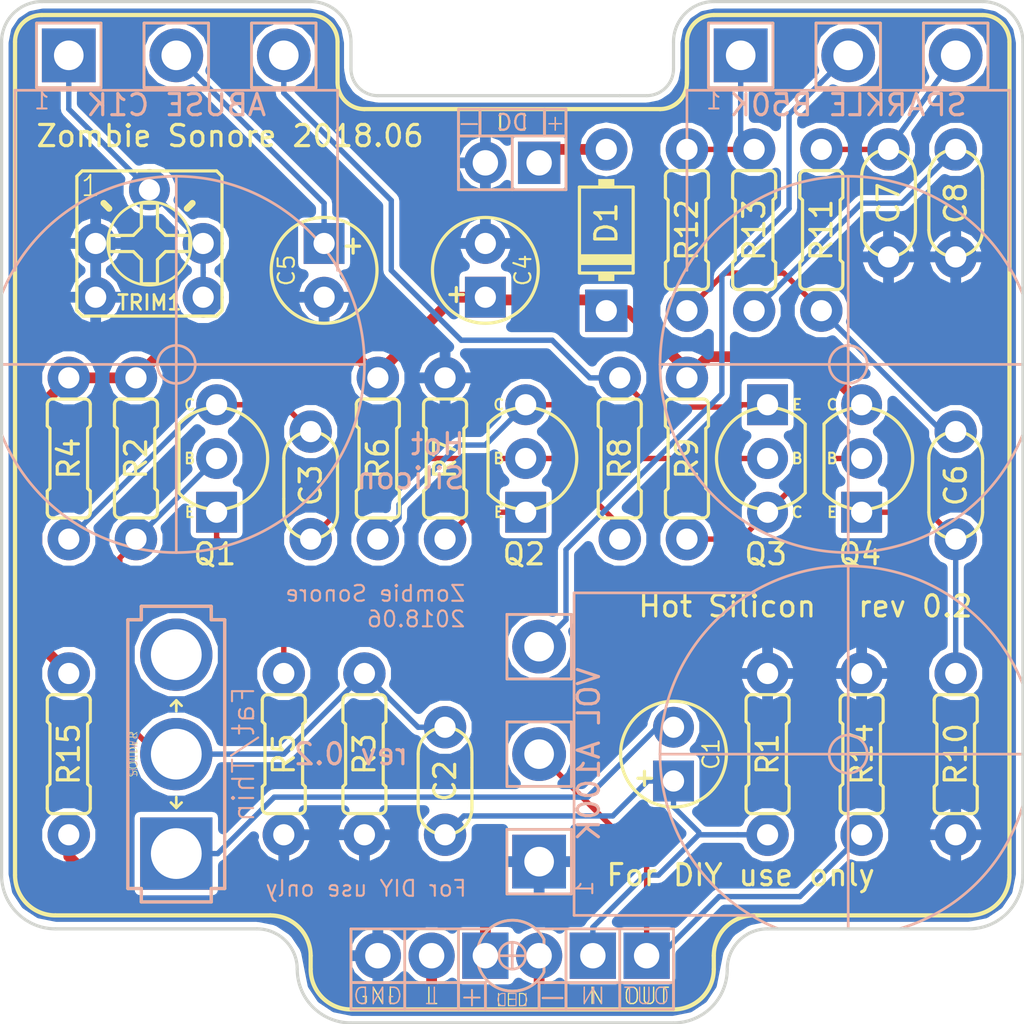
<source format=kicad_pcb>
(kicad_pcb (version 4) (host pcbnew 4.0.7-e2-6376~58~ubuntu17.04.1)

  (general
    (links 60)
    (no_connects 0)
    (area 82.474999 69.139999 130.885001 117.550001)
    (thickness 1.6)
    (drawings 55)
    (tracks 143)
    (zones 0)
    (modules 35)
    (nets 25)
  )

  (page A4)
  (layers
    (0 F.Cu signal hide)
    (31 B.Cu signal hide)
    (36 B.SilkS user)
    (37 F.SilkS user)
    (38 B.Mask user)
    (39 F.Mask user)
    (40 Dwgs.User user)
    (44 Edge.Cuts user)
  )

  (setup
    (last_trace_width 0.254)
    (user_trace_width 0.508)
    (trace_clearance 0.254)
    (zone_clearance 0.508)
    (zone_45_only no)
    (trace_min 0.254)
    (segment_width 0.2)
    (edge_width 0.15)
    (via_size 0.762)
    (via_drill 0.3048)
    (via_min_size 0.762)
    (via_min_drill 0.3048)
    (uvia_size 0.3)
    (uvia_drill 0.1)
    (uvias_allowed no)
    (uvia_min_size 0.2)
    (uvia_min_drill 0.1)
    (pcb_text_width 0.3)
    (pcb_text_size 1.5 1.5)
    (mod_edge_width 0.15)
    (mod_text_size 1 1)
    (mod_text_width 0.15)
    (pad_size 2 2)
    (pad_drill 1)
    (pad_to_mask_clearance 0)
    (aux_axis_origin 0 0)
    (visible_elements FFFFCE69)
    (pcbplotparams
      (layerselection 0x010f0_80000001)
      (usegerberextensions false)
      (excludeedgelayer true)
      (linewidth 0.100000)
      (plotframeref false)
      (viasonmask true)
      (mode 1)
      (useauxorigin false)
      (hpglpennumber 1)
      (hpglpenspeed 20)
      (hpglpendiameter 15)
      (hpglpenoverlay 2)
      (psnegative false)
      (psa4output false)
      (plotreference true)
      (plotvalue true)
      (plotinvisibletext false)
      (padsonsilk false)
      (subtractmaskfromsilk false)
      (outputformat 1)
      (mirror false)
      (drillshape 0)
      (scaleselection 1)
      (outputdirectory grbr/))
  )

  (net 0 "")
  (net 1 IN)
  (net 2 "Net-(C1-Pad2)")
  (net 3 "Net-(C2-Pad2)")
  (net 4 "Net-(C3-Pad1)")
  (net 5 "Net-(C3-Pad2)")
  (net 6 +9V)
  (net 7 GND)
  (net 8 "Net-(C5-Pad1)")
  (net 9 "Net-(C6-Pad1)")
  (net 10 "Net-(C6-Pad2)")
  (net 11 "Net-(C7-Pad2)")
  (net 12 "Net-(C8-Pad2)")
  (net 13 "Net-(D1-Pad2)")
  (net 14 "Net-(IO1-Pad-)")
  (net 15 "Net-(IO1-Pad+)")
  (net 16 OUT)
  (net 17 "Net-(POT1-Pad1)")
  (net 18 "Net-(POT1-Pad3)")
  (net 19 "Net-(POT2-Pad2)")
  (net 20 "Net-(Q1-Pad1)")
  (net 21 "Net-(Q2-Pad1)")
  (net 22 "Net-(Q2-Pad3)")
  (net 23 "Net-(Q3-Pad3)")
  (net 24 "Net-(POT2-Pad1)")

  (net_class Default "Ceci est la Netclass par défaut"
    (clearance 0.254)
    (trace_width 0.254)
    (via_dia 0.762)
    (via_drill 0.3048)
    (uvia_dia 0.3)
    (uvia_drill 0.1)
    (add_net +9V)
    (add_net GND)
    (add_net IN)
    (add_net "Net-(C1-Pad2)")
    (add_net "Net-(C2-Pad2)")
    (add_net "Net-(C3-Pad1)")
    (add_net "Net-(C3-Pad2)")
    (add_net "Net-(C5-Pad1)")
    (add_net "Net-(C6-Pad1)")
    (add_net "Net-(C6-Pad2)")
    (add_net "Net-(C7-Pad2)")
    (add_net "Net-(C8-Pad2)")
    (add_net "Net-(D1-Pad2)")
    (add_net "Net-(IO1-Pad+)")
    (add_net "Net-(IO1-Pad-)")
    (add_net "Net-(POT1-Pad1)")
    (add_net "Net-(POT1-Pad3)")
    (add_net "Net-(POT2-Pad1)")
    (add_net "Net-(POT2-Pad2)")
    (add_net "Net-(Q1-Pad1)")
    (add_net "Net-(Q2-Pad1)")
    (add_net "Net-(Q2-Pad3)")
    (add_net "Net-(Q3-Pad3)")
    (add_net OUT)
  )

  (module transistors-BJT:TO92 (layer F.Cu) (tedit 5B26A999) (tstamp 5A355D26)
    (at 123.19 90.805 90)
    (path /5A34F3E0)
    (fp_text reference Q4 (at -3.937 1.016 180) (layer F.SilkS)
      (effects (font (size 1 1) (thickness 0.15)) (justify right top))
    )
    (fp_text value B109C (at 0 0 90) (layer F.SilkS) hide
      (effects (font (size 1 1) (thickness 0.1)))
    )
    (fp_text user E (at -2.54 -1.397 180) (layer F.SilkS)
      (effects (font (size 0.5 0.5) (thickness 0.1)))
    )
    (fp_arc (start 0 0) (end 0.9692 2.2098) (angle 47.363718) (layer F.SilkS) (width 0.1524))
    (fp_arc (start -0.0003 0.000017) (end 1.631 -1.778) (angle 113.782137) (layer F.SilkS) (width 0.1524))
    (fp_arc (start 0.0003 0.000017) (end -0.9689 2.2098) (angle 113.782137) (layer F.SilkS) (width 0.1524))
    (fp_line (start 1.631 -1.778) (end -1.631 -1.778) (layer F.SilkS) (width 0.1524))
    (fp_text user C (at 2.54 -1.397 180) (layer F.SilkS)
      (effects (font (size 0.5 0.5) (thickness 0.1)))
    )
    (fp_text user B (at 0 -1.397 180) (layer F.SilkS)
      (effects (font (size 0.5 0.5) (thickness 0.1)))
    )
    (pad 1 thru_hole rect (at -2.54 0 270) (size 1.9304 1.9304) (drill 1) (layers *.Cu *.Mask)
      (net 9 "Net-(C6-Pad1)"))
    (pad 2 thru_hole circle (at 0 0 270) (size 1.9304 1.9304) (drill 1) (layers *.Cu *.Mask)
      (net 23 "Net-(Q3-Pad3)"))
    (pad 3 thru_hole circle (at 2.54 0 270) (size 1.9304 1.9304) (drill 1) (layers *.Cu *.Mask)
      (net 6 +9V))
  )

  (module transistors-BJT:TO92 (layer F.Cu) (tedit 5B26A98F) (tstamp 5A355D1F)
    (at 118.745 90.805 270)
    (path /5A34EFAB)
    (fp_text reference Q3 (at 3.937 -1.016 360) (layer F.SilkS)
      (effects (font (size 1 1) (thickness 0.15)) (justify right top))
    )
    (fp_text value B109C (at 0 0 270) (layer F.SilkS) hide
      (effects (font (size 1 1) (thickness 0.1)))
    )
    (fp_text user E (at -2.54 -1.397 360) (layer F.SilkS)
      (effects (font (size 0.5 0.5) (thickness 0.1)))
    )
    (fp_arc (start 0 0) (end 0.9692 2.2098) (angle 47.363718) (layer F.SilkS) (width 0.1524))
    (fp_arc (start -0.0003 0.000017) (end 1.631 -1.778) (angle 113.782137) (layer F.SilkS) (width 0.1524))
    (fp_arc (start 0.0003 0.000017) (end -0.9689 2.2098) (angle 113.782137) (layer F.SilkS) (width 0.1524))
    (fp_line (start 1.631 -1.778) (end -1.631 -1.778) (layer F.SilkS) (width 0.1524))
    (fp_text user C (at 2.54 -1.397 360) (layer F.SilkS)
      (effects (font (size 0.5 0.5) (thickness 0.1)))
    )
    (fp_text user B (at 0 -1.397 360) (layer F.SilkS)
      (effects (font (size 0.5 0.5) (thickness 0.1)))
    )
    (pad 1 thru_hole rect (at -2.54 0 90) (size 1.9304 1.9304) (drill 1) (layers *.Cu *.Mask)
      (net 18 "Net-(POT1-Pad3)"))
    (pad 2 thru_hole circle (at 0 0 90) (size 1.9304 1.9304) (drill 1) (layers *.Cu *.Mask)
      (net 22 "Net-(Q2-Pad3)"))
    (pad 3 thru_hole circle (at 2.54 0 90) (size 1.9304 1.9304) (drill 1) (layers *.Cu *.Mask)
      (net 23 "Net-(Q3-Pad3)"))
  )

  (module transistors-BJT:TO92 (layer F.Cu) (tedit 5B26A983) (tstamp 5A355D18)
    (at 107.315 90.805 90)
    (path /5A34E8D5)
    (fp_text reference Q2 (at -3.937 1.016 180) (layer F.SilkS)
      (effects (font (size 1 1) (thickness 0.15)) (justify right top))
    )
    (fp_text value B109C (at 0 0 90) (layer F.SilkS) hide
      (effects (font (size 1 1) (thickness 0.1)))
    )
    (fp_text user C (at 2.54 -1.27 180) (layer F.SilkS)
      (effects (font (size 0.5 0.5) (thickness 0.1)))
    )
    (fp_arc (start 0 0) (end 0.9692 2.2098) (angle 47.363718) (layer F.SilkS) (width 0.1524))
    (fp_arc (start -0.0003 0.000017) (end 1.631 -1.778) (angle 113.782137) (layer F.SilkS) (width 0.1524))
    (fp_arc (start 0.0003 0.000017) (end -0.9689 2.2098) (angle 113.782137) (layer F.SilkS) (width 0.1524))
    (fp_line (start 1.631 -1.778) (end -1.631 -1.778) (layer F.SilkS) (width 0.1524))
    (fp_text user E (at -2.54 -1.27 180) (layer F.SilkS)
      (effects (font (size 0.5 0.5) (thickness 0.1)))
    )
    (fp_text user B (at 0 -1.27 180) (layer F.SilkS)
      (effects (font (size 0.5 0.5) (thickness 0.1)))
    )
    (pad 1 thru_hole rect (at -2.54 0 270) (size 1.9304 1.9304) (drill 1) (layers *.Cu *.Mask)
      (net 21 "Net-(Q2-Pad1)"))
    (pad 2 thru_hole circle (at 0 0 270) (size 1.9304 1.9304) (drill 1) (layers *.Cu *.Mask)
      (net 5 "Net-(C3-Pad2)"))
    (pad 3 thru_hole circle (at 2.54 0 270) (size 1.9304 1.9304) (drill 1) (layers *.Cu *.Mask)
      (net 22 "Net-(Q2-Pad3)"))
  )

  (module transistors-BJT:TO92 (layer F.Cu) (tedit 5B26A977) (tstamp 5A355D11)
    (at 92.71 90.805 90)
    (path /5A34D927)
    (fp_text reference Q1 (at -3.937 1.016 180) (layer F.SilkS)
      (effects (font (size 1 1) (thickness 0.15)) (justify right top))
    )
    (fp_text value B109C (at 0 0 90) (layer F.SilkS) hide
      (effects (font (size 1 1) (thickness 0.1)))
    )
    (fp_text user C (at 2.54 -1.27 180) (layer F.SilkS)
      (effects (font (size 0.5 0.5) (thickness 0.1)))
    )
    (fp_arc (start 0 0) (end 0.9692 2.2098) (angle 47.363718) (layer F.SilkS) (width 0.1524))
    (fp_arc (start -0.0003 0.000017) (end 1.631 -1.778) (angle 113.782137) (layer F.SilkS) (width 0.1524))
    (fp_arc (start 0.0003 0.000017) (end -0.9689 2.2098) (angle 113.782137) (layer F.SilkS) (width 0.1524))
    (fp_line (start 1.631 -1.778) (end -1.631 -1.778) (layer F.SilkS) (width 0.1524))
    (fp_text user E (at -2.54 -1.27 180) (layer F.SilkS)
      (effects (font (size 0.5 0.5) (thickness 0.1)))
    )
    (fp_text user B (at 0 -1.27 180) (layer F.SilkS)
      (effects (font (size 0.5 0.5) (thickness 0.1)))
    )
    (pad 1 thru_hole rect (at -2.54 0 270) (size 1.9304 1.9304) (drill 1) (layers *.Cu *.Mask)
      (net 20 "Net-(Q1-Pad1)"))
    (pad 2 thru_hole circle (at 0 0 270) (size 1.9304 1.9304) (drill 1) (layers *.Cu *.Mask)
      (net 3 "Net-(C2-Pad2)"))
    (pad 3 thru_hole circle (at 2.54 0 270) (size 1.9304 1.9304) (drill 1) (layers *.Cu *.Mask)
      (net 4 "Net-(C3-Pad1)"))
  )

  (module potentiometers:16MM_B.MOUNT (layer F.Cu) (tedit 5A391D9E) (tstamp 5A355D03)
    (at 122.555 71.755 180)
    (descr "<b>16mm / Right-Angle /  PC Mount / Short Pin</b>\n<p>\nFor bottom-mount potentiometers\n<p>\n<a href=\"http://smallbear-electronics.mybigcommerce.com/alpha-single-gang-16mm-right-angle-pc-mount/\">http://smallbear-electronics.mybigcommerce.com/alpha-single-gang-16mm-right-angle-pc-mount/</a>")
    (path /5A3516E8)
    (fp_text reference POT2 (at 0 -2.413 180) (layer B.SilkS) hide
      (effects (font (size 1.2065 1.2065) (thickness 0.1524)) (justify mirror))
    )
    (fp_text value "SPARKLE B50K" (at 0 -2.3495 180) (layer B.SilkS)
      (effects (font (size 1 1) (thickness 0.15)) (justify mirror))
    )
    (fp_circle (center 0 -14.605) (end 0.898 -14.605) (layer B.SilkS) (width 0.127))
    (fp_arc (start -0.000099 -14.605099) (end -8.255 -17.907) (angle 68.19957104) (layer B.SilkS) (width 0.127))
    (fp_arc (start 0.000099 -14.605099) (end 0 -23.495) (angle 90.001289) (layer B.SilkS) (width 0.127))
    (fp_arc (start 0 -14.605) (end 8.89 -14.605) (angle 90) (layer B.SilkS) (width 0.127))
    (fp_arc (start 0 -14.605) (end 0 -5.715) (angle 68.96248805) (layer B.SilkS) (width 0.127))
    (fp_line (start -7.62 -10.16) (end -7.62 -1.651) (layer B.SilkS) (width 0.127))
    (fp_line (start -6.604 -1.524) (end -3.556 -1.524) (layer F.SilkS) (width 0.127))
    (fp_line (start -1.524 -1.524) (end 1.524 -1.524) (layer F.SilkS) (width 0.127))
    (fp_line (start 3.556 -1.524) (end 6.604 -1.524) (layer F.SilkS) (width 0.127))
    (fp_line (start 7.62 -1.651) (end 7.62 -10.16) (layer B.SilkS) (width 0.127))
    (fp_line (start -6.604 -1.524) (end -6.604 1.524) (layer F.SilkS) (width 0.127))
    (fp_line (start -6.604 1.524) (end -3.556 1.524) (layer F.SilkS) (width 0.127))
    (fp_line (start -3.556 1.524) (end -3.556 -1.524) (layer F.SilkS) (width 0.127))
    (fp_line (start -1.524 -1.524) (end -1.524 1.524) (layer F.SilkS) (width 0.127))
    (fp_line (start -1.524 1.524) (end 1.524 1.524) (layer F.SilkS) (width 0.127))
    (fp_line (start 1.524 1.524) (end 1.524 -1.524) (layer F.SilkS) (width 0.127))
    (fp_line (start 3.556 -1.524) (end 3.556 1.524) (layer F.SilkS) (width 0.127))
    (fp_line (start 3.556 1.524) (end 6.604 1.524) (layer F.SilkS) (width 0.127))
    (fp_line (start 6.604 1.524) (end 6.604 -1.524) (layer F.SilkS) (width 0.127))
    (fp_line (start 0 -5.715) (end 0 -23.495) (layer B.SilkS) (width 0.127))
    (fp_line (start -8.255 -14.605) (end 8.89 -14.605) (layer B.SilkS) (width 0.127))
    (fp_line (start -7.62 -1.651) (end 7.62 -1.651) (layer B.SilkS) (width 0.127))
    (fp_text user 1 (at 6.35 -2.159 180) (layer B.SilkS)
      (effects (font (size 0.77216 0.77216) (thickness 0.097536)) (justify mirror))
    )
    (fp_line (start -6.604 -1.524) (end -3.556 -1.524) (layer B.SilkS) (width 0.127))
    (fp_line (start -1.524 -1.524) (end 1.524 -1.524) (layer B.SilkS) (width 0.127))
    (fp_line (start 3.556 -1.524) (end 6.604 -1.524) (layer B.SilkS) (width 0.127))
    (fp_line (start -6.604 -1.524) (end -6.604 1.524) (layer B.SilkS) (width 0.127))
    (fp_line (start -6.604 1.524) (end -3.556 1.524) (layer B.SilkS) (width 0.127))
    (fp_line (start -3.556 1.524) (end -3.556 -1.524) (layer B.SilkS) (width 0.127))
    (fp_line (start -1.524 -1.524) (end -1.524 1.524) (layer B.SilkS) (width 0.127))
    (fp_line (start -1.524 1.524) (end 1.524 1.524) (layer B.SilkS) (width 0.127))
    (fp_line (start 1.524 1.524) (end 1.524 -1.524) (layer B.SilkS) (width 0.127))
    (fp_line (start 3.556 -1.524) (end 3.556 1.524) (layer B.SilkS) (width 0.127))
    (fp_line (start 3.556 1.524) (end 6.604 1.524) (layer B.SilkS) (width 0.127))
    (fp_line (start 6.604 1.524) (end 6.604 -1.524) (layer B.SilkS) (width 0.127))
    (pad 1 thru_hole rect (at 5.08 0) (size 2.54 2.54) (drill 1.4) (layers *.Cu *.Mask)
      (net 24 "Net-(POT2-Pad1)"))
    (pad 2 thru_hole circle (at 0 0) (size 2.54 2.54) (drill 1.4) (layers *.Cu *.Mask)
      (net 19 "Net-(POT2-Pad2)"))
    (pad 3 thru_hole circle (at -5.08 0) (size 2.54 2.54) (drill 1.4) (layers *.Cu *.Mask)
      (net 11 "Net-(C7-Pad2)"))
  )

  (module potentiometers:16MM_B.MOUNT (layer F.Cu) (tedit 5B26A9DD) (tstamp 5A355CFC)
    (at 90.805 71.755 180)
    (descr "<b>16mm / Right-Angle /  PC Mount / Short Pin</b>\n<p>\nFor bottom-mount potentiometers\n<p>\n<a href=\"http://smallbear-electronics.mybigcommerce.com/alpha-single-gang-16mm-right-angle-pc-mount/\">http://smallbear-electronics.mybigcommerce.com/alpha-single-gang-16mm-right-angle-pc-mount/</a>")
    (path /5A34F700)
    (fp_text reference POT1 (at 0 -2.413 180) (layer B.SilkS) hide
      (effects (font (size 1.2065 1.2065) (thickness 0.1524)) (justify mirror))
    )
    (fp_text value "ABUSE C1K" (at 0 -2.3495 180) (layer B.SilkS)
      (effects (font (size 1 1) (thickness 0.15)) (justify mirror))
    )
    (fp_circle (center 0 -14.605) (end 0.898 -14.605) (layer B.SilkS) (width 0.127))
    (fp_arc (start -0.000099 -14.605099) (end -8.89 -14.605) (angle 90.001289) (layer B.SilkS) (width 0.127))
    (fp_arc (start 0.000099 -14.605099) (end 0 -23.495) (angle 68.19958403) (layer B.SilkS) (width 0.127))
    (fp_arc (start 0 -14.605) (end 8.255 -11.303) (angle 68.19859051) (layer B.SilkS) (width 0.127))
    (fp_arc (start 0 -14.605) (end 0 -5.715) (angle 90) (layer B.SilkS) (width 0.127))
    (fp_line (start -7.62 -10.16) (end -7.62 -1.651) (layer B.SilkS) (width 0.127))
    (fp_line (start -6.604 -1.524) (end -3.556 -1.524) (layer F.SilkS) (width 0.127))
    (fp_line (start -1.524 -1.524) (end 1.524 -1.524) (layer F.SilkS) (width 0.127))
    (fp_line (start 3.556 -1.524) (end 6.604 -1.524) (layer F.SilkS) (width 0.127))
    (fp_line (start 7.62 -1.651) (end 7.62 -10.16) (layer B.SilkS) (width 0.127))
    (fp_line (start -6.604 -1.524) (end -6.604 1.524) (layer F.SilkS) (width 0.127))
    (fp_line (start -6.604 1.524) (end -3.556 1.524) (layer F.SilkS) (width 0.127))
    (fp_line (start -3.556 1.524) (end -3.556 -1.524) (layer F.SilkS) (width 0.127))
    (fp_line (start -1.524 -1.524) (end -1.524 1.524) (layer F.SilkS) (width 0.127))
    (fp_line (start -1.524 1.524) (end 1.524 1.524) (layer F.SilkS) (width 0.127))
    (fp_line (start 1.524 1.524) (end 1.524 -1.524) (layer F.SilkS) (width 0.127))
    (fp_line (start 3.556 -1.524) (end 3.556 1.524) (layer F.SilkS) (width 0.127))
    (fp_line (start 3.556 1.524) (end 6.604 1.524) (layer F.SilkS) (width 0.127))
    (fp_line (start 6.604 1.524) (end 6.604 -1.524) (layer F.SilkS) (width 0.127))
    (fp_line (start 0 -5.715) (end 0 -23.495) (layer B.SilkS) (width 0.127))
    (fp_line (start -8.89 -14.605) (end 8.255 -14.605) (layer B.SilkS) (width 0.127))
    (fp_line (start -7.62 -1.651) (end 7.62 -1.651) (layer B.SilkS) (width 0.127))
    (fp_text user 1 (at 6.35 -2.159 180) (layer B.SilkS)
      (effects (font (size 0.77216 0.77216) (thickness 0.097536)) (justify mirror))
    )
    (fp_line (start -6.604 -1.524) (end -3.556 -1.524) (layer B.SilkS) (width 0.127))
    (fp_line (start -1.524 -1.524) (end 1.524 -1.524) (layer B.SilkS) (width 0.127))
    (fp_line (start 3.556 -1.524) (end 6.604 -1.524) (layer B.SilkS) (width 0.127))
    (fp_line (start -6.604 -1.524) (end -6.604 1.524) (layer B.SilkS) (width 0.127))
    (fp_line (start -6.604 1.524) (end -3.556 1.524) (layer B.SilkS) (width 0.127))
    (fp_line (start -3.556 1.524) (end -3.556 -1.524) (layer B.SilkS) (width 0.127))
    (fp_line (start -1.524 -1.524) (end -1.524 1.524) (layer B.SilkS) (width 0.127))
    (fp_line (start -1.524 1.524) (end 1.524 1.524) (layer B.SilkS) (width 0.127))
    (fp_line (start 1.524 1.524) (end 1.524 -1.524) (layer B.SilkS) (width 0.127))
    (fp_line (start 3.556 -1.524) (end 3.556 1.524) (layer B.SilkS) (width 0.127))
    (fp_line (start 3.556 1.524) (end 6.604 1.524) (layer B.SilkS) (width 0.127))
    (fp_line (start 6.604 1.524) (end 6.604 -1.524) (layer B.SilkS) (width 0.127))
    (pad 1 thru_hole rect (at 5.08 0) (size 2.54 2.54) (drill 1.4) (layers *.Cu *.Mask)
      (net 17 "Net-(POT1-Pad1)"))
    (pad 2 thru_hole circle (at 0 0) (size 2.54 2.54) (drill 1.4) (layers *.Cu *.Mask)
      (net 8 "Net-(C5-Pad1)"))
    (pad 3 thru_hole circle (at -5.08 0) (size 2.54 2.54) (drill 1.4) (layers *.Cu *.Mask)
      (net 18 "Net-(POT1-Pad3)"))
  )

  (module potentiometers:16MM_B.MOUNT (layer F.Cu) (tedit 5A391D97) (tstamp 5A355D0A)
    (at 107.95 104.775 270)
    (descr "<b>16mm / Right-Angle /  PC Mount / Short Pin</b>\n<p>\nFor bottom-mount potentiometers\n<p>\n<a href=\"http://smallbear-electronics.mybigcommerce.com/alpha-single-gang-16mm-right-angle-pc-mount/\">http://smallbear-electronics.mybigcommerce.com/alpha-single-gang-16mm-right-angle-pc-mount/</a>")
    (path /5A35249E)
    (fp_text reference POT3 (at 0 -2.413 270) (layer B.SilkS) hide
      (effects (font (size 1.2065 1.2065) (thickness 0.1524)) (justify mirror))
    )
    (fp_text value "VOL A100K" (at 0 -2.3495 270) (layer B.SilkS)
      (effects (font (size 1 1) (thickness 0.15)) (justify mirror))
    )
    (fp_circle (center 0 -14.605) (end 0.898 -14.605) (layer B.SilkS) (width 0.127))
    (fp_arc (start -0.000099 -14.605099) (end -8.89 -14.605) (angle 67.89154649) (layer B.SilkS) (width 0.127))
    (fp_arc (start 0.000099 -14.605099) (end 2.413 -22.86) (angle 57.41280562) (layer B.SilkS) (width 0.127))
    (fp_arc (start 0 -14.605) (end 8.255 -11.303) (angle 68.19859051) (layer B.SilkS) (width 0.127))
    (fp_arc (start 0 -14.605) (end 0 -5.715) (angle 90) (layer B.SilkS) (width 0.127))
    (fp_line (start -7.62 -10.16) (end -7.62 -1.651) (layer B.SilkS) (width 0.127))
    (fp_line (start -6.604 -1.524) (end -3.556 -1.524) (layer F.SilkS) (width 0.127))
    (fp_line (start -1.524 -1.524) (end 1.524 -1.524) (layer F.SilkS) (width 0.127))
    (fp_line (start 3.556 -1.524) (end 6.604 -1.524) (layer F.SilkS) (width 0.127))
    (fp_line (start 7.62 -1.651) (end 7.62 -10.16) (layer B.SilkS) (width 0.127))
    (fp_line (start -6.604 -1.524) (end -6.604 1.524) (layer F.SilkS) (width 0.127))
    (fp_line (start -6.604 1.524) (end -3.556 1.524) (layer F.SilkS) (width 0.127))
    (fp_line (start -3.556 1.524) (end -3.556 -1.524) (layer F.SilkS) (width 0.127))
    (fp_line (start -1.524 -1.524) (end -1.524 1.524) (layer F.SilkS) (width 0.127))
    (fp_line (start -1.524 1.524) (end 1.524 1.524) (layer F.SilkS) (width 0.127))
    (fp_line (start 1.524 1.524) (end 1.524 -1.524) (layer F.SilkS) (width 0.127))
    (fp_line (start 3.556 -1.524) (end 3.556 1.524) (layer F.SilkS) (width 0.127))
    (fp_line (start 3.556 1.524) (end 6.604 1.524) (layer F.SilkS) (width 0.127))
    (fp_line (start 6.604 1.524) (end 6.604 -1.524) (layer F.SilkS) (width 0.127))
    (fp_line (start 0 -5.715) (end 0 -22.86) (layer B.SilkS) (width 0.127))
    (fp_line (start -8.89 -14.605) (end 8.255 -14.605) (layer B.SilkS) (width 0.127))
    (fp_line (start -7.62 -1.651) (end 7.62 -1.651) (layer B.SilkS) (width 0.127))
    (fp_text user 1 (at 6.35 -2.159 270) (layer B.SilkS)
      (effects (font (size 0.77216 0.77216) (thickness 0.097536)) (justify mirror))
    )
    (fp_line (start -6.604 -1.524) (end -3.556 -1.524) (layer B.SilkS) (width 0.127))
    (fp_line (start -1.524 -1.524) (end 1.524 -1.524) (layer B.SilkS) (width 0.127))
    (fp_line (start 3.556 -1.524) (end 6.604 -1.524) (layer B.SilkS) (width 0.127))
    (fp_line (start -6.604 -1.524) (end -6.604 1.524) (layer B.SilkS) (width 0.127))
    (fp_line (start -6.604 1.524) (end -3.556 1.524) (layer B.SilkS) (width 0.127))
    (fp_line (start -3.556 1.524) (end -3.556 -1.524) (layer B.SilkS) (width 0.127))
    (fp_line (start -1.524 -1.524) (end -1.524 1.524) (layer B.SilkS) (width 0.127))
    (fp_line (start -1.524 1.524) (end 1.524 1.524) (layer B.SilkS) (width 0.127))
    (fp_line (start 1.524 1.524) (end 1.524 -1.524) (layer B.SilkS) (width 0.127))
    (fp_line (start 3.556 -1.524) (end 3.556 1.524) (layer B.SilkS) (width 0.127))
    (fp_line (start 3.556 1.524) (end 6.604 1.524) (layer B.SilkS) (width 0.127))
    (fp_line (start 6.604 1.524) (end 6.604 -1.524) (layer B.SilkS) (width 0.127))
    (pad 1 thru_hole rect (at 5.08 0 90) (size 2.54 2.54) (drill 1.4) (layers *.Cu *.Mask)
      (net 7 GND))
    (pad 2 thru_hole circle (at 0 0 90) (size 2.54 2.54) (drill 1.4) (layers *.Cu *.Mask)
      (net 16 OUT))
    (pad 3 thru_hole circle (at -5.08 0 90) (size 2.54 2.54) (drill 1.4) (layers *.Cu *.Mask)
      (net 19 "Net-(POT2-Pad2)"))
  )

  (module jacks:DC_TS (layer B.Cu) (tedit 5A391CD2) (tstamp 5A355CEB)
    (at 106.68 76.835 180)
    (path /5A34D5A5)
    (fp_text reference DC1 (at 0 1.905 180) (layer F.SilkS) hide
      (effects (font (size 0.77216 0.77216) (thickness 0.065024)))
    )
    (fp_text value DC (at 0 1.905 180) (layer F.SilkS)
      (effects (font (size 0.75 0.75) (thickness 0.1)))
    )
    (fp_text user DC (at 0 1.905 180) (layer B.SilkS)
      (effects (font (size 0.75 0.75) (thickness 0.1)) (justify mirror))
    )
    (fp_line (start -2.54 1.27) (end -1.524 1.27) (layer B.SilkS) (width 0.127))
    (fp_line (start -1.524 1.27) (end 0 1.27) (layer B.SilkS) (width 0.127))
    (fp_line (start 0 1.27) (end 1.524 1.27) (layer B.SilkS) (width 0.127))
    (fp_line (start 1.524 1.27) (end 2.54 1.27) (layer B.SilkS) (width 0.127))
    (fp_line (start 2.54 1.27) (end 2.54 -1.27) (layer B.SilkS) (width 0.127))
    (fp_line (start -2.54 -1.27) (end -2.54 1.27) (layer B.SilkS) (width 0.127))
    (fp_line (start 0 1.27) (end 0 -1.27) (layer B.SilkS) (width 0.127))
    (fp_line (start -2.54 -1.27) (end 0 -1.27) (layer B.SilkS) (width 0.127))
    (fp_line (start 0 -1.27) (end 2.54 -1.27) (layer B.SilkS) (width 0.127))
    (fp_line (start -2.54 1.27) (end -2.54 2.54) (layer B.SilkS) (width 0.127))
    (fp_line (start -2.54 2.54) (end -1.524 2.54) (layer B.SilkS) (width 0.127))
    (fp_line (start -1.524 2.54) (end 1.524 2.54) (layer B.SilkS) (width 0.127))
    (fp_line (start 1.524 2.54) (end 2.54 2.54) (layer B.SilkS) (width 0.127))
    (fp_line (start 2.54 2.54) (end 2.54 1.27) (layer B.SilkS) (width 0.127))
    (fp_line (start 2.54 1.27) (end 1.524 1.27) (layer F.SilkS) (width 0.127))
    (fp_line (start 1.524 1.27) (end 0 1.27) (layer F.SilkS) (width 0.127))
    (fp_line (start 0 1.27) (end -1.524 1.27) (layer F.SilkS) (width 0.127))
    (fp_line (start -1.524 1.27) (end -2.54 1.27) (layer F.SilkS) (width 0.127))
    (fp_line (start -2.54 1.27) (end -2.54 -1.27) (layer F.SilkS) (width 0.127))
    (fp_line (start 2.54 -1.27) (end 2.54 1.27) (layer F.SilkS) (width 0.127))
    (fp_line (start 0 1.27) (end 0 -1.27) (layer F.SilkS) (width 0.127))
    (fp_line (start 2.54 -1.27) (end 0 -1.27) (layer F.SilkS) (width 0.127))
    (fp_line (start 0 -1.27) (end -2.54 -1.27) (layer F.SilkS) (width 0.127))
    (fp_line (start 2.54 1.27) (end 2.54 2.54) (layer F.SilkS) (width 0.127))
    (fp_line (start 2.54 2.54) (end 1.524 2.54) (layer F.SilkS) (width 0.127))
    (fp_line (start 1.524 2.54) (end -1.524 2.54) (layer F.SilkS) (width 0.127))
    (fp_line (start -1.524 2.54) (end -2.54 2.54) (layer F.SilkS) (width 0.127))
    (fp_line (start -2.54 2.54) (end -2.54 1.27) (layer F.SilkS) (width 0.127))
    (fp_line (start -1.524 2.54) (end -1.524 1.27) (layer B.SilkS) (width 0.127))
    (fp_line (start 1.524 2.54) (end 1.524 1.27) (layer B.SilkS) (width 0.127))
    (fp_line (start -1.524 2.54) (end -1.524 1.27) (layer F.SilkS) (width 0.127))
    (fp_line (start 1.524 2.54) (end 1.524 1.27) (layer F.SilkS) (width 0.127))
    (fp_text user + (at -2.032 1.905 180) (layer B.SilkS)
      (effects (font (size 0.77216 0.77216) (thickness 0.065024)) (justify mirror))
    )
    (fp_text user + (at -2.032 1.905 180) (layer F.SilkS)
      (effects (font (size 0.77216 0.77216) (thickness 0.065024)))
    )
    (fp_text user - (at 2.032 1.905 180) (layer F.SilkS)
      (effects (font (size 0.9652 0.9652) (thickness 0.08128)))
    )
    (fp_text user - (at 2.032 1.905 180) (layer B.SilkS)
      (effects (font (size 0.9652 0.9652) (thickness 0.08128)) (justify mirror))
    )
    (pad 2 thru_hole oval (at 1.27 0 180) (size 2 2) (drill 1.2) (layers *.Cu *.Mask)
      (net 7 GND))
    (pad 1 thru_hole rect (at -1.27 0 180) (size 2 2) (drill 1.2) (layers *.Cu *.Mask)
      (net 13 "Net-(D1-Pad2)"))
  )

  (module potentiometers:TRIM1 (layer F.Cu) (tedit 5B26A958) (tstamp 5A355D8E)
    (at 89.535 80.645)
    (descr "<b>Bourns 3362p</b>\n<p>\n<a href=\"http://www.taydaelectronics.com/potentiometer-variable-resistors/cermet-potentiometers/3362p.html\">http://www.taydaelectronics.com/potentiometer-variable-resistors/cermet-potentiometers/3362p.html</a>")
    (path /5A34FCC9)
    (fp_text reference TRIM1 (at 0 2.794) (layer F.SilkS)
      (effects (font (size 0.7 0.7) (thickness 0.125)))
    )
    (fp_text value 5K (at 0 2.7305) (layer F.SilkS) hide
      (effects (font (size 1 1) (thickness 0.15)))
    )
    (fp_circle (center 0 0) (end 1.9715 0) (layer F.SilkS) (width 0.127))
    (fp_line (start 3.175 -3.429) (end -3.175 -3.429) (layer F.SilkS) (width 0.1524))
    (fp_line (start 3.175 -3.429) (end 3.429 -3.175) (layer F.SilkS) (width 0.1524))
    (fp_line (start 3.175 3.429) (end 3.429 3.175) (layer F.SilkS) (width 0.1524))
    (fp_line (start 3.429 3.175) (end 3.429 -3.175) (layer F.SilkS) (width 0.1524))
    (fp_line (start -3.175 3.429) (end -3.429 3.175) (layer F.SilkS) (width 0.1524))
    (fp_line (start -3.175 -3.429) (end -3.429 -3.175) (layer F.SilkS) (width 0.1524))
    (fp_line (start -3.429 -3.175) (end -3.429 3.175) (layer F.SilkS) (width 0.1524))
    (fp_line (start 0.762 0.381) (end 1.905 0.381) (layer F.SilkS) (width 0.1524))
    (fp_line (start 1.905 0.381) (end 1.905 -0.381) (layer F.SilkS) (width 0.1524))
    (fp_line (start 1.905 -0.381) (end 0.762 -0.381) (layer F.SilkS) (width 0.1524))
    (fp_line (start 0.762 -0.381) (end 0.381 -0.762) (layer F.SilkS) (width 0.1524))
    (fp_line (start 0.381 -1.905) (end -0.381 -1.905) (layer F.SilkS) (width 0.1524))
    (fp_line (start -0.381 -0.762) (end -0.762 -0.381) (layer F.SilkS) (width 0.1524))
    (fp_line (start -0.762 -0.381) (end -1.905 -0.381) (layer F.SilkS) (width 0.1524))
    (fp_line (start -1.905 -0.381) (end -1.905 0.381) (layer F.SilkS) (width 0.1524))
    (fp_line (start -1.905 0.381) (end -0.762 0.381) (layer F.SilkS) (width 0.1524))
    (fp_line (start -0.381 0.762) (end -0.762 0.381) (layer F.SilkS) (width 0.1524))
    (fp_line (start -0.381 1.905) (end 0.381 1.905) (layer F.SilkS) (width 0.1524))
    (fp_line (start 0.381 0.762) (end 0.762 0.381) (layer F.SilkS) (width 0.1524))
    (fp_line (start 1.778 -1.651) (end 2.032 -1.905) (layer F.SilkS) (width 0.3048))
    (fp_line (start -1.905 -1.651) (end -2.159 -1.905) (layer F.SilkS) (width 0.3048))
    (fp_line (start 0.381 -0.762) (end 0.381 -1.905) (layer F.SilkS) (width 0.1524))
    (fp_line (start -0.381 -1.905) (end -0.381 -0.762) (layer F.SilkS) (width 0.1524))
    (fp_line (start 0.381 1.905) (end 0.381 0.762) (layer F.SilkS) (width 0.1524))
    (fp_line (start -0.381 0.762) (end -0.381 1.905) (layer F.SilkS) (width 0.1524))
    (fp_line (start -3.175 3.429) (end 3.175 3.429) (layer F.SilkS) (width 0.1524))
    (fp_text user 1 (at -3.302 -2.159) (layer F.SilkS)
      (effects (font (size 0.9652 0.9652) (thickness 0.08128)) (justify left bottom))
    )
    (pad 3 thru_hole circle (at 2.54 2.54) (size 1.9304 1.9304) (drill 1) (layers *.Cu *.Mask)
      (net 17 "Net-(POT1-Pad1)"))
    (pad 1 thru_hole oval (at -2.54 2.54) (size 1.9304 1.9304) (drill 1) (layers *.Cu *.Mask)
      (net 7 GND))
    (pad 1 thru_hole oval (at -2.54 0) (size 1.9304 1.9304) (drill 1) (layers *.Cu *.Mask)
      (net 7 GND))
    (pad 2 thru_hole circle (at 0 -2.54) (size 1.9304 1.9304) (drill 1) (layers *.Cu *.Mask)
      (net 17 "Net-(POT1-Pad1)"))
    (pad 3 thru_hole circle (at 2.54 0) (size 1.9304 1.9304) (drill 1) (layers *.Cu *.Mask)
      (net 17 "Net-(POT1-Pad1)"))
  )

  (module caps-elec:0502 (layer F.Cu) (tedit 5994B2B9) (tstamp 5A355CB5)
    (at 114.3 104.775 90)
    (descr "0.1\" (2.54mm) spacing")
    (path /5A34D804)
    (fp_text reference C1 (at 0 1.778 90) (layer F.SilkS)
      (effects (font (size 0.77216 0.77216) (thickness 0.097536)))
    )
    (fp_text value 10µ (at 0 0 90) (layer F.SilkS) hide
      (effects (font (thickness 0.15)))
    )
    (fp_circle (center 0 0) (end 2.5 0) (layer F.SilkS) (width 0.1524))
    (fp_line (start -1.143 -1.6764) (end -1.143 -1.0414) (layer F.SilkS) (width 0.1524))
    (fp_line (start -0.8128 -1.3716) (end -1.4732 -1.3716) (layer F.SilkS) (width 0.1524))
    (pad 1 thru_hole rect (at -1.27 0 90) (size 1.9304 1.9304) (drill 1) (layers *.Cu *.Mask)
      (net 1 IN))
    (pad 2 thru_hole circle (at 1.27 0 90) (size 1.9304 1.9304) (drill 1) (layers *.Cu *.Mask)
      (net 2 "Net-(C1-Pad2)"))
  )

  (module caps-film:0.2_22.SML (layer F.Cu) (tedit 59787A64) (tstamp 5A355CBB)
    (at 103.505 106.045 90)
    (descr "0.2\" (5.08mm) spacing\n<p>\n<b> \n10pf - 180n</b>")
    (path /5A34D88C)
    (fp_text reference C2 (at 0 0 90) (layer F.SilkS)
      (effects (font (size 1 1) (thickness 0.15)))
    )
    (fp_text value 10n (at 0 0 90) (layer F.SilkS) hide
      (effects (font (size 1 1) (thickness 0.15)))
    )
    (fp_arc (start -1.27 0) (end -1.27 -1.27) (angle -90) (layer F.SilkS) (width 0.1524))
    (fp_arc (start -1.27 0) (end -2.54 0) (angle -90) (layer F.SilkS) (width 0.1524))
    (fp_line (start -1.27 1.27) (end 0.635 1.27) (layer F.SilkS) (width 0.1524))
    (fp_line (start 0.635 1.27) (end 1.27 1.27) (layer F.SilkS) (width 0.1524))
    (fp_arc (start 1.27 0) (end 1.27 1.27) (angle -90) (layer F.SilkS) (width 0.1524))
    (fp_arc (start 1.27 0) (end 2.54 0) (angle -90) (layer F.SilkS) (width 0.1524))
    (fp_line (start 1.27 -1.27) (end -1.27 -1.27) (layer F.SilkS) (width 0.1524))
    (pad 1 thru_hole circle (at -2.54 0 90) (size 2 2) (drill 1) (layers *.Cu *.Mask)
      (net 1 IN))
    (pad 2 thru_hole circle (at 2.54 0 90) (size 2 2) (drill 1) (layers *.Cu *.Mask)
      (net 3 "Net-(C2-Pad2)"))
  )

  (module caps-film:0.2_22.SML (layer F.Cu) (tedit 59787A64) (tstamp 5A355CC1)
    (at 97.155 92.075 270)
    (descr "0.2\" (5.08mm) spacing\n<p>\n<b> \n10pf - 180n</b>")
    (path /5A34E340)
    (fp_text reference C3 (at 0 0 270) (layer F.SilkS)
      (effects (font (size 1 1) (thickness 0.15)))
    )
    (fp_text value 100n (at 0 0 270) (layer F.SilkS) hide
      (effects (font (size 1 1) (thickness 0.15)))
    )
    (fp_arc (start -1.27 0) (end -1.27 -1.27) (angle -90) (layer F.SilkS) (width 0.1524))
    (fp_arc (start -1.27 0) (end -2.54 0) (angle -90) (layer F.SilkS) (width 0.1524))
    (fp_line (start -1.27 1.27) (end 0.635 1.27) (layer F.SilkS) (width 0.1524))
    (fp_line (start 0.635 1.27) (end 1.27 1.27) (layer F.SilkS) (width 0.1524))
    (fp_arc (start 1.27 0) (end 1.27 1.27) (angle -90) (layer F.SilkS) (width 0.1524))
    (fp_arc (start 1.27 0) (end 2.54 0) (angle -90) (layer F.SilkS) (width 0.1524))
    (fp_line (start 1.27 -1.27) (end -1.27 -1.27) (layer F.SilkS) (width 0.1524))
    (pad 1 thru_hole circle (at -2.54 0 270) (size 2 2) (drill 1) (layers *.Cu *.Mask)
      (net 4 "Net-(C3-Pad1)"))
    (pad 2 thru_hole circle (at 2.54 0 270) (size 2 2) (drill 1) (layers *.Cu *.Mask)
      (net 5 "Net-(C3-Pad2)"))
  )

  (module caps-elec:0502 (layer F.Cu) (tedit 5A356BD4) (tstamp 5A355CC7)
    (at 105.41 81.915 90)
    (descr "0.1\" (2.54mm) spacing")
    (path /5A34D666)
    (fp_text reference C4 (at 0 1.778 90) (layer F.SilkS)
      (effects (font (size 0.77216 0.77216) (thickness 0.097536)))
    )
    (fp_text value 47µ (at 0 0 90) (layer F.SilkS) hide
      (effects (font (thickness 0.15)))
    )
    (fp_circle (center 0 0) (end 2.5 0) (layer F.SilkS) (width 0.1524))
    (fp_line (start -1.143 -1.6764) (end -1.143 -1.0414) (layer F.SilkS) (width 0.1524))
    (fp_line (start -0.8128 -1.3716) (end -1.4732 -1.3716) (layer F.SilkS) (width 0.1524))
    (pad 1 thru_hole rect (at -1.27 0 90) (size 1.9304 1.9304) (drill 1) (layers *.Cu *.Mask)
      (net 6 +9V))
    (pad 2 thru_hole oval (at 1.27 0 90) (size 1.9304 1.9304) (drill 1) (layers *.Cu *.Mask)
      (net 7 GND))
  )

  (module caps-elec:0502 (layer F.Cu) (tedit 5A356BD9) (tstamp 5A355CCD)
    (at 97.79 81.915 270)
    (descr "0.1\" (2.54mm) spacing")
    (path /5A34F95B)
    (fp_text reference C5 (at 0 1.778 270) (layer F.SilkS)
      (effects (font (size 0.77216 0.77216) (thickness 0.097536)))
    )
    (fp_text value 4µ7 (at 0 0 270) (layer F.SilkS) hide
      (effects (font (thickness 0.15)))
    )
    (fp_circle (center 0 0) (end 2.5 0) (layer F.SilkS) (width 0.1524))
    (fp_line (start -1.143 -1.6764) (end -1.143 -1.0414) (layer F.SilkS) (width 0.1524))
    (fp_line (start -0.8128 -1.3716) (end -1.4732 -1.3716) (layer F.SilkS) (width 0.1524))
    (pad 1 thru_hole rect (at -1.27 0 270) (size 1.9304 1.9304) (drill 1) (layers *.Cu *.Mask)
      (net 8 "Net-(C5-Pad1)"))
    (pad 2 thru_hole oval (at 1.27 0 270) (size 1.9304 1.9304) (drill 1) (layers *.Cu *.Mask)
      (net 7 GND))
  )

  (module caps-film:0.2_22.SML (layer F.Cu) (tedit 59787A64) (tstamp 5A355CD3)
    (at 127.635 92.075 90)
    (descr "0.2\" (5.08mm) spacing\n<p>\n<b> \n10pf - 180n</b>")
    (path /5A350705)
    (fp_text reference C6 (at 0 0 90) (layer F.SilkS)
      (effects (font (size 1 1) (thickness 0.15)))
    )
    (fp_text value 100n (at 0 0 90) (layer F.SilkS) hide
      (effects (font (size 1 1) (thickness 0.15)))
    )
    (fp_arc (start -1.27 0) (end -1.27 -1.27) (angle -90) (layer F.SilkS) (width 0.1524))
    (fp_arc (start -1.27 0) (end -2.54 0) (angle -90) (layer F.SilkS) (width 0.1524))
    (fp_line (start -1.27 1.27) (end 0.635 1.27) (layer F.SilkS) (width 0.1524))
    (fp_line (start 0.635 1.27) (end 1.27 1.27) (layer F.SilkS) (width 0.1524))
    (fp_arc (start 1.27 0) (end 1.27 1.27) (angle -90) (layer F.SilkS) (width 0.1524))
    (fp_arc (start 1.27 0) (end 2.54 0) (angle -90) (layer F.SilkS) (width 0.1524))
    (fp_line (start 1.27 -1.27) (end -1.27 -1.27) (layer F.SilkS) (width 0.1524))
    (pad 1 thru_hole circle (at -2.54 0 90) (size 2 2) (drill 1) (layers *.Cu *.Mask)
      (net 9 "Net-(C6-Pad1)"))
    (pad 2 thru_hole circle (at 2.54 0 90) (size 2 2) (drill 1) (layers *.Cu *.Mask)
      (net 10 "Net-(C6-Pad2)"))
  )

  (module caps-film:0.2_22.SML (layer F.Cu) (tedit 5A356BCE) (tstamp 5A355CD9)
    (at 124.46 78.74 90)
    (descr "0.2\" (5.08mm) spacing\n<p>\n<b> \n10pf - 180n</b>")
    (path /5A351FC7)
    (fp_text reference C7 (at 0 0 90) (layer F.SilkS)
      (effects (font (size 1 1) (thickness 0.15)))
    )
    (fp_text value 8n2 (at 0 0 90) (layer F.SilkS) hide
      (effects (font (size 1 1) (thickness 0.15)))
    )
    (fp_arc (start -1.27 0) (end -1.27 -1.27) (angle -90) (layer F.SilkS) (width 0.1524))
    (fp_arc (start -1.27 0) (end -2.54 0) (angle -90) (layer F.SilkS) (width 0.1524))
    (fp_line (start -1.27 1.27) (end 0.635 1.27) (layer F.SilkS) (width 0.1524))
    (fp_line (start 0.635 1.27) (end 1.27 1.27) (layer F.SilkS) (width 0.1524))
    (fp_arc (start 1.27 0) (end 1.27 1.27) (angle -90) (layer F.SilkS) (width 0.1524))
    (fp_arc (start 1.27 0) (end 2.54 0) (angle -90) (layer F.SilkS) (width 0.1524))
    (fp_line (start 1.27 -1.27) (end -1.27 -1.27) (layer F.SilkS) (width 0.1524))
    (pad 1 thru_hole oval (at -2.54 0 90) (size 2 2) (drill 1) (layers *.Cu *.Mask)
      (net 7 GND))
    (pad 2 thru_hole circle (at 2.54 0 90) (size 2 2) (drill 1) (layers *.Cu *.Mask)
      (net 11 "Net-(C7-Pad2)"))
  )

  (module caps-film:0.2_22.SML (layer F.Cu) (tedit 5A356BC8) (tstamp 5A355CDF)
    (at 127.635 78.74 90)
    (descr "0.2\" (5.08mm) spacing\n<p>\n<b> \n10pf - 180n</b>")
    (path /5A350D25)
    (fp_text reference C8 (at 0 0 90) (layer F.SilkS)
      (effects (font (size 1 1) (thickness 0.15)))
    )
    (fp_text value 100n (at 0 0 90) (layer F.SilkS) hide
      (effects (font (size 1 1) (thickness 0.15)))
    )
    (fp_arc (start -1.27 0) (end -1.27 -1.27) (angle -90) (layer F.SilkS) (width 0.1524))
    (fp_arc (start -1.27 0) (end -2.54 0) (angle -90) (layer F.SilkS) (width 0.1524))
    (fp_line (start -1.27 1.27) (end 0.635 1.27) (layer F.SilkS) (width 0.1524))
    (fp_line (start 0.635 1.27) (end 1.27 1.27) (layer F.SilkS) (width 0.1524))
    (fp_arc (start 1.27 0) (end 1.27 1.27) (angle -90) (layer F.SilkS) (width 0.1524))
    (fp_arc (start 1.27 0) (end 2.54 0) (angle -90) (layer F.SilkS) (width 0.1524))
    (fp_line (start 1.27 -1.27) (end -1.27 -1.27) (layer F.SilkS) (width 0.1524))
    (pad 1 thru_hole oval (at -2.54 0 90) (size 2 2) (drill 1) (layers *.Cu *.Mask)
      (net 7 GND))
    (pad 2 thru_hole circle (at 2.54 0 90) (size 2 2) (drill 1) (layers *.Cu *.Mask)
      (net 12 "Net-(C8-Pad2)"))
  )

  (module diodes:DO41-3 (layer F.Cu) (tedit 5978792E) (tstamp 5A355CE5)
    (at 111.125 80.01 90)
    (descr "<b>DO-41 0.3\" pad spacing</b>")
    (path /5A34D61B)
    (fp_text reference D1 (at 0.3175 0 90) (layer F.SilkS)
      (effects (font (size 1 1) (thickness 0.15)))
    )
    (fp_text value 1N5817 (at 0 0 90) (layer F.SilkS) hide
      (effects (font (size 1 1) (thickness 0.15)))
    )
    (fp_line (start 2.032 1.27) (end -2.032 1.27) (layer F.SilkS) (width 0.1524))
    (fp_line (start 2.032 1.27) (end 2.032 -1.27) (layer F.SilkS) (width 0.1524))
    (fp_line (start -2.032 -1.27) (end 2.032 -1.27) (layer F.SilkS) (width 0.1524))
    (fp_line (start -2.032 -1.27) (end -2.032 1.27) (layer F.SilkS) (width 0.1524))
    (fp_poly (pts (xy -1.651 1.27) (xy -1.143 1.27) (xy -1.143 -1.27) (xy -1.651 -1.27)) (layer F.SilkS) (width 0))
    (fp_poly (pts (xy -2.413 0.381) (xy -2.032 0.381) (xy -2.032 -0.381) (xy -2.413 -0.381)) (layer F.SilkS) (width 0))
    (fp_poly (pts (xy 2.032 0.381) (xy 2.413 0.381) (xy 2.413 -0.381) (xy 2.032 -0.381)) (layer F.SilkS) (width 0))
    (pad 2 thru_hole oval (at 3.81 0 90) (size 2 2) (drill 1) (layers *.Cu *.Mask)
      (net 13 "Net-(D1-Pad2)"))
    (pad 1 thru_hole rect (at -3.81 0 90) (size 2 2) (drill 1) (layers *.Cu *.Mask)
      (net 6 +9V))
  )

  (module supply_pins:IO.2 (layer F.Cu) (tedit 5A356C0A) (tstamp 5A355CF5)
    (at 106.68 114.3)
    (path /5A355B3F)
    (fp_text reference IO1 (at 0 0) (layer F.SilkS) hide
      (effects (font (thickness 0.15)))
    )
    (fp_text value Supply_Pins (at 0 0) (layer F.SilkS) hide
      (effects (font (thickness 0.15)))
    )
    (fp_line (start -7.62 -1.27) (end -5.08 -1.27) (layer F.SilkS) (width 0.127))
    (fp_line (start -5.08 -1.27) (end -2.54 -1.27) (layer F.SilkS) (width 0.127))
    (fp_line (start 2.54 -1.27) (end 5.08 -1.27) (layer F.SilkS) (width 0.127))
    (fp_line (start 5.08 -1.27) (end 7.62 -1.27) (layer F.SilkS) (width 0.127))
    (fp_line (start 7.62 2.54) (end 5.08 2.54) (layer F.SilkS) (width 0.127))
    (fp_line (start 5.08 2.54) (end 2.54 2.54) (layer F.SilkS) (width 0.127))
    (fp_line (start 2.54 2.54) (end 1.27 2.54) (layer F.SilkS) (width 0.127))
    (fp_line (start -1.27 2.54) (end -2.54 2.54) (layer F.SilkS) (width 0.127))
    (fp_line (start -2.54 2.54) (end -5.08 2.54) (layer F.SilkS) (width 0.127))
    (fp_line (start -5.08 2.54) (end -7.62 2.54) (layer F.SilkS) (width 0.127))
    (fp_line (start -7.62 1.27) (end -5.08 1.27) (layer F.SilkS) (width 0.127))
    (fp_line (start -5.08 1.27) (end -2.54 1.27) (layer F.SilkS) (width 0.127))
    (fp_line (start -2.54 1.27) (end -1.27 1.27) (layer F.SilkS) (width 0.127))
    (fp_line (start 1.27 1.27) (end 2.54 1.27) (layer F.SilkS) (width 0.127))
    (fp_line (start 2.54 1.27) (end 5.08 1.27) (layer F.SilkS) (width 0.127))
    (fp_line (start 5.08 1.27) (end 7.62 1.27) (layer F.SilkS) (width 0.127))
    (fp_line (start -7.62 -1.27) (end -7.62 1.27) (layer F.SilkS) (width 0.127))
    (fp_line (start -7.62 1.27) (end -7.62 2.54) (layer F.SilkS) (width 0.127))
    (fp_line (start -5.08 -1.27) (end -5.08 1.27) (layer F.SilkS) (width 0.127))
    (fp_line (start -5.08 1.27) (end -5.08 2.54) (layer F.SilkS) (width 0.127))
    (fp_line (start 5.08 -1.27) (end 5.08 1.27) (layer F.SilkS) (width 0.127))
    (fp_line (start 5.08 1.27) (end 5.08 2.54) (layer F.SilkS) (width 0.127))
    (fp_line (start 7.62 -1.27) (end 7.62 1.27) (layer F.SilkS) (width 0.127))
    (fp_line (start 7.62 1.27) (end 7.62 2.54) (layer F.SilkS) (width 0.127))
    (fp_line (start -2.54 2.54) (end -2.54 1.27) (layer F.SilkS) (width 0.127))
    (fp_line (start -2.54 1.27) (end -2.54 -1.27) (layer F.SilkS) (width 0.127))
    (fp_line (start 2.54 -1.27) (end 2.54 1.27) (layer F.SilkS) (width 0.127))
    (fp_line (start 2.54 1.27) (end 2.54 2.54) (layer F.SilkS) (width 0.127))
    (fp_text user GND (at -6.35 1.905) (layer F.SilkS)
      (effects (font (size 0.77216 0.77216) (thickness 0.065024)))
    )
    (fp_text user IN (at 3.81 1.905) (layer F.SilkS)
      (effects (font (size 0.77216 0.77216) (thickness 0.065024)))
    )
    (fp_text user OUT (at 6.35 1.905) (layer F.SilkS)
      (effects (font (size 0.77216 0.77216) (thickness 0.065024)))
    )
    (fp_text user + (at -1.905 1.905) (layer F.SilkS)
      (effects (font (size 0.9652 0.9652) (thickness 0.08128)))
    )
    (fp_text user - (at 1.905 1.905) (layer F.SilkS)
      (effects (font (size 1.2065 1.2065) (thickness 0.1016)))
    )
    (fp_line (start -1.27 2.54) (end -1.27 1.27) (layer F.SilkS) (width 0.127))
    (fp_line (start 1.27 2.54) (end 1.27 1.27) (layer F.SilkS) (width 0.127))
    (fp_line (start 1.27 2.54) (end -1.27 2.54) (layer F.SilkS) (width 0.127))
    (fp_line (start -1.0922 -1.27) (end -2.54 -1.27) (layer F.SilkS) (width 0.127))
    (fp_line (start 2.54 -1.27) (end 1.1176 -1.27) (layer F.SilkS) (width 0.127))
    (fp_line (start 7.62 -1.27) (end 5.08 -1.27) (layer B.SilkS) (width 0.127))
    (fp_line (start 5.08 -1.27) (end 2.54 -1.27) (layer B.SilkS) (width 0.127))
    (fp_line (start -2.54 -1.27) (end -5.08 -1.27) (layer B.SilkS) (width 0.127))
    (fp_line (start -5.08 -1.27) (end -7.62 -1.27) (layer B.SilkS) (width 0.127))
    (fp_line (start -7.62 2.54) (end -5.08 2.54) (layer B.SilkS) (width 0.127))
    (fp_line (start -5.08 2.54) (end -2.54 2.54) (layer B.SilkS) (width 0.127))
    (fp_line (start -2.54 2.54) (end -1.27 2.54) (layer B.SilkS) (width 0.127))
    (fp_line (start 1.27 2.54) (end 2.54 2.54) (layer B.SilkS) (width 0.127))
    (fp_line (start 2.54 2.54) (end 5.08 2.54) (layer B.SilkS) (width 0.127))
    (fp_line (start 5.08 2.54) (end 7.62 2.54) (layer B.SilkS) (width 0.127))
    (fp_line (start 7.62 1.27) (end 5.08 1.27) (layer B.SilkS) (width 0.127))
    (fp_line (start 5.08 1.27) (end 2.54 1.27) (layer B.SilkS) (width 0.127))
    (fp_line (start -2.54 1.27) (end -5.08 1.27) (layer B.SilkS) (width 0.127))
    (fp_line (start -5.08 1.27) (end -7.62 1.27) (layer B.SilkS) (width 0.127))
    (fp_line (start 7.62 -1.27) (end 7.62 1.27) (layer B.SilkS) (width 0.127))
    (fp_line (start 7.62 1.27) (end 7.62 2.54) (layer B.SilkS) (width 0.127))
    (fp_line (start 5.08 -1.27) (end 5.08 1.27) (layer B.SilkS) (width 0.127))
    (fp_line (start 5.08 1.27) (end 5.08 2.54) (layer B.SilkS) (width 0.127))
    (fp_line (start -5.08 -1.27) (end -5.08 1.27) (layer B.SilkS) (width 0.127))
    (fp_line (start -5.08 1.27) (end -5.08 2.54) (layer B.SilkS) (width 0.127))
    (fp_line (start -7.62 -1.27) (end -7.62 1.27) (layer B.SilkS) (width 0.127))
    (fp_line (start -7.62 1.27) (end -7.62 2.54) (layer B.SilkS) (width 0.127))
    (fp_line (start 2.54 2.54) (end 2.54 1.27) (layer B.SilkS) (width 0.127))
    (fp_line (start 2.54 1.27) (end 2.54 -1.27) (layer B.SilkS) (width 0.127))
    (fp_line (start -2.54 -1.27) (end -2.54 1.27) (layer B.SilkS) (width 0.127))
    (fp_line (start -2.54 1.27) (end -2.54 2.54) (layer B.SilkS) (width 0.127))
    (fp_text user L (at -3.81 1.905) (layer B.SilkS)
      (effects (font (size 0.77216 0.77216) (thickness 0.065024)) (justify mirror))
    )
    (fp_text user GND (at -6.35 1.905) (layer B.SilkS)
      (effects (font (size 0.77216 0.77216) (thickness 0.065024)) (justify mirror))
    )
    (fp_text user IN (at 3.81 1.905) (layer B.SilkS)
      (effects (font (size 0.77216 0.77216) (thickness 0.065024)) (justify mirror))
    )
    (fp_text user OUT (at 6.35 1.905) (layer B.SilkS)
      (effects (font (size 0.77216 0.77216) (thickness 0.065024)) (justify mirror))
    )
    (fp_text user + (at -1.905 1.905) (layer B.SilkS)
      (effects (font (size 0.9652 0.9652) (thickness 0.08128)) (justify mirror))
    )
    (fp_text user - (at 1.905 1.905) (layer B.SilkS)
      (effects (font (size 1.2065 1.2065) (thickness 0.1016)) (justify mirror))
    )
    (fp_line (start 1.27 2.54) (end 1.27 1.27) (layer B.SilkS) (width 0.127))
    (fp_line (start -1.27 2.54) (end -1.27 1.27) (layer B.SilkS) (width 0.127))
    (fp_line (start -1.27 2.54) (end 1.27 2.54) (layer B.SilkS) (width 0.127))
    (fp_line (start 1.0922 -1.27) (end 2.54 -1.27) (layer B.SilkS) (width 0.127))
    (fp_line (start -2.54 -1.27) (end -1.0922 -1.27) (layer B.SilkS) (width 0.127))
    (fp_text user LED (at 0 2.0955) (layer B.SilkS)
      (effects (font (size 0.57912 0.57912) (thickness 0.048768)) (justify mirror))
    )
    (fp_line (start 0 -0.635) (end 0 0.635) (layer B.SilkS) (width 0.127))
    (fp_line (start -0.635 0) (end 0.635 0) (layer B.SilkS) (width 0.127))
    (fp_line (start -1.27 1.27) (end -2.54 1.27) (layer B.SilkS) (width 0.127))
    (fp_line (start 2.54 1.27) (end 1.27 1.27) (layer B.SilkS) (width 0.127))
    (fp_line (start 1.4986 -0.762) (end 1.4986 0.762) (layer B.SilkS) (width 0.127))
    (fp_arc (start 0.014161 0.002327) (end 1.501275 0.773497) (angle 304.286877) (layer B.SilkS) (width 0.127))
    (fp_arc (start 0.014161 -0.002327) (end 1.501275 -0.773497) (angle -304.286877) (layer F.SilkS) (width 0.127))
    (fp_line (start 1.4986 -0.762) (end 1.4986 0.762) (layer F.SilkS) (width 0.127))
    (fp_circle (center 0 0) (end 0.635 0) (layer B.SilkS) (width 0.127))
    (fp_text user L (at -3.81 1.905) (layer F.SilkS)
      (effects (font (size 0.77216 0.77216) (thickness 0.065024)))
    )
    (fp_text user LED (at 0 2.0955) (layer F.SilkS)
      (effects (font (size 0.57912 0.57912) (thickness 0.048768)))
    )
    (pad G thru_hole oval (at -6.35 0) (size 2.1844 2.1844) (drill 1.2) (layers *.Cu *.Mask)
      (net 7 GND))
    (pad SW thru_hole circle (at -3.81 0) (size 2.1844 2.1844) (drill 1.2) (layers *.Cu *.Mask)
      (net 14 "Net-(IO1-Pad-)"))
    (pad + thru_hole rect (at -1.27 0) (size 2.1844 2.1844) (drill 1.2) (layers *.Cu *.Mask)
      (net 15 "Net-(IO1-Pad+)"))
    (pad IN thru_hole rect (at 3.81 0) (size 2.1844 2.1844) (drill 1.2) (layers *.Cu *.Mask)
      (net 1 IN))
    (pad OUT thru_hole rect (at 6.35 0) (size 2.1844 2.1844) (drill 1.2) (layers *.Cu *.Mask)
      (net 16 OUT))
    (pad - thru_hole circle (at 1.27 0) (size 2.1844 2.1844) (drill 1.2) (layers *.Cu *.Mask)
      (net 14 "Net-(IO1-Pad-)"))
  )

  (module resistors:0.3_22.B (layer F.Cu) (tedit 5A356BF9) (tstamp 5A355D2C)
    (at 118.745 104.775 90)
    (descr "0.3\"  (7.62mm) lead spacing, 1/4W (flat)")
    (path /5A34D781)
    (fp_text reference R1 (at 0 0 90) (layer F.SilkS)
      (effects (font (size 1 1) (thickness 0.15)))
    )
    (fp_text value 1M (at 0 0 90) (layer F.SilkS) hide
      (effects (font (size 1 1) (thickness 0.15)))
    )
    (fp_arc (start -2.556 -0.762) (end -2.81 -0.762) (angle 90) (layer F.SilkS) (width 0.1524))
    (fp_arc (start -2.556 0.762) (end -2.81 0.762) (angle -90) (layer F.SilkS) (width 0.1524))
    (fp_arc (start 2.556 0.762) (end 2.556 1.016) (angle -90) (layer F.SilkS) (width 0.1524))
    (fp_arc (start 2.556 -0.762) (end 2.556 -1.016) (angle 90) (layer F.SilkS) (width 0.1524))
    (fp_line (start -2.81 0.762) (end -2.81 -0.762) (layer F.SilkS) (width 0.1524))
    (fp_line (start -2.556 -1.016) (end -1.54 -1.016) (layer F.SilkS) (width 0.1524))
    (fp_line (start -1.413 -0.889) (end -1.54 -1.016) (layer F.SilkS) (width 0.1524))
    (fp_line (start -2.556 1.016) (end -1.54 1.016) (layer F.SilkS) (width 0.1524))
    (fp_line (start -1.413 0.889) (end -1.54 1.016) (layer F.SilkS) (width 0.1524))
    (fp_line (start 1.413 -0.889) (end 1.54 -1.016) (layer F.SilkS) (width 0.1524))
    (fp_line (start 1.413 -0.889) (end -1.413 -0.889) (layer F.SilkS) (width 0.1524))
    (fp_line (start 1.413 0.889) (end 1.54 1.016) (layer F.SilkS) (width 0.1524))
    (fp_line (start 1.413 0.889) (end -1.413 0.889) (layer F.SilkS) (width 0.1524))
    (fp_line (start 2.556 -1.016) (end 1.54 -1.016) (layer F.SilkS) (width 0.1524))
    (fp_line (start 2.556 1.016) (end 1.54 1.016) (layer F.SilkS) (width 0.1524))
    (fp_line (start 2.81 0.762) (end 2.81 -0.762) (layer F.SilkS) (width 0.1524))
    (pad 1 thru_hole circle (at -3.81 0 90) (size 2 2) (drill 1) (layers *.Cu *.Mask)
      (net 1 IN))
    (pad 2 thru_hole oval (at 3.81 0 90) (size 2 2) (drill 1) (layers *.Cu *.Mask)
      (net 7 GND))
  )

  (module resistors:0.3_22.B (layer F.Cu) (tedit 59787A05) (tstamp 5A355D32)
    (at 88.9 90.805 270)
    (descr "0.3\"  (7.62mm) lead spacing, 1/4W (flat)")
    (path /5A34E03F)
    (fp_text reference R2 (at 0 0 270) (layer F.SilkS)
      (effects (font (size 1 1) (thickness 0.15)))
    )
    (fp_text value 150k (at 0 0 270) (layer F.SilkS) hide
      (effects (font (size 1 1) (thickness 0.15)))
    )
    (fp_arc (start -2.556 -0.762) (end -2.81 -0.762) (angle 90) (layer F.SilkS) (width 0.1524))
    (fp_arc (start -2.556 0.762) (end -2.81 0.762) (angle -90) (layer F.SilkS) (width 0.1524))
    (fp_arc (start 2.556 0.762) (end 2.556 1.016) (angle -90) (layer F.SilkS) (width 0.1524))
    (fp_arc (start 2.556 -0.762) (end 2.556 -1.016) (angle 90) (layer F.SilkS) (width 0.1524))
    (fp_line (start -2.81 0.762) (end -2.81 -0.762) (layer F.SilkS) (width 0.1524))
    (fp_line (start -2.556 -1.016) (end -1.54 -1.016) (layer F.SilkS) (width 0.1524))
    (fp_line (start -1.413 -0.889) (end -1.54 -1.016) (layer F.SilkS) (width 0.1524))
    (fp_line (start -2.556 1.016) (end -1.54 1.016) (layer F.SilkS) (width 0.1524))
    (fp_line (start -1.413 0.889) (end -1.54 1.016) (layer F.SilkS) (width 0.1524))
    (fp_line (start 1.413 -0.889) (end 1.54 -1.016) (layer F.SilkS) (width 0.1524))
    (fp_line (start 1.413 -0.889) (end -1.413 -0.889) (layer F.SilkS) (width 0.1524))
    (fp_line (start 1.413 0.889) (end 1.54 1.016) (layer F.SilkS) (width 0.1524))
    (fp_line (start 1.413 0.889) (end -1.413 0.889) (layer F.SilkS) (width 0.1524))
    (fp_line (start 2.556 -1.016) (end 1.54 -1.016) (layer F.SilkS) (width 0.1524))
    (fp_line (start 2.556 1.016) (end 1.54 1.016) (layer F.SilkS) (width 0.1524))
    (fp_line (start 2.81 0.762) (end 2.81 -0.762) (layer F.SilkS) (width 0.1524))
    (pad 1 thru_hole circle (at -3.81 0 270) (size 2 2) (drill 1) (layers *.Cu *.Mask)
      (net 6 +9V))
    (pad 2 thru_hole circle (at 3.81 0 270) (size 2 2) (drill 1) (layers *.Cu *.Mask)
      (net 3 "Net-(C2-Pad2)"))
  )

  (module resistors:0.3_22.B (layer F.Cu) (tedit 5A356BF1) (tstamp 5A355D38)
    (at 99.695 104.775 270)
    (descr "0.3\"  (7.62mm) lead spacing, 1/4W (flat)")
    (path /5A34DDBF)
    (fp_text reference R3 (at 0 0 270) (layer F.SilkS)
      (effects (font (size 1 1) (thickness 0.15)))
    )
    (fp_text value 22k (at 0 0 270) (layer F.SilkS) hide
      (effects (font (size 1 1) (thickness 0.15)))
    )
    (fp_arc (start -2.556 -0.762) (end -2.81 -0.762) (angle 90) (layer F.SilkS) (width 0.1524))
    (fp_arc (start -2.556 0.762) (end -2.81 0.762) (angle -90) (layer F.SilkS) (width 0.1524))
    (fp_arc (start 2.556 0.762) (end 2.556 1.016) (angle -90) (layer F.SilkS) (width 0.1524))
    (fp_arc (start 2.556 -0.762) (end 2.556 -1.016) (angle 90) (layer F.SilkS) (width 0.1524))
    (fp_line (start -2.81 0.762) (end -2.81 -0.762) (layer F.SilkS) (width 0.1524))
    (fp_line (start -2.556 -1.016) (end -1.54 -1.016) (layer F.SilkS) (width 0.1524))
    (fp_line (start -1.413 -0.889) (end -1.54 -1.016) (layer F.SilkS) (width 0.1524))
    (fp_line (start -2.556 1.016) (end -1.54 1.016) (layer F.SilkS) (width 0.1524))
    (fp_line (start -1.413 0.889) (end -1.54 1.016) (layer F.SilkS) (width 0.1524))
    (fp_line (start 1.413 -0.889) (end 1.54 -1.016) (layer F.SilkS) (width 0.1524))
    (fp_line (start 1.413 -0.889) (end -1.413 -0.889) (layer F.SilkS) (width 0.1524))
    (fp_line (start 1.413 0.889) (end 1.54 1.016) (layer F.SilkS) (width 0.1524))
    (fp_line (start 1.413 0.889) (end -1.413 0.889) (layer F.SilkS) (width 0.1524))
    (fp_line (start 2.556 -1.016) (end 1.54 -1.016) (layer F.SilkS) (width 0.1524))
    (fp_line (start 2.556 1.016) (end 1.54 1.016) (layer F.SilkS) (width 0.1524))
    (fp_line (start 2.81 0.762) (end 2.81 -0.762) (layer F.SilkS) (width 0.1524))
    (pad 1 thru_hole circle (at -3.81 0 270) (size 2 2) (drill 1) (layers *.Cu *.Mask)
      (net 3 "Net-(C2-Pad2)"))
    (pad 2 thru_hole oval (at 3.81 0 270) (size 2 2) (drill 1) (layers *.Cu *.Mask)
      (net 7 GND))
  )

  (module resistors:0.3_22.B (layer F.Cu) (tedit 59787A05) (tstamp 5A355D3E)
    (at 85.725 90.805 270)
    (descr "0.3\"  (7.62mm) lead spacing, 1/4W (flat)")
    (path /5A34E1CC)
    (fp_text reference R4 (at 0 0 270) (layer F.SilkS)
      (effects (font (size 1 1) (thickness 0.15)))
    )
    (fp_text value 10k (at 0 0 270) (layer F.SilkS) hide
      (effects (font (size 1 1) (thickness 0.15)))
    )
    (fp_arc (start -2.556 -0.762) (end -2.81 -0.762) (angle 90) (layer F.SilkS) (width 0.1524))
    (fp_arc (start -2.556 0.762) (end -2.81 0.762) (angle -90) (layer F.SilkS) (width 0.1524))
    (fp_arc (start 2.556 0.762) (end 2.556 1.016) (angle -90) (layer F.SilkS) (width 0.1524))
    (fp_arc (start 2.556 -0.762) (end 2.556 -1.016) (angle 90) (layer F.SilkS) (width 0.1524))
    (fp_line (start -2.81 0.762) (end -2.81 -0.762) (layer F.SilkS) (width 0.1524))
    (fp_line (start -2.556 -1.016) (end -1.54 -1.016) (layer F.SilkS) (width 0.1524))
    (fp_line (start -1.413 -0.889) (end -1.54 -1.016) (layer F.SilkS) (width 0.1524))
    (fp_line (start -2.556 1.016) (end -1.54 1.016) (layer F.SilkS) (width 0.1524))
    (fp_line (start -1.413 0.889) (end -1.54 1.016) (layer F.SilkS) (width 0.1524))
    (fp_line (start 1.413 -0.889) (end 1.54 -1.016) (layer F.SilkS) (width 0.1524))
    (fp_line (start 1.413 -0.889) (end -1.413 -0.889) (layer F.SilkS) (width 0.1524))
    (fp_line (start 1.413 0.889) (end 1.54 1.016) (layer F.SilkS) (width 0.1524))
    (fp_line (start 1.413 0.889) (end -1.413 0.889) (layer F.SilkS) (width 0.1524))
    (fp_line (start 2.556 -1.016) (end 1.54 -1.016) (layer F.SilkS) (width 0.1524))
    (fp_line (start 2.556 1.016) (end 1.54 1.016) (layer F.SilkS) (width 0.1524))
    (fp_line (start 2.81 0.762) (end 2.81 -0.762) (layer F.SilkS) (width 0.1524))
    (pad 1 thru_hole circle (at -3.81 0 270) (size 2 2) (drill 1) (layers *.Cu *.Mask)
      (net 6 +9V))
    (pad 2 thru_hole circle (at 3.81 0 270) (size 2 2) (drill 1) (layers *.Cu *.Mask)
      (net 4 "Net-(C3-Pad1)"))
  )

  (module resistors:0.3_22.B (layer F.Cu) (tedit 5A356BED) (tstamp 5A355D44)
    (at 95.885 104.775 270)
    (descr "0.3\"  (7.62mm) lead spacing, 1/4W (flat)")
    (path /5A34DE57)
    (fp_text reference R5 (at 0 0 270) (layer F.SilkS)
      (effects (font (size 1 1) (thickness 0.15)))
    )
    (fp_text value 1k (at 0 0 270) (layer F.SilkS) hide
      (effects (font (size 1 1) (thickness 0.15)))
    )
    (fp_arc (start -2.556 -0.762) (end -2.81 -0.762) (angle 90) (layer F.SilkS) (width 0.1524))
    (fp_arc (start -2.556 0.762) (end -2.81 0.762) (angle -90) (layer F.SilkS) (width 0.1524))
    (fp_arc (start 2.556 0.762) (end 2.556 1.016) (angle -90) (layer F.SilkS) (width 0.1524))
    (fp_arc (start 2.556 -0.762) (end 2.556 -1.016) (angle 90) (layer F.SilkS) (width 0.1524))
    (fp_line (start -2.81 0.762) (end -2.81 -0.762) (layer F.SilkS) (width 0.1524))
    (fp_line (start -2.556 -1.016) (end -1.54 -1.016) (layer F.SilkS) (width 0.1524))
    (fp_line (start -1.413 -0.889) (end -1.54 -1.016) (layer F.SilkS) (width 0.1524))
    (fp_line (start -2.556 1.016) (end -1.54 1.016) (layer F.SilkS) (width 0.1524))
    (fp_line (start -1.413 0.889) (end -1.54 1.016) (layer F.SilkS) (width 0.1524))
    (fp_line (start 1.413 -0.889) (end 1.54 -1.016) (layer F.SilkS) (width 0.1524))
    (fp_line (start 1.413 -0.889) (end -1.413 -0.889) (layer F.SilkS) (width 0.1524))
    (fp_line (start 1.413 0.889) (end 1.54 1.016) (layer F.SilkS) (width 0.1524))
    (fp_line (start 1.413 0.889) (end -1.413 0.889) (layer F.SilkS) (width 0.1524))
    (fp_line (start 2.556 -1.016) (end 1.54 -1.016) (layer F.SilkS) (width 0.1524))
    (fp_line (start 2.556 1.016) (end 1.54 1.016) (layer F.SilkS) (width 0.1524))
    (fp_line (start 2.81 0.762) (end 2.81 -0.762) (layer F.SilkS) (width 0.1524))
    (pad 1 thru_hole circle (at -3.81 0 270) (size 2 2) (drill 1) (layers *.Cu *.Mask)
      (net 20 "Net-(Q1-Pad1)"))
    (pad 2 thru_hole oval (at 3.81 0 270) (size 2 2) (drill 1) (layers *.Cu *.Mask)
      (net 7 GND))
  )

  (module resistors:0.3_22.B (layer F.Cu) (tedit 59787A05) (tstamp 5A355D4A)
    (at 100.33 90.805 270)
    (descr "0.3\"  (7.62mm) lead spacing, 1/4W (flat)")
    (path /5A34ED68)
    (fp_text reference R6 (at 0 0 270) (layer F.SilkS)
      (effects (font (size 1 1) (thickness 0.15)))
    )
    (fp_text value 10k (at 0 0 270) (layer F.SilkS) hide
      (effects (font (size 1 1) (thickness 0.15)))
    )
    (fp_arc (start -2.556 -0.762) (end -2.81 -0.762) (angle 90) (layer F.SilkS) (width 0.1524))
    (fp_arc (start -2.556 0.762) (end -2.81 0.762) (angle -90) (layer F.SilkS) (width 0.1524))
    (fp_arc (start 2.556 0.762) (end 2.556 1.016) (angle -90) (layer F.SilkS) (width 0.1524))
    (fp_arc (start 2.556 -0.762) (end 2.556 -1.016) (angle 90) (layer F.SilkS) (width 0.1524))
    (fp_line (start -2.81 0.762) (end -2.81 -0.762) (layer F.SilkS) (width 0.1524))
    (fp_line (start -2.556 -1.016) (end -1.54 -1.016) (layer F.SilkS) (width 0.1524))
    (fp_line (start -1.413 -0.889) (end -1.54 -1.016) (layer F.SilkS) (width 0.1524))
    (fp_line (start -2.556 1.016) (end -1.54 1.016) (layer F.SilkS) (width 0.1524))
    (fp_line (start -1.413 0.889) (end -1.54 1.016) (layer F.SilkS) (width 0.1524))
    (fp_line (start 1.413 -0.889) (end 1.54 -1.016) (layer F.SilkS) (width 0.1524))
    (fp_line (start 1.413 -0.889) (end -1.413 -0.889) (layer F.SilkS) (width 0.1524))
    (fp_line (start 1.413 0.889) (end 1.54 1.016) (layer F.SilkS) (width 0.1524))
    (fp_line (start 1.413 0.889) (end -1.413 0.889) (layer F.SilkS) (width 0.1524))
    (fp_line (start 2.556 -1.016) (end 1.54 -1.016) (layer F.SilkS) (width 0.1524))
    (fp_line (start 2.556 1.016) (end 1.54 1.016) (layer F.SilkS) (width 0.1524))
    (fp_line (start 2.81 0.762) (end 2.81 -0.762) (layer F.SilkS) (width 0.1524))
    (pad 1 thru_hole circle (at -3.81 0 270) (size 2 2) (drill 1) (layers *.Cu *.Mask)
      (net 6 +9V))
    (pad 2 thru_hole circle (at 3.81 0 270) (size 2 2) (drill 1) (layers *.Cu *.Mask)
      (net 22 "Net-(Q2-Pad3)"))
  )

  (module resistors:0.3_22.B (layer F.Cu) (tedit 5A356BE6) (tstamp 5A355D50)
    (at 103.505 90.805 90)
    (descr "0.3\"  (7.62mm) lead spacing, 1/4W (flat)")
    (path /5A34E9CC)
    (fp_text reference R7 (at 0 0 90) (layer F.SilkS)
      (effects (font (size 1 1) (thickness 0.15)))
    )
    (fp_text value 100R (at 0 0 90) (layer F.SilkS) hide
      (effects (font (size 1 1) (thickness 0.15)))
    )
    (fp_arc (start -2.556 -0.762) (end -2.81 -0.762) (angle 90) (layer F.SilkS) (width 0.1524))
    (fp_arc (start -2.556 0.762) (end -2.81 0.762) (angle -90) (layer F.SilkS) (width 0.1524))
    (fp_arc (start 2.556 0.762) (end 2.556 1.016) (angle -90) (layer F.SilkS) (width 0.1524))
    (fp_arc (start 2.556 -0.762) (end 2.556 -1.016) (angle 90) (layer F.SilkS) (width 0.1524))
    (fp_line (start -2.81 0.762) (end -2.81 -0.762) (layer F.SilkS) (width 0.1524))
    (fp_line (start -2.556 -1.016) (end -1.54 -1.016) (layer F.SilkS) (width 0.1524))
    (fp_line (start -1.413 -0.889) (end -1.54 -1.016) (layer F.SilkS) (width 0.1524))
    (fp_line (start -2.556 1.016) (end -1.54 1.016) (layer F.SilkS) (width 0.1524))
    (fp_line (start -1.413 0.889) (end -1.54 1.016) (layer F.SilkS) (width 0.1524))
    (fp_line (start 1.413 -0.889) (end 1.54 -1.016) (layer F.SilkS) (width 0.1524))
    (fp_line (start 1.413 -0.889) (end -1.413 -0.889) (layer F.SilkS) (width 0.1524))
    (fp_line (start 1.413 0.889) (end 1.54 1.016) (layer F.SilkS) (width 0.1524))
    (fp_line (start 1.413 0.889) (end -1.413 0.889) (layer F.SilkS) (width 0.1524))
    (fp_line (start 2.556 -1.016) (end 1.54 -1.016) (layer F.SilkS) (width 0.1524))
    (fp_line (start 2.556 1.016) (end 1.54 1.016) (layer F.SilkS) (width 0.1524))
    (fp_line (start 2.81 0.762) (end 2.81 -0.762) (layer F.SilkS) (width 0.1524))
    (pad 1 thru_hole circle (at -3.81 0 90) (size 2 2) (drill 1) (layers *.Cu *.Mask)
      (net 21 "Net-(Q2-Pad1)"))
    (pad 2 thru_hole oval (at 3.81 0 90) (size 2 2) (drill 1) (layers *.Cu *.Mask)
      (net 7 GND))
  )

  (module resistors:0.3_22.B (layer F.Cu) (tedit 59787A05) (tstamp 5A355D56)
    (at 111.76 90.805 90)
    (descr "0.3\"  (7.62mm) lead spacing, 1/4W (flat)")
    (path /5A34EADE)
    (fp_text reference R8 (at 0 0 90) (layer F.SilkS)
      (effects (font (size 1 1) (thickness 0.15)))
    )
    (fp_text value 47k (at 0 0 90) (layer F.SilkS) hide
      (effects (font (size 1 1) (thickness 0.15)))
    )
    (fp_arc (start -2.556 -0.762) (end -2.81 -0.762) (angle 90) (layer F.SilkS) (width 0.1524))
    (fp_arc (start -2.556 0.762) (end -2.81 0.762) (angle -90) (layer F.SilkS) (width 0.1524))
    (fp_arc (start 2.556 0.762) (end 2.556 1.016) (angle -90) (layer F.SilkS) (width 0.1524))
    (fp_arc (start 2.556 -0.762) (end 2.556 -1.016) (angle 90) (layer F.SilkS) (width 0.1524))
    (fp_line (start -2.81 0.762) (end -2.81 -0.762) (layer F.SilkS) (width 0.1524))
    (fp_line (start -2.556 -1.016) (end -1.54 -1.016) (layer F.SilkS) (width 0.1524))
    (fp_line (start -1.413 -0.889) (end -1.54 -1.016) (layer F.SilkS) (width 0.1524))
    (fp_line (start -2.556 1.016) (end -1.54 1.016) (layer F.SilkS) (width 0.1524))
    (fp_line (start -1.413 0.889) (end -1.54 1.016) (layer F.SilkS) (width 0.1524))
    (fp_line (start 1.413 -0.889) (end 1.54 -1.016) (layer F.SilkS) (width 0.1524))
    (fp_line (start 1.413 -0.889) (end -1.413 -0.889) (layer F.SilkS) (width 0.1524))
    (fp_line (start 1.413 0.889) (end 1.54 1.016) (layer F.SilkS) (width 0.1524))
    (fp_line (start 1.413 0.889) (end -1.413 0.889) (layer F.SilkS) (width 0.1524))
    (fp_line (start 2.556 -1.016) (end 1.54 -1.016) (layer F.SilkS) (width 0.1524))
    (fp_line (start 2.556 1.016) (end 1.54 1.016) (layer F.SilkS) (width 0.1524))
    (fp_line (start 2.81 0.762) (end 2.81 -0.762) (layer F.SilkS) (width 0.1524))
    (pad 1 thru_hole circle (at -3.81 0 90) (size 2 2) (drill 1) (layers *.Cu *.Mask)
      (net 5 "Net-(C3-Pad2)"))
    (pad 2 thru_hole circle (at 3.81 0 90) (size 2 2) (drill 1) (layers *.Cu *.Mask)
      (net 18 "Net-(POT1-Pad3)"))
  )

  (module resistors:0.3_22.B (layer F.Cu) (tedit 59787A05) (tstamp 5A355D5C)
    (at 114.935 90.805 270)
    (descr "0.3\"  (7.62mm) lead spacing, 1/4W (flat)")
    (path /5A34F29F)
    (fp_text reference R9 (at 0 0 270) (layer F.SilkS)
      (effects (font (size 1 1) (thickness 0.15)))
    )
    (fp_text value 10k (at 0 0 270) (layer F.SilkS) hide
      (effects (font (size 1 1) (thickness 0.15)))
    )
    (fp_arc (start -2.556 -0.762) (end -2.81 -0.762) (angle 90) (layer F.SilkS) (width 0.1524))
    (fp_arc (start -2.556 0.762) (end -2.81 0.762) (angle -90) (layer F.SilkS) (width 0.1524))
    (fp_arc (start 2.556 0.762) (end 2.556 1.016) (angle -90) (layer F.SilkS) (width 0.1524))
    (fp_arc (start 2.556 -0.762) (end 2.556 -1.016) (angle 90) (layer F.SilkS) (width 0.1524))
    (fp_line (start -2.81 0.762) (end -2.81 -0.762) (layer F.SilkS) (width 0.1524))
    (fp_line (start -2.556 -1.016) (end -1.54 -1.016) (layer F.SilkS) (width 0.1524))
    (fp_line (start -1.413 -0.889) (end -1.54 -1.016) (layer F.SilkS) (width 0.1524))
    (fp_line (start -2.556 1.016) (end -1.54 1.016) (layer F.SilkS) (width 0.1524))
    (fp_line (start -1.413 0.889) (end -1.54 1.016) (layer F.SilkS) (width 0.1524))
    (fp_line (start 1.413 -0.889) (end 1.54 -1.016) (layer F.SilkS) (width 0.1524))
    (fp_line (start 1.413 -0.889) (end -1.413 -0.889) (layer F.SilkS) (width 0.1524))
    (fp_line (start 1.413 0.889) (end 1.54 1.016) (layer F.SilkS) (width 0.1524))
    (fp_line (start 1.413 0.889) (end -1.413 0.889) (layer F.SilkS) (width 0.1524))
    (fp_line (start 2.556 -1.016) (end 1.54 -1.016) (layer F.SilkS) (width 0.1524))
    (fp_line (start 2.556 1.016) (end 1.54 1.016) (layer F.SilkS) (width 0.1524))
    (fp_line (start 2.81 0.762) (end 2.81 -0.762) (layer F.SilkS) (width 0.1524))
    (pad 1 thru_hole circle (at -3.81 0 270) (size 2 2) (drill 1) (layers *.Cu *.Mask)
      (net 6 +9V))
    (pad 2 thru_hole circle (at 3.81 0 270) (size 2 2) (drill 1) (layers *.Cu *.Mask)
      (net 23 "Net-(Q3-Pad3)"))
  )

  (module resistors:0.3_22.B (layer F.Cu) (tedit 5A356BFE) (tstamp 5A355D62)
    (at 127.635 104.775 270)
    (descr "0.3\"  (7.62mm) lead spacing, 1/4W (flat)")
    (path /5A350447)
    (fp_text reference R10 (at 0 0 270) (layer F.SilkS)
      (effects (font (size 1 1) (thickness 0.15)))
    )
    (fp_text value 10k (at 0 0 270) (layer F.SilkS) hide
      (effects (font (size 1 1) (thickness 0.15)))
    )
    (fp_arc (start -2.556 -0.762) (end -2.81 -0.762) (angle 90) (layer F.SilkS) (width 0.1524))
    (fp_arc (start -2.556 0.762) (end -2.81 0.762) (angle -90) (layer F.SilkS) (width 0.1524))
    (fp_arc (start 2.556 0.762) (end 2.556 1.016) (angle -90) (layer F.SilkS) (width 0.1524))
    (fp_arc (start 2.556 -0.762) (end 2.556 -1.016) (angle 90) (layer F.SilkS) (width 0.1524))
    (fp_line (start -2.81 0.762) (end -2.81 -0.762) (layer F.SilkS) (width 0.1524))
    (fp_line (start -2.556 -1.016) (end -1.54 -1.016) (layer F.SilkS) (width 0.1524))
    (fp_line (start -1.413 -0.889) (end -1.54 -1.016) (layer F.SilkS) (width 0.1524))
    (fp_line (start -2.556 1.016) (end -1.54 1.016) (layer F.SilkS) (width 0.1524))
    (fp_line (start -1.413 0.889) (end -1.54 1.016) (layer F.SilkS) (width 0.1524))
    (fp_line (start 1.413 -0.889) (end 1.54 -1.016) (layer F.SilkS) (width 0.1524))
    (fp_line (start 1.413 -0.889) (end -1.413 -0.889) (layer F.SilkS) (width 0.1524))
    (fp_line (start 1.413 0.889) (end 1.54 1.016) (layer F.SilkS) (width 0.1524))
    (fp_line (start 1.413 0.889) (end -1.413 0.889) (layer F.SilkS) (width 0.1524))
    (fp_line (start 2.556 -1.016) (end 1.54 -1.016) (layer F.SilkS) (width 0.1524))
    (fp_line (start 2.556 1.016) (end 1.54 1.016) (layer F.SilkS) (width 0.1524))
    (fp_line (start 2.81 0.762) (end 2.81 -0.762) (layer F.SilkS) (width 0.1524))
    (pad 1 thru_hole circle (at -3.81 0 270) (size 2 2) (drill 1) (layers *.Cu *.Mask)
      (net 9 "Net-(C6-Pad1)"))
    (pad 2 thru_hole oval (at 3.81 0 270) (size 2 2) (drill 1) (layers *.Cu *.Mask)
      (net 7 GND))
  )

  (module resistors:0.3_22.B (layer F.Cu) (tedit 59787A05) (tstamp 5A355D68)
    (at 121.285 80.01 90)
    (descr "0.3\"  (7.62mm) lead spacing, 1/4W (flat)")
    (path /5A351984)
    (fp_text reference R11 (at 0 0 90) (layer F.SilkS)
      (effects (font (size 1 1) (thickness 0.15)))
    )
    (fp_text value 10k (at 0 0 90) (layer F.SilkS) hide
      (effects (font (size 1 1) (thickness 0.15)))
    )
    (fp_arc (start -2.556 -0.762) (end -2.81 -0.762) (angle 90) (layer F.SilkS) (width 0.1524))
    (fp_arc (start -2.556 0.762) (end -2.81 0.762) (angle -90) (layer F.SilkS) (width 0.1524))
    (fp_arc (start 2.556 0.762) (end 2.556 1.016) (angle -90) (layer F.SilkS) (width 0.1524))
    (fp_arc (start 2.556 -0.762) (end 2.556 -1.016) (angle 90) (layer F.SilkS) (width 0.1524))
    (fp_line (start -2.81 0.762) (end -2.81 -0.762) (layer F.SilkS) (width 0.1524))
    (fp_line (start -2.556 -1.016) (end -1.54 -1.016) (layer F.SilkS) (width 0.1524))
    (fp_line (start -1.413 -0.889) (end -1.54 -1.016) (layer F.SilkS) (width 0.1524))
    (fp_line (start -2.556 1.016) (end -1.54 1.016) (layer F.SilkS) (width 0.1524))
    (fp_line (start -1.413 0.889) (end -1.54 1.016) (layer F.SilkS) (width 0.1524))
    (fp_line (start 1.413 -0.889) (end 1.54 -1.016) (layer F.SilkS) (width 0.1524))
    (fp_line (start 1.413 -0.889) (end -1.413 -0.889) (layer F.SilkS) (width 0.1524))
    (fp_line (start 1.413 0.889) (end 1.54 1.016) (layer F.SilkS) (width 0.1524))
    (fp_line (start 1.413 0.889) (end -1.413 0.889) (layer F.SilkS) (width 0.1524))
    (fp_line (start 2.556 -1.016) (end 1.54 -1.016) (layer F.SilkS) (width 0.1524))
    (fp_line (start 2.556 1.016) (end 1.54 1.016) (layer F.SilkS) (width 0.1524))
    (fp_line (start 2.81 0.762) (end 2.81 -0.762) (layer F.SilkS) (width 0.1524))
    (pad 1 thru_hole circle (at -3.81 0 90) (size 2 2) (drill 1) (layers *.Cu *.Mask)
      (net 10 "Net-(C6-Pad2)"))
    (pad 2 thru_hole circle (at 3.81 0 90) (size 2 2) (drill 1) (layers *.Cu *.Mask)
      (net 11 "Net-(C7-Pad2)"))
  )

  (module resistors:0.3_22.B (layer F.Cu) (tedit 59787A05) (tstamp 5A355D6E)
    (at 114.935 80.01 270)
    (descr "0.3\"  (7.62mm) lead spacing, 1/4W (flat)")
    (path /5A350B6A)
    (fp_text reference R12 (at 0 0 270) (layer F.SilkS)
      (effects (font (size 1 1) (thickness 0.15)))
    )
    (fp_text value 10k (at 0 0 270) (layer F.SilkS) hide
      (effects (font (size 1 1) (thickness 0.15)))
    )
    (fp_arc (start -2.556 -0.762) (end -2.81 -0.762) (angle 90) (layer F.SilkS) (width 0.1524))
    (fp_arc (start -2.556 0.762) (end -2.81 0.762) (angle -90) (layer F.SilkS) (width 0.1524))
    (fp_arc (start 2.556 0.762) (end 2.556 1.016) (angle -90) (layer F.SilkS) (width 0.1524))
    (fp_arc (start 2.556 -0.762) (end 2.556 -1.016) (angle 90) (layer F.SilkS) (width 0.1524))
    (fp_line (start -2.81 0.762) (end -2.81 -0.762) (layer F.SilkS) (width 0.1524))
    (fp_line (start -2.556 -1.016) (end -1.54 -1.016) (layer F.SilkS) (width 0.1524))
    (fp_line (start -1.413 -0.889) (end -1.54 -1.016) (layer F.SilkS) (width 0.1524))
    (fp_line (start -2.556 1.016) (end -1.54 1.016) (layer F.SilkS) (width 0.1524))
    (fp_line (start -1.413 0.889) (end -1.54 1.016) (layer F.SilkS) (width 0.1524))
    (fp_line (start 1.413 -0.889) (end 1.54 -1.016) (layer F.SilkS) (width 0.1524))
    (fp_line (start 1.413 -0.889) (end -1.413 -0.889) (layer F.SilkS) (width 0.1524))
    (fp_line (start 1.413 0.889) (end 1.54 1.016) (layer F.SilkS) (width 0.1524))
    (fp_line (start 1.413 0.889) (end -1.413 0.889) (layer F.SilkS) (width 0.1524))
    (fp_line (start 2.556 -1.016) (end 1.54 -1.016) (layer F.SilkS) (width 0.1524))
    (fp_line (start 2.556 1.016) (end 1.54 1.016) (layer F.SilkS) (width 0.1524))
    (fp_line (start 2.81 0.762) (end 2.81 -0.762) (layer F.SilkS) (width 0.1524))
    (pad 1 thru_hole circle (at -3.81 0 270) (size 2 2) (drill 1) (layers *.Cu *.Mask)
      (net 24 "Net-(POT2-Pad1)"))
    (pad 2 thru_hole circle (at 3.81 0 270) (size 2 2) (drill 1) (layers *.Cu *.Mask)
      (net 10 "Net-(C6-Pad2)"))
  )

  (module resistors:0.3_22.B (layer F.Cu) (tedit 59787A05) (tstamp 5A355D74)
    (at 118.11 80.01 90)
    (descr "0.3\"  (7.62mm) lead spacing, 1/4W (flat)")
    (path /5A350C65)
    (fp_text reference R13 (at 0 0 90) (layer F.SilkS)
      (effects (font (size 1 1) (thickness 0.15)))
    )
    (fp_text value 2k2 (at 0 0 90) (layer F.SilkS) hide
      (effects (font (size 1 1) (thickness 0.15)))
    )
    (fp_arc (start -2.556 -0.762) (end -2.81 -0.762) (angle 90) (layer F.SilkS) (width 0.1524))
    (fp_arc (start -2.556 0.762) (end -2.81 0.762) (angle -90) (layer F.SilkS) (width 0.1524))
    (fp_arc (start 2.556 0.762) (end 2.556 1.016) (angle -90) (layer F.SilkS) (width 0.1524))
    (fp_arc (start 2.556 -0.762) (end 2.556 -1.016) (angle 90) (layer F.SilkS) (width 0.1524))
    (fp_line (start -2.81 0.762) (end -2.81 -0.762) (layer F.SilkS) (width 0.1524))
    (fp_line (start -2.556 -1.016) (end -1.54 -1.016) (layer F.SilkS) (width 0.1524))
    (fp_line (start -1.413 -0.889) (end -1.54 -1.016) (layer F.SilkS) (width 0.1524))
    (fp_line (start -2.556 1.016) (end -1.54 1.016) (layer F.SilkS) (width 0.1524))
    (fp_line (start -1.413 0.889) (end -1.54 1.016) (layer F.SilkS) (width 0.1524))
    (fp_line (start 1.413 -0.889) (end 1.54 -1.016) (layer F.SilkS) (width 0.1524))
    (fp_line (start 1.413 -0.889) (end -1.413 -0.889) (layer F.SilkS) (width 0.1524))
    (fp_line (start 1.413 0.889) (end 1.54 1.016) (layer F.SilkS) (width 0.1524))
    (fp_line (start 1.413 0.889) (end -1.413 0.889) (layer F.SilkS) (width 0.1524))
    (fp_line (start 2.556 -1.016) (end 1.54 -1.016) (layer F.SilkS) (width 0.1524))
    (fp_line (start 2.556 1.016) (end 1.54 1.016) (layer F.SilkS) (width 0.1524))
    (fp_line (start 2.81 0.762) (end 2.81 -0.762) (layer F.SilkS) (width 0.1524))
    (pad 1 thru_hole circle (at -3.81 0 90) (size 2 2) (drill 1) (layers *.Cu *.Mask)
      (net 12 "Net-(C8-Pad2)"))
    (pad 2 thru_hole circle (at 3.81 0 90) (size 2 2) (drill 1) (layers *.Cu *.Mask)
      (net 24 "Net-(POT2-Pad1)"))
  )

  (module resistors:0.3_22.B (layer F.Cu) (tedit 5A358650) (tstamp 5A355D7A)
    (at 123.19 104.775 90)
    (descr "0.3\"  (7.62mm) lead spacing, 1/4W (flat)")
    (path /5A352822)
    (fp_text reference R14 (at 0 0 90) (layer F.SilkS)
      (effects (font (size 1 1) (thickness 0.15)))
    )
    (fp_text value 100k (at 0 0 90) (layer F.SilkS) hide
      (effects (font (size 1 1) (thickness 0.15)))
    )
    (fp_arc (start -2.556 -0.762) (end -2.81 -0.762) (angle 90) (layer F.SilkS) (width 0.1524))
    (fp_arc (start -2.556 0.762) (end -2.81 0.762) (angle -90) (layer F.SilkS) (width 0.1524))
    (fp_arc (start 2.556 0.762) (end 2.556 1.016) (angle -90) (layer F.SilkS) (width 0.1524))
    (fp_arc (start 2.556 -0.762) (end 2.556 -1.016) (angle 90) (layer F.SilkS) (width 0.1524))
    (fp_line (start -2.81 0.762) (end -2.81 -0.762) (layer F.SilkS) (width 0.1524))
    (fp_line (start -2.556 -1.016) (end -1.54 -1.016) (layer F.SilkS) (width 0.1524))
    (fp_line (start -1.413 -0.889) (end -1.54 -1.016) (layer F.SilkS) (width 0.1524))
    (fp_line (start -2.556 1.016) (end -1.54 1.016) (layer F.SilkS) (width 0.1524))
    (fp_line (start -1.413 0.889) (end -1.54 1.016) (layer F.SilkS) (width 0.1524))
    (fp_line (start 1.413 -0.889) (end 1.54 -1.016) (layer F.SilkS) (width 0.1524))
    (fp_line (start 1.413 -0.889) (end -1.413 -0.889) (layer F.SilkS) (width 0.1524))
    (fp_line (start 1.413 0.889) (end 1.54 1.016) (layer F.SilkS) (width 0.1524))
    (fp_line (start 1.413 0.889) (end -1.413 0.889) (layer F.SilkS) (width 0.1524))
    (fp_line (start 2.556 -1.016) (end 1.54 -1.016) (layer F.SilkS) (width 0.1524))
    (fp_line (start 2.556 1.016) (end 1.54 1.016) (layer F.SilkS) (width 0.1524))
    (fp_line (start 2.81 0.762) (end 2.81 -0.762) (layer F.SilkS) (width 0.1524))
    (pad 1 thru_hole circle (at -3.81 0 90) (size 2 2) (drill 1) (layers *.Cu *.Mask)
      (net 16 OUT))
    (pad 2 thru_hole oval (at 3.81 0 90) (size 2 2) (drill 1) (layers *.Cu *.Mask)
      (net 7 GND))
  )

  (module resistors:0.3_22.B (layer F.Cu) (tedit 59787A05) (tstamp 5A355D80)
    (at 85.725 104.775 270)
    (descr "0.3\"  (7.62mm) lead spacing, 1/4W (flat)")
    (path /5A3565C4)
    (fp_text reference R15 (at 0 0 270) (layer F.SilkS)
      (effects (font (size 1 1) (thickness 0.15)))
    )
    (fp_text value CLR (at 0 0 270) (layer F.SilkS) hide
      (effects (font (size 1 1) (thickness 0.15)))
    )
    (fp_arc (start -2.556 -0.762) (end -2.81 -0.762) (angle 90) (layer F.SilkS) (width 0.1524))
    (fp_arc (start -2.556 0.762) (end -2.81 0.762) (angle -90) (layer F.SilkS) (width 0.1524))
    (fp_arc (start 2.556 0.762) (end 2.556 1.016) (angle -90) (layer F.SilkS) (width 0.1524))
    (fp_arc (start 2.556 -0.762) (end 2.556 -1.016) (angle 90) (layer F.SilkS) (width 0.1524))
    (fp_line (start -2.81 0.762) (end -2.81 -0.762) (layer F.SilkS) (width 0.1524))
    (fp_line (start -2.556 -1.016) (end -1.54 -1.016) (layer F.SilkS) (width 0.1524))
    (fp_line (start -1.413 -0.889) (end -1.54 -1.016) (layer F.SilkS) (width 0.1524))
    (fp_line (start -2.556 1.016) (end -1.54 1.016) (layer F.SilkS) (width 0.1524))
    (fp_line (start -1.413 0.889) (end -1.54 1.016) (layer F.SilkS) (width 0.1524))
    (fp_line (start 1.413 -0.889) (end 1.54 -1.016) (layer F.SilkS) (width 0.1524))
    (fp_line (start 1.413 -0.889) (end -1.413 -0.889) (layer F.SilkS) (width 0.1524))
    (fp_line (start 1.413 0.889) (end 1.54 1.016) (layer F.SilkS) (width 0.1524))
    (fp_line (start 1.413 0.889) (end -1.413 0.889) (layer F.SilkS) (width 0.1524))
    (fp_line (start 2.556 -1.016) (end 1.54 -1.016) (layer F.SilkS) (width 0.1524))
    (fp_line (start 2.556 1.016) (end 1.54 1.016) (layer F.SilkS) (width 0.1524))
    (fp_line (start 2.81 0.762) (end 2.81 -0.762) (layer F.SilkS) (width 0.1524))
    (pad 1 thru_hole circle (at -3.81 0 270) (size 2 2) (drill 1) (layers *.Cu *.Mask)
      (net 6 +9V))
    (pad 2 thru_hole circle (at 3.81 0 270) (size 2 2) (drill 1) (layers *.Cu *.Mask)
      (net 15 "Net-(IO1-Pad+)"))
  )

  (module switches:SPDT.LUGS (layer F.Cu) (tedit 5A391D8D) (tstamp 5A355D87)
    (at 90.805 104.775 180)
    (descr "<b>Toggle Switch, Solder Lugs</b>\n<br>\nTaiway 1MS1T1B1C0M1QE: <a href=\"http://smallbear-electronics.mybigcommerce.com/spdt-on-on/\">http://smallbear-electronics.mybigcommerce.com/spdt-on-on/</a>")
    (path /5A34DA4F)
    (fp_text reference SW1 (at -3.048 0 270) (layer B.SilkS) hide
      (effects (font (size 1.2065 1.2065) (thickness 0.127)) (justify right top mirror))
    )
    (fp_text value Fat/Thin (at -3.175 0 270) (layer B.SilkS)
      (effects (font (size 1 1) (thickness 0.1)) (justify mirror))
    )
    (fp_line (start -1.651 -6.985) (end 1.651 -6.985) (layer F.SilkS) (width 0.1524))
    (fp_line (start 1.651 -6.985) (end 1.651 -6.35) (layer F.SilkS) (width 0.1524))
    (fp_line (start 1.651 -6.35) (end 2.286 -6.35) (layer F.SilkS) (width 0.1524))
    (fp_line (start 2.286 -6.35) (end 2.286 6.35) (layer F.SilkS) (width 0.1524))
    (fp_line (start 2.286 6.35) (end 1.651 6.35) (layer F.SilkS) (width 0.1524))
    (fp_line (start 1.651 6.35) (end 1.651 6.985) (layer F.SilkS) (width 0.1524))
    (fp_line (start 1.651 6.985) (end -1.651 6.985) (layer F.SilkS) (width 0.1524))
    (fp_line (start -1.651 6.985) (end -1.651 6.35) (layer F.SilkS) (width 0.1524))
    (fp_line (start -1.651 6.35) (end -2.286 6.35) (layer F.SilkS) (width 0.1524))
    (fp_line (start -2.286 6.35) (end -2.286 -6.35) (layer F.SilkS) (width 0.1524))
    (fp_line (start -2.286 -6.35) (end -1.651 -6.35) (layer F.SilkS) (width 0.1524))
    (fp_line (start -1.651 -6.35) (end -1.651 -6.985) (layer F.SilkS) (width 0.1524))
    (fp_line (start 0 -0.635) (end 0 0.635) (layer B.SilkS) (width 0.127))
    (fp_line (start -0.635 0) (end 0.635 0) (layer B.SilkS) (width 0.127))
    (fp_line (start -1.651 -6.35) (end -2.286 -6.35) (layer B.SilkS) (width 0.1524))
    (fp_line (start -2.286 -6.35) (end -2.286 6.35) (layer B.SilkS) (width 0.1524))
    (fp_line (start -2.286 6.35) (end -1.651 6.35) (layer B.SilkS) (width 0.1524))
    (fp_line (start -1.651 6.35) (end -1.651 6.985) (layer B.SilkS) (width 0.1524))
    (fp_line (start -1.651 6.985) (end 1.651 6.985) (layer B.SilkS) (width 0.1524))
    (fp_line (start 1.651 6.985) (end 1.651 6.35) (layer B.SilkS) (width 0.1524))
    (fp_line (start 1.651 6.35) (end 2.286 6.35) (layer B.SilkS) (width 0.1524))
    (fp_line (start 2.286 6.35) (end 2.286 -6.35) (layer B.SilkS) (width 0.1524))
    (fp_line (start 2.286 -6.35) (end 1.651 -6.35) (layer B.SilkS) (width 0.1524))
    (fp_line (start 1.651 -6.35) (end 1.651 -6.985) (layer B.SilkS) (width 0.1524))
    (fp_line (start 1.651 -6.985) (end -1.651 -6.985) (layer B.SilkS) (width 0.1524))
    (fp_line (start -1.651 -6.985) (end -1.651 -6.35) (layer B.SilkS) (width 0.1524))
    (fp_circle (center 0 0) (end 0.635 0) (layer B.SilkS) (width 0.127))
    (fp_text user SOLDER (at 2.032 0 270) (layer F.SilkS)
      (effects (font (size 0.38608 0.38608) (thickness 0.032512)))
    )
    (fp_text user SWITCH (at 2.032 0 450) (layer B.SilkS)
      (effects (font (size 0.38608 0.38608) (thickness 0.032512)) (justify mirror))
    )
    (fp_line (start 0 -2.032) (end 0 -2.54) (layer F.SilkS) (width 0.127))
    (fp_line (start 0 -2.54) (end -0.254 -2.286) (layer F.SilkS) (width 0.127))
    (fp_line (start 0 -2.54) (end 0.254 -2.286) (layer F.SilkS) (width 0.127))
    (fp_line (start 0 2.032) (end 0 2.54) (layer F.SilkS) (width 0.127))
    (fp_line (start 0 2.54) (end 0.254 2.286) (layer F.SilkS) (width 0.127))
    (fp_line (start 0 2.54) (end -0.254 2.286) (layer F.SilkS) (width 0.127))
    (pad 1 thru_hole rect (at 0 -4.699 180) (size 3.416 3.416) (drill 2.4) (layers *.Cu *.Mask)
      (net 2 "Net-(C1-Pad2)"))
    (pad 2 thru_hole circle (at 0 0 180) (size 3.416 3.416) (drill 2.4) (layers *.Cu *.Mask)
      (net 3 "Net-(C2-Pad2)"))
    (pad 3 thru_hole circle (at 0 4.699 180) (size 3.416 3.416) (drill 2.4) (layers *.Cu *.Mask))
  )

  (gr_text "Zombie Sonore \n2018.06" (at 104.521 97.79) (layer B.SilkS) (tstamp 5A3E11DC)
    (effects (font (size 0.75 0.75) (thickness 0.1)) (justify left mirror))
  )
  (gr_text "For DIY use only" (at 99.771 111.125) (layer B.SilkS) (tstamp 5A3E11DB)
    (effects (font (size 0.75 0.75) (thickness 0.1)) (justify mirror))
  )
  (gr_text "rev 0.2" (at 99.06 104.775) (layer B.SilkS) (tstamp 5A3E11DA)
    (effects (font (size 1 1) (thickness 0.15)) (justify mirror))
  )
  (gr_text "Hot\nSilicon" (at 104.521 90.932) (layer B.SilkS) (tstamp 5A3E11D9)
    (effects (font (size 1 1) (thickness 0.15)) (justify left mirror))
  )
  (gr_text "For DIY use only" (at 117.475 110.49) (layer F.SilkS)
    (effects (font (size 1 1) (thickness 0.15)))
  )
  (gr_text "Zombie Sonore 2018.06" (at 93.345 75.565) (layer F.SilkS)
    (effects (font (size 1 1) (thickness 0.15)))
  )
  (gr_text "rev 0.2" (at 125.73 97.79) (layer F.SilkS)
    (effects (font (size 1 1) (thickness 0.15)))
  )
  (gr_text "Hot Silicon" (at 116.84 97.79) (layer F.SilkS)
    (effects (font (size 1 1) (thickness 0.15)))
  )
  (gr_line (start 130.175 110.49) (end 130.175 71.12) (layer F.SilkS) (width 0.2))
  (gr_line (start 118.11 112.395) (end 128.27 112.395) (layer F.SilkS) (width 0.2))
  (gr_line (start 116.205 114.935) (end 116.205 114.3) (layer F.SilkS) (width 0.2))
  (gr_line (start 99.06 116.84) (end 114.3 116.84) (layer F.SilkS) (width 0.2))
  (gr_line (start 97.155 114.3) (end 97.155 114.935) (layer F.SilkS) (width 0.2))
  (gr_line (start 85.09 112.395) (end 95.25 112.395) (layer F.SilkS) (width 0.2))
  (gr_arc (start 95.25 114.3) (end 95.25 112.395) (angle 90) (layer F.SilkS) (width 0.2) (tstamp 5A39255B))
  (gr_arc (start 99.06 114.935) (end 99.06 116.84) (angle 90) (layer F.SilkS) (width 0.2) (tstamp 5A39255A))
  (gr_arc (start 114.3 114.935) (end 116.205 114.935) (angle 90) (layer F.SilkS) (width 0.2) (tstamp 5A392559))
  (gr_arc (start 118.11 114.3) (end 116.205 114.3) (angle 90) (layer F.SilkS) (width 0.2) (tstamp 5A392558))
  (gr_arc (start 128.27 110.49) (end 130.175 110.49) (angle 90) (layer F.SilkS) (width 0.2) (tstamp 5A392557))
  (gr_arc (start 85.09 110.49) (end 85.09 112.395) (angle 90) (layer F.SilkS) (width 0.2))
  (gr_line (start 83.185 71.12) (end 83.185 110.49) (layer F.SilkS) (width 0.2))
  (gr_line (start 84.455 69.85) (end 97.155 69.85) (layer F.SilkS) (width 0.2))
  (gr_line (start 99.06 72.39) (end 99.06 71.12) (layer Edge.Cuts) (width 0.15))
  (gr_arc (start 84.455 71.12) (end 82.55 71.12) (angle 90) (layer Edge.Cuts) (width 0.15) (tstamp 5A39254F))
  (gr_arc (start 84.455 71.12) (end 83.185 71.12) (angle 90) (layer F.SilkS) (width 0.2) (tstamp 5A39254D))
  (gr_line (start 98.425 73.025) (end 98.425 71.12) (layer F.SilkS) (width 0.2))
  (gr_line (start 99.695 74.295) (end 113.665 74.295) (layer F.SilkS) (width 0.2))
  (gr_arc (start 99.695 73.025) (end 99.695 74.295) (angle 90) (layer F.SilkS) (width 0.2) (tstamp 5A39254B))
  (gr_arc (start 97.155 71.12) (end 97.155 69.85) (angle 90) (layer F.SilkS) (width 0.2) (tstamp 5A39254A))
  (gr_arc (start 100.33 72.39) (end 100.33 73.66) (angle 90) (layer Edge.Cuts) (width 0.15) (tstamp 5A392544))
  (gr_line (start 114.935 73.025) (end 114.935 71.12) (layer F.SilkS) (width 0.2))
  (gr_line (start 116.205 69.85) (end 128.905 69.85) (layer F.SilkS) (width 0.2))
  (gr_line (start 113.03 73.66) (end 111.76 73.66) (layer Edge.Cuts) (width 0.15))
  (gr_line (start 114.3 71.12) (end 114.3 72.39) (layer Edge.Cuts) (width 0.15))
  (gr_arc (start 113.03 72.39) (end 114.3 72.39) (angle 90) (layer Edge.Cuts) (width 0.15))
  (gr_arc (start 113.665 73.025) (end 114.935 73.025) (angle 90) (layer F.SilkS) (width 0.2) (tstamp 5A392540))
  (gr_arc (start 128.905 71.12) (end 128.905 69.215) (angle 90) (layer Edge.Cuts) (width 0.15))
  (gr_arc (start 128.905 71.12) (end 128.905 69.85) (angle 90) (layer F.SilkS) (width 0.2) (tstamp 5A392538))
  (gr_arc (start 116.205 71.12) (end 114.935 71.12) (angle 90) (layer F.SilkS) (width 0.2))
  (gr_arc (start 94.615 114.935) (end 94.615 113.03) (angle 90) (layer Edge.Cuts) (width 0.15))
  (gr_arc (start 118.745 114.935) (end 116.84 114.935) (angle 90) (layer Edge.Cuts) (width 0.15))
  (gr_arc (start 97.155 71.12) (end 97.155 69.215) (angle 90) (layer Edge.Cuts) (width 0.15))
  (gr_arc (start 116.205 71.12) (end 114.3 71.12) (angle 90) (layer Edge.Cuts) (width 0.15))
  (gr_line (start 85.09 113.03) (end 94.615 113.03) (layer Edge.Cuts) (width 0.15))
  (gr_arc (start 99.06 114.935) (end 99.06 117.475) (angle 90) (layer Edge.Cuts) (width 0.15) (tstamp 5A357213))
  (gr_line (start 118.745 113.03) (end 128.27 113.03) (layer Edge.Cuts) (width 0.15))
  (gr_arc (start 114.3 114.935) (end 116.84 114.935) (angle 90) (layer Edge.Cuts) (width 0.15) (tstamp 5A357208))
  (gr_line (start 99.06 117.475) (end 114.3 117.475) (layer Edge.Cuts) (width 0.15))
  (gr_arc (start 128.27 110.49) (end 130.81 110.49) (angle 90) (layer Edge.Cuts) (width 0.15) (tstamp 5A356CF1))
  (gr_arc (start 85.09 110.49) (end 85.09 113.03) (angle 90) (layer Edge.Cuts) (width 0.15) (tstamp 5A356CE9))
  (gr_line (start 130.81 71.12) (end 130.81 110.49) (layer Edge.Cuts) (width 0.15))
  (gr_line (start 116.205 69.215) (end 128.905 69.215) (layer Edge.Cuts) (width 0.15))
  (gr_line (start 100.33 73.66) (end 111.76 73.66) (layer Edge.Cuts) (width 0.15))
  (gr_line (start 84.455 69.215) (end 97.155 69.215) (layer Edge.Cuts) (width 0.15))
  (gr_line (start 82.55 71.12) (end 82.55 110.49) (layer Edge.Cuts) (width 0.15))

  (segment (start 114.3 106.045) (end 113.0808 106.045) (width 0.254) (layer B.Cu) (net 1))
  (segment (start 111.4298 107.696) (end 104.394 107.696) (width 0.254) (layer B.Cu) (net 1))
  (segment (start 113.0808 106.045) (end 111.4298 107.696) (width 0.254) (layer B.Cu) (net 1))
  (segment (start 104.394 107.696) (end 103.505 108.585) (width 0.254) (layer B.Cu) (net 1))
  (segment (start 112.9538 110.49) (end 113.5888 110.49) (width 0.254) (layer B.Cu) (net 1))
  (segment (start 113.5888 110.49) (end 115.4938 108.585) (width 0.254) (layer B.Cu) (net 1))
  (segment (start 110.49 114.3) (end 110.49 112.9538) (width 0.254) (layer B.Cu) (net 1))
  (segment (start 110.49 112.9538) (end 112.9538 110.49) (width 0.254) (layer B.Cu) (net 1))
  (segment (start 114.3 106.045) (end 114.3 107.2642) (width 0.254) (layer B.Cu) (net 1))
  (segment (start 114.3 107.2642) (end 115.4938 108.458) (width 0.254) (layer B.Cu) (net 1))
  (segment (start 115.4938 108.458) (end 115.4938 108.585) (width 0.254) (layer B.Cu) (net 1))
  (segment (start 110.49 114.935) (end 110.49 113.5888) (width 0.254) (layer B.Cu) (net 1))
  (segment (start 115.4938 108.585) (end 117.330787 108.585) (width 0.254) (layer B.Cu) (net 1))
  (segment (start 117.330787 108.585) (end 118.745 108.585) (width 0.254) (layer B.Cu) (net 1))
  (segment (start 114.3 103.505) (end 113.538 103.505) (width 0.254) (layer B.Cu) (net 2))
  (segment (start 113.538 103.505) (end 110.236 106.807) (width 0.254) (layer B.Cu) (net 2))
  (segment (start 110.236 106.807) (end 95.434 106.807) (width 0.254) (layer B.Cu) (net 2))
  (segment (start 92.767 109.474) (end 90.805 109.474) (width 0.254) (layer B.Cu) (net 2))
  (segment (start 95.434 106.807) (end 92.767 109.474) (width 0.254) (layer B.Cu) (net 2))
  (segment (start 88.9 94.615) (end 88.9 94.742) (width 0.254) (layer F.Cu) (net 3))
  (segment (start 88.9 94.742) (end 88.138 95.504) (width 0.254) (layer F.Cu) (net 3))
  (segment (start 88.138 95.504) (end 88.138 102.997) (width 0.254) (layer F.Cu) (net 3))
  (segment (start 88.138 102.997) (end 89.916 104.775) (width 0.254) (layer F.Cu) (net 3))
  (segment (start 89.916 104.775) (end 90.805 104.775) (width 0.254) (layer F.Cu) (net 3))
  (segment (start 92.71 90.805) (end 88.9 94.615) (width 0.254) (layer B.Cu) (net 3))
  (segment (start 99.695 100.965) (end 102.235 103.505) (width 0.254) (layer B.Cu) (net 3))
  (segment (start 102.235 103.505) (end 103.505 103.505) (width 0.254) (layer B.Cu) (net 3))
  (segment (start 90.805 104.775) (end 95.885 104.775) (width 0.254) (layer B.Cu) (net 3))
  (segment (start 95.885 104.775) (end 99.695 100.965) (width 0.254) (layer B.Cu) (net 3))
  (segment (start 92.71 88.265) (end 95.885 88.265) (width 0.254) (layer F.Cu) (net 4))
  (segment (start 95.885 88.265) (end 97.155 89.535) (width 0.254) (layer F.Cu) (net 4))
  (segment (start 85.725 94.615) (end 92.075 88.265) (width 0.254) (layer B.Cu) (net 4))
  (segment (start 92.075 88.265) (end 92.71 88.265) (width 0.254) (layer B.Cu) (net 4))
  (segment (start 107.315 90.805) (end 108.585 90.805) (width 0.254) (layer F.Cu) (net 5))
  (segment (start 108.585 90.805) (end 111.76 93.98) (width 0.254) (layer F.Cu) (net 5))
  (segment (start 111.76 93.98) (end 111.76 94.615) (width 0.254) (layer F.Cu) (net 5))
  (segment (start 107.315 90.805) (end 100.965 90.805) (width 0.254) (layer F.Cu) (net 5))
  (segment (start 100.965 90.805) (end 97.155 94.615) (width 0.254) (layer F.Cu) (net 5))
  (segment (start 111.125 83.82) (end 110.617 83.312) (width 0.508) (layer F.Cu) (net 6))
  (segment (start 110.617 83.312) (end 105.537 83.312) (width 0.508) (layer F.Cu) (net 6))
  (segment (start 105.537 83.312) (end 105.41 83.185) (width 0.508) (layer F.Cu) (net 6))
  (segment (start 111.125 83.82) (end 112.141 83.82) (width 0.508) (layer F.Cu) (net 6))
  (segment (start 114.935 86.614) (end 114.935 86.995) (width 0.508) (layer F.Cu) (net 6))
  (segment (start 112.141 83.82) (end 114.935 86.614) (width 0.508) (layer F.Cu) (net 6))
  (segment (start 114.935 86.995) (end 115.934999 85.995001) (width 0.508) (layer F.Cu) (net 6))
  (segment (start 115.934999 85.995001) (end 120.920001 85.995001) (width 0.508) (layer F.Cu) (net 6))
  (segment (start 120.920001 85.995001) (end 122.224801 87.299801) (width 0.508) (layer F.Cu) (net 6))
  (segment (start 122.224801 87.299801) (end 123.19 88.265) (width 0.508) (layer F.Cu) (net 6))
  (segment (start 85.725 86.995) (end 84.216999 88.503001) (width 0.508) (layer F.Cu) (net 6))
  (segment (start 84.216999 88.503001) (end 84.216999 99.456999) (width 0.508) (layer F.Cu) (net 6))
  (segment (start 84.216999 99.456999) (end 84.725001 99.965001) (width 0.508) (layer F.Cu) (net 6))
  (segment (start 84.725001 99.965001) (end 85.725 100.965) (width 0.508) (layer F.Cu) (net 6))
  (segment (start 88.9 86.995) (end 85.725 86.995) (width 0.508) (layer F.Cu) (net 6))
  (segment (start 100.33 86.995) (end 99.330001 85.995001) (width 0.508) (layer F.Cu) (net 6))
  (segment (start 99.330001 85.995001) (end 89.899999 85.995001) (width 0.508) (layer F.Cu) (net 6))
  (segment (start 89.899999 85.995001) (end 88.9 86.995) (width 0.508) (layer F.Cu) (net 6))
  (segment (start 105.41 83.185) (end 103.9368 83.185) (width 0.508) (layer F.Cu) (net 6))
  (segment (start 103.9368 83.185) (end 100.33 86.7918) (width 0.508) (layer F.Cu) (net 6))
  (segment (start 100.33 86.7918) (end 100.33 86.995) (width 0.508) (layer F.Cu) (net 6))
  (segment (start 90.805 71.755) (end 97.79 78.74) (width 0.254) (layer B.Cu) (net 8))
  (segment (start 97.79 78.74) (end 97.79 80.645) (width 0.254) (layer B.Cu) (net 8))
  (segment (start 127.635 94.615) (end 127.635 96.029213) (width 0.254) (layer B.Cu) (net 9))
  (segment (start 127.635 96.029213) (end 127.635 100.965) (width 0.254) (layer B.Cu) (net 9))
  (segment (start 123.19 93.345) (end 126.365 93.345) (width 0.254) (layer F.Cu) (net 9))
  (segment (start 126.365 93.345) (end 127.635 94.615) (width 0.254) (layer F.Cu) (net 9))
  (segment (start 114.935 83.82) (end 116.713 82.042) (width 0.254) (layer F.Cu) (net 10))
  (segment (start 116.713 82.042) (end 119.507 82.042) (width 0.254) (layer F.Cu) (net 10))
  (segment (start 119.507 82.042) (end 120.285001 82.820001) (width 0.254) (layer F.Cu) (net 10))
  (segment (start 120.285001 82.820001) (end 121.285 83.82) (width 0.254) (layer F.Cu) (net 10))
  (segment (start 121.285 83.82) (end 127 89.535) (width 0.254) (layer B.Cu) (net 10))
  (segment (start 127 89.535) (end 127.635 89.535) (width 0.254) (layer B.Cu) (net 10))
  (segment (start 121.285 76.2) (end 124.46 76.2) (width 0.254) (layer F.Cu) (net 11))
  (segment (start 124.46 76.2) (end 127.635 71.755) (width 0.254) (layer B.Cu) (net 11) (status 10))
  (segment (start 118.11 83.82) (end 123.19 78.74) (width 0.254) (layer B.Cu) (net 12))
  (segment (start 125.095 78.74) (end 126.635001 77.199999) (width 0.254) (layer B.Cu) (net 12))
  (segment (start 123.19 78.74) (end 125.095 78.74) (width 0.254) (layer B.Cu) (net 12))
  (segment (start 126.635001 77.199999) (end 127.635 76.2) (width 0.254) (layer B.Cu) (net 12))
  (segment (start 118.745 83.82) (end 118.11 83.82) (width 0.254) (layer B.Cu) (net 12) (status 30))
  (segment (start 111.125 76.2) (end 108.585 76.2) (width 0.508) (layer F.Cu) (net 13))
  (segment (start 108.585 76.2) (end 107.95 76.835) (width 0.508) (layer F.Cu) (net 13))
  (segment (start 102.87 114.3) (end 102.87 115.844604) (width 0.508) (layer F.Cu) (net 14))
  (segment (start 102.87 115.844604) (end 103.230396 116.205) (width 0.508) (layer F.Cu) (net 14))
  (segment (start 103.230396 116.205) (end 107.589604 116.205) (width 0.508) (layer F.Cu) (net 14))
  (segment (start 107.589604 116.205) (end 107.95 115.844604) (width 0.508) (layer F.Cu) (net 14))
  (segment (start 107.95 115.844604) (end 107.95 114.3) (width 0.508) (layer F.Cu) (net 14))
  (segment (start 85.725 108.585) (end 85.725 109.601) (width 0.508) (layer F.Cu) (net 15))
  (segment (start 85.725 109.601) (end 88.138 112.014) (width 0.508) (layer F.Cu) (net 15))
  (segment (start 88.138 112.014) (end 105.029 112.014) (width 0.508) (layer F.Cu) (net 15))
  (segment (start 105.029 112.014) (end 105.41 112.395) (width 0.508) (layer F.Cu) (net 15))
  (segment (start 105.41 112.395) (end 105.41 114.3) (width 0.508) (layer F.Cu) (net 15))
  (segment (start 113.03 109.855) (end 113.03 114.3) (width 0.254) (layer F.Cu) (net 16))
  (segment (start 123.19 108.585) (end 120.269 111.506) (width 0.254) (layer B.Cu) (net 16))
  (segment (start 120.269 111.506) (end 116.459 111.506) (width 0.254) (layer B.Cu) (net 16))
  (segment (start 116.459 111.506) (end 113.665 114.3) (width 0.254) (layer B.Cu) (net 16))
  (segment (start 113.665 114.3) (end 113.03 114.3) (width 0.254) (layer B.Cu) (net 16))
  (segment (start 113.03 109.855) (end 107.95 104.775) (width 0.254) (layer F.Cu) (net 16))
  (segment (start 92.075 80.645) (end 92.075 82.009998) (width 0.254) (layer B.Cu) (net 17))
  (segment (start 92.075 82.009998) (end 92.075 83.185) (width 0.254) (layer B.Cu) (net 17))
  (segment (start 89.535 78.105) (end 90.500199 79.070199) (width 0.254) (layer B.Cu) (net 17))
  (segment (start 90.500199 79.070199) (end 92.075 80.645) (width 0.254) (layer B.Cu) (net 17))
  (segment (start 85.725 71.755) (end 85.725 74.295) (width 0.254) (layer B.Cu) (net 17))
  (segment (start 85.725 74.295) (end 89.535 78.105) (width 0.254) (layer B.Cu) (net 17))
  (segment (start 111.76 86.995) (end 110.345787 86.995) (width 0.254) (layer B.Cu) (net 18))
  (segment (start 100.965 81.915) (end 100.965 78.613) (width 0.254) (layer B.Cu) (net 18))
  (segment (start 110.345787 86.995) (end 108.567787 85.217) (width 0.254) (layer B.Cu) (net 18))
  (segment (start 108.567787 85.217) (end 104.267 85.217) (width 0.254) (layer B.Cu) (net 18))
  (segment (start 104.267 85.217) (end 100.965 81.915) (width 0.254) (layer B.Cu) (net 18))
  (segment (start 100.965 78.613) (end 95.885 73.533) (width 0.254) (layer B.Cu) (net 18))
  (segment (start 95.885 73.533) (end 95.885 71.755) (width 0.254) (layer B.Cu) (net 18))
  (segment (start 111.76 86.995) (end 113.141001 88.376001) (width 0.254) (layer F.Cu) (net 18))
  (segment (start 117.414799 88.376001) (end 117.5258 88.265) (width 0.254) (layer F.Cu) (net 18))
  (segment (start 113.141001 88.376001) (end 117.414799 88.376001) (width 0.254) (layer F.Cu) (net 18))
  (segment (start 117.5258 88.265) (end 118.745 88.265) (width 0.254) (layer F.Cu) (net 18))
  (segment (start 107.95 99.695) (end 109.219999 98.425001) (width 0.254) (layer B.Cu) (net 19))
  (segment (start 109.219999 98.425001) (end 109.219999 95.111119) (width 0.254) (layer B.Cu) (net 19))
  (segment (start 109.219999 95.111119) (end 116.586 87.745118) (width 0.254) (layer B.Cu) (net 19))
  (segment (start 116.586 87.745118) (end 116.586 82.169) (width 0.254) (layer B.Cu) (net 19))
  (segment (start 116.586 82.169) (end 119.761 78.994) (width 0.254) (layer B.Cu) (net 19))
  (segment (start 119.761 78.994) (end 119.761 74.549) (width 0.254) (layer B.Cu) (net 19))
  (segment (start 119.761 74.549) (end 121.285001 73.024999) (width 0.254) (layer B.Cu) (net 19))
  (segment (start 121.285001 73.024999) (end 122.555 71.755) (width 0.254) (layer B.Cu) (net 19))
  (segment (start 95.885 97.7392) (end 95.885 100.965) (width 0.254) (layer F.Cu) (net 20))
  (segment (start 92.71 93.345) (end 92.71 94.5642) (width 0.254) (layer F.Cu) (net 20))
  (segment (start 92.71 94.5642) (end 95.885 97.7392) (width 0.254) (layer F.Cu) (net 20))
  (segment (start 103.505 94.615) (end 104.775 93.345) (width 0.254) (layer F.Cu) (net 21))
  (segment (start 104.775 93.345) (end 105.537 93.345) (width 0.254) (layer F.Cu) (net 21))
  (segment (start 105.537 93.345) (end 107.315 93.345) (width 0.254) (layer F.Cu) (net 21))
  (segment (start 107.315 88.265) (end 108.679998 88.265) (width 0.254) (layer F.Cu) (net 22))
  (segment (start 108.679998 88.265) (end 111.219998 90.805) (width 0.254) (layer F.Cu) (net 22))
  (segment (start 111.219998 90.805) (end 117.380002 90.805) (width 0.254) (layer F.Cu) (net 22))
  (segment (start 117.380002 90.805) (end 118.745 90.805) (width 0.254) (layer F.Cu) (net 22))
  (segment (start 100.33 94.615) (end 101.329999 93.615001) (width 0.254) (layer B.Cu) (net 22))
  (segment (start 101.329999 93.615001) (end 101.329999 92.980001) (width 0.254) (layer B.Cu) (net 22))
  (segment (start 101.329999 92.980001) (end 104.14 90.17) (width 0.254) (layer B.Cu) (net 22))
  (segment (start 104.14 90.17) (end 105.41 90.17) (width 0.254) (layer B.Cu) (net 22))
  (segment (start 105.41 90.17) (end 107.315 88.265) (width 0.254) (layer B.Cu) (net 22))
  (segment (start 118.745 93.345) (end 121.285 90.805) (width 0.254) (layer F.Cu) (net 23))
  (segment (start 121.285 90.805) (end 123.19 90.805) (width 0.254) (layer F.Cu) (net 23))
  (segment (start 114.935 94.615) (end 117.475 94.615) (width 0.254) (layer F.Cu) (net 23))
  (segment (start 117.475 94.615) (end 118.745 93.345) (width 0.254) (layer F.Cu) (net 23))
  (segment (start 117.475 71.755) (end 117.475 75.565) (width 0.254) (layer B.Cu) (net 24))
  (segment (start 117.475 75.565) (end 118.11 76.2) (width 0.254) (layer B.Cu) (net 24))
  (segment (start 114.935 76.2) (end 118.11 76.2) (width 0.254) (layer F.Cu) (net 24))

  (zone (net 7) (net_name GND) (layer B.Cu) (tstamp 0) (hatch edge 0.508)
    (connect_pads (clearance 0.254))
    (min_thickness 0.508)
    (fill yes (arc_segments 16) (thermal_gap 0.254) (thermal_bridge_width 0.51))
    (polygon
      (pts
        (xy 82.55 69.215) (xy 130.81 69.215) (xy 130.81 117.475) (xy 82.55 117.475)
      )
    )
    (filled_polygon
      (pts
        (xy 97.656537 69.909183) (xy 98.081719 70.193281) (xy 98.365817 70.618463) (xy 98.477 71.177421) (xy 98.477 72.39)
        (xy 98.488202 72.446316) (xy 98.488202 72.503738) (xy 98.584875 72.989745) (xy 98.584875 72.989746) (xy 98.671926 73.199905)
        (xy 98.947227 73.611923) (xy 99.108075 73.772772) (xy 99.108077 73.772773) (xy 99.520094 74.048073) (xy 99.520095 74.048074)
        (xy 99.730254 74.135125) (xy 100.216262 74.231798) (xy 100.273684 74.231798) (xy 100.33 74.243) (xy 113.03 74.243)
        (xy 113.086316 74.231798) (xy 113.143738 74.231798) (xy 113.629745 74.135125) (xy 113.629746 74.135125) (xy 113.839905 74.048074)
        (xy 114.251923 73.772773) (xy 114.412772 73.611925) (xy 114.412773 73.611923) (xy 114.688074 73.199905) (xy 114.775125 72.989746)
        (xy 114.775125 72.989745) (xy 114.871798 72.503738) (xy 114.871798 72.446316) (xy 114.883 72.39) (xy 114.883 71.177421)
        (xy 114.994183 70.618463) (xy 115.278281 70.193281) (xy 115.703463 69.909183) (xy 116.262421 69.798) (xy 128.847579 69.798)
        (xy 129.406537 69.909183) (xy 129.831719 70.193281) (xy 130.115817 70.618463) (xy 130.227 71.177421) (xy 130.227 110.432578)
        (xy 130.06748 111.23454) (xy 129.64573 111.865732) (xy 129.01454 112.28748) (xy 128.212578 112.447) (xy 118.745 112.447)
        (xy 118.688684 112.458202) (xy 118.631263 112.458202) (xy 117.902251 112.603211) (xy 117.692091 112.690262) (xy 117.69209 112.690263)
        (xy 117.074066 113.103214) (xy 116.913216 113.264064) (xy 116.500263 113.88209) (xy 116.500262 113.882091) (xy 116.481489 113.927413)
        (xy 116.413211 114.092249) (xy 116.413211 114.092251) (xy 116.268202 114.821261) (xy 116.268202 114.821262) (xy 116.09748 115.67954)
        (xy 115.67573 116.310732) (xy 115.04454 116.73248) (xy 114.242578 116.892) (xy 99.117422 116.892) (xy 98.31546 116.73248)
        (xy 97.684268 116.31073) (xy 97.26252 115.67954) (xy 97.091798 114.821262) (xy 97.091798 114.821261) (xy 97.038103 114.551314)
        (xy 98.749658 114.551314) (xy 98.77378 114.672587) (xy 99.034823 115.239765) (xy 99.493045 115.663872) (xy 100.078686 115.880342)
        (xy 100.329 115.7732) (xy 100.329 114.301) (xy 98.8568 114.301) (xy 98.749658 114.551314) (xy 97.038103 114.551314)
        (xy 96.946789 114.092251) (xy 96.928744 114.048686) (xy 98.749658 114.048686) (xy 98.8568 114.299) (xy 100.329 114.299)
        (xy 100.329 112.8268) (xy 100.078686 112.719658) (xy 99.493045 112.936128) (xy 99.034823 113.360235) (xy 98.77378 113.927413)
        (xy 98.749658 114.048686) (xy 96.928744 114.048686) (xy 96.859738 113.882091) (xy 96.859737 113.88209) (xy 96.446784 113.264064)
        (xy 96.285934 113.103214) (xy 95.66791 112.690263) (xy 95.667909 112.690262) (xy 95.580859 112.654205) (xy 95.457751 112.603211)
        (xy 95.457749 112.603211) (xy 94.728737 112.458202) (xy 94.671316 112.458202) (xy 94.615 112.447) (xy 85.147422 112.447)
        (xy 84.34546 112.28748) (xy 83.714268 111.86573) (xy 83.29252 111.23454) (xy 83.133 110.432578) (xy 83.133 108.883644)
        (xy 84.216739 108.883644) (xy 84.445835 109.438097) (xy 84.869672 109.862674) (xy 85.423724 110.092737) (xy 86.023644 110.093261)
        (xy 86.578097 109.864165) (xy 87.002674 109.440328) (xy 87.232737 108.886276) (xy 87.233261 108.286356) (xy 87.018254 107.766)
        (xy 88.579048 107.766) (xy 88.579048 111.182) (xy 88.61447 111.370253) (xy 88.725728 111.543153) (xy 88.895488 111.659145)
        (xy 89.097 111.699952) (xy 92.513 111.699952) (xy 92.701253 111.66453) (xy 92.874153 111.553272) (xy 92.990145 111.383512)
        (xy 93.030952 111.182) (xy 93.030952 110.046667) (xy 93.216013 109.923013) (xy 94.462402 108.676624) (xy 94.395722 108.821891)
        (xy 94.599741 109.373781) (xy 94.999429 109.805586) (xy 95.533937 110.051568) (xy 95.648109 110.074278) (xy 95.884 109.966)
        (xy 95.884 108.586) (xy 95.886 108.586) (xy 95.886 109.966) (xy 96.121891 110.074278) (xy 96.236063 110.051568)
        (xy 96.770571 109.805586) (xy 97.170259 109.373781) (xy 97.374278 108.821891) (xy 98.205722 108.821891) (xy 98.409741 109.373781)
        (xy 98.809429 109.805586) (xy 99.343937 110.051568) (xy 99.458109 110.074278) (xy 99.694 109.966) (xy 99.694 108.586)
        (xy 99.696 108.586) (xy 99.696 109.966) (xy 99.931891 110.074278) (xy 100.046063 110.051568) (xy 100.580571 109.805586)
        (xy 100.980259 109.373781) (xy 101.184278 108.821891) (xy 101.076 108.586) (xy 99.696 108.586) (xy 99.694 108.586)
        (xy 98.314 108.586) (xy 98.205722 108.821891) (xy 97.374278 108.821891) (xy 97.266 108.586) (xy 95.886 108.586)
        (xy 95.884 108.586) (xy 95.864 108.586) (xy 95.864 108.584) (xy 95.884 108.584) (xy 95.884 108.564)
        (xy 95.886 108.564) (xy 95.886 108.584) (xy 97.266 108.584) (xy 97.374278 108.348109) (xy 97.170259 107.796219)
        (xy 96.842386 107.442) (xy 98.737614 107.442) (xy 98.409741 107.796219) (xy 98.205722 108.348109) (xy 98.314 108.584)
        (xy 99.694 108.584) (xy 99.694 108.564) (xy 99.696 108.564) (xy 99.696 108.584) (xy 101.076 108.584)
        (xy 101.184278 108.348109) (xy 100.980259 107.796219) (xy 100.652386 107.442) (xy 102.5155 107.442) (xy 102.227326 107.729672)
        (xy 101.997263 108.283724) (xy 101.996739 108.883644) (xy 102.225835 109.438097) (xy 102.649672 109.862674) (xy 103.203724 110.092737)
        (xy 103.803644 110.093261) (xy 104.070495 109.983) (xy 106.172 109.983) (xy 106.172 111.226047) (xy 106.249338 111.412758)
        (xy 106.392241 111.555661) (xy 106.578952 111.633) (xy 107.822 111.633) (xy 107.949 111.506) (xy 107.949 109.856)
        (xy 107.951 109.856) (xy 107.951 111.506) (xy 108.078 111.633) (xy 109.321048 111.633) (xy 109.507759 111.555661)
        (xy 109.650662 111.412758) (xy 109.728 111.226047) (xy 109.728 109.983) (xy 109.601 109.856) (xy 107.951 109.856)
        (xy 107.949 109.856) (xy 106.299 109.856) (xy 106.172 109.983) (xy 104.070495 109.983) (xy 104.358097 109.864165)
        (xy 104.782674 109.440328) (xy 105.012737 108.886276) (xy 105.013222 108.331) (xy 106.235355 108.331) (xy 106.172 108.483953)
        (xy 106.172 109.727) (xy 106.299 109.854) (xy 107.949 109.854) (xy 107.949 109.834) (xy 107.951 109.834)
        (xy 107.951 109.854) (xy 109.601 109.854) (xy 109.728 109.727) (xy 109.728 108.483953) (xy 109.664645 108.331)
        (xy 111.4298 108.331) (xy 111.672804 108.282664) (xy 111.878813 108.145013) (xy 112.84801 107.175816) (xy 112.85227 107.198453)
        (xy 112.963528 107.371353) (xy 113.133288 107.487345) (xy 113.3348 107.528152) (xy 113.727333 107.528152) (xy 113.850987 107.713213)
        (xy 114.659274 108.5215) (xy 113.325774 109.855) (xy 112.9538 109.855) (xy 112.710795 109.903336) (xy 112.504787 110.040987)
        (xy 110.040987 112.504787) (xy 109.917333 112.689848) (xy 109.3978 112.689848) (xy 109.209547 112.72527) (xy 109.036647 112.836528)
        (xy 108.920655 113.006288) (xy 108.920477 113.007169) (xy 108.857624 112.944207) (xy 108.269696 112.700078) (xy 107.633097 112.699523)
        (xy 107.044744 112.942625) (xy 106.978064 113.009188) (xy 106.873472 112.846647) (xy 106.703712 112.730655) (xy 106.5022 112.689848)
        (xy 104.3178 112.689848) (xy 104.129547 112.72527) (xy 103.956647 112.836528) (xy 103.840655 113.006288) (xy 103.840477 113.007169)
        (xy 103.777624 112.944207) (xy 103.189696 112.700078) (xy 102.553097 112.699523) (xy 101.964744 112.942625) (xy 101.584302 113.322403)
        (xy 101.166955 112.936128) (xy 100.581314 112.719658) (xy 100.331 112.8268) (xy 100.331 114.299) (xy 100.351 114.299)
        (xy 100.351 114.301) (xy 100.331 114.301) (xy 100.331 115.7732) (xy 100.581314 115.880342) (xy 101.166955 115.663872)
        (xy 101.584581 115.277338) (xy 101.962376 115.655793) (xy 102.550304 115.899922) (xy 103.186903 115.900477) (xy 103.775256 115.657375)
        (xy 103.841936 115.590812) (xy 103.946528 115.753353) (xy 104.116288 115.869345) (xy 104.3178 115.910152) (xy 106.5022 115.910152)
        (xy 106.690453 115.87473) (xy 106.863353 115.763472) (xy 106.979345 115.593712) (xy 106.979523 115.592831) (xy 107.042376 115.655793)
        (xy 107.630304 115.899922) (xy 108.266903 115.900477) (xy 108.855256 115.657375) (xy 108.921936 115.590812) (xy 109.026528 115.753353)
        (xy 109.196288 115.869345) (xy 109.3978 115.910152) (xy 111.5822 115.910152) (xy 111.766528 115.875469) (xy 111.9378 115.910152)
        (xy 114.1222 115.910152) (xy 114.310453 115.87473) (xy 114.483353 115.763472) (xy 114.599345 115.593712) (xy 114.640152 115.3922)
        (xy 114.640152 114.222874) (xy 116.722026 112.141) (xy 120.269 112.141) (xy 120.512004 112.092664) (xy 120.718013 111.955013)
        (xy 122.670785 110.002241) (xy 122.888724 110.092737) (xy 123.488644 110.093261) (xy 124.043097 109.864165) (xy 124.467674 109.440328)
        (xy 124.697737 108.886276) (xy 124.697793 108.821891) (xy 126.145722 108.821891) (xy 126.349741 109.373781) (xy 126.749429 109.805586)
        (xy 127.283937 110.051568) (xy 127.398109 110.074278) (xy 127.634 109.966) (xy 127.634 108.586) (xy 127.636 108.586)
        (xy 127.636 109.966) (xy 127.871891 110.074278) (xy 127.986063 110.051568) (xy 128.520571 109.805586) (xy 128.920259 109.373781)
        (xy 129.124278 108.821891) (xy 129.016 108.586) (xy 127.636 108.586) (xy 127.634 108.586) (xy 126.254 108.586)
        (xy 126.145722 108.821891) (xy 124.697793 108.821891) (xy 124.698207 108.348109) (xy 126.145722 108.348109) (xy 126.254 108.584)
        (xy 127.634 108.584) (xy 127.634 107.204) (xy 127.636 107.204) (xy 127.636 108.584) (xy 129.016 108.584)
        (xy 129.124278 108.348109) (xy 128.920259 107.796219) (xy 128.520571 107.364414) (xy 127.986063 107.118432) (xy 127.871891 107.095722)
        (xy 127.636 107.204) (xy 127.634 107.204) (xy 127.398109 107.095722) (xy 127.283937 107.118432) (xy 126.749429 107.364414)
        (xy 126.349741 107.796219) (xy 126.145722 108.348109) (xy 124.698207 108.348109) (xy 124.698261 108.286356) (xy 124.469165 107.731903)
        (xy 124.045328 107.307326) (xy 123.491276 107.077263) (xy 122.891356 107.076739) (xy 122.336903 107.305835) (xy 121.912326 107.729672)
        (xy 121.682263 108.283724) (xy 121.681739 108.883644) (xy 121.772843 109.104131) (xy 120.005974 110.871) (xy 116.459 110.871)
        (xy 116.215996 110.919336) (xy 116.009987 111.056987) (xy 114.331202 112.735772) (xy 114.323712 112.730655) (xy 114.1222 112.689848)
        (xy 111.9378 112.689848) (xy 111.753472 112.724531) (xy 111.640227 112.701599) (xy 113.216826 111.125) (xy 113.5888 111.125)
        (xy 113.831804 111.076664) (xy 114.037813 110.939013) (xy 115.756826 109.22) (xy 117.375719 109.22) (xy 117.465835 109.438097)
        (xy 117.889672 109.862674) (xy 118.443724 110.092737) (xy 119.043644 110.093261) (xy 119.598097 109.864165) (xy 120.022674 109.440328)
        (xy 120.252737 108.886276) (xy 120.253261 108.286356) (xy 120.024165 107.731903) (xy 119.600328 107.307326) (xy 119.046276 107.077263)
        (xy 118.446356 107.076739) (xy 117.891903 107.305835) (xy 117.467326 107.729672) (xy 117.375838 107.95) (xy 115.883826 107.95)
        (xy 115.430816 107.49699) (xy 115.453453 107.49273) (xy 115.626353 107.381472) (xy 115.742345 107.211712) (xy 115.783152 107.0102)
        (xy 115.783152 105.0798) (xy 115.74773 104.891547) (xy 115.636472 104.718647) (xy 115.466712 104.602655) (xy 115.316201 104.572176)
        (xy 115.54819 104.340591) (xy 115.772944 103.799323) (xy 115.773455 103.213248) (xy 115.549647 102.671589) (xy 115.135591 102.25681)
        (xy 114.594323 102.032056) (xy 114.008248 102.031545) (xy 113.466589 102.255353) (xy 113.05181 102.669409) (xy 112.827056 103.210677)
        (xy 112.826962 103.318012) (xy 109.972974 106.172) (xy 109.067228 106.172) (xy 109.456436 105.783471) (xy 109.727691 105.130218)
        (xy 109.728308 104.422886) (xy 109.458194 103.76916) (xy 108.958471 103.268564) (xy 108.305218 102.997309) (xy 107.597886 102.996692)
        (xy 106.94416 103.266806) (xy 106.443564 103.766529) (xy 106.172309 104.419782) (xy 106.171692 105.127114) (xy 106.441806 105.78084)
        (xy 106.832284 106.172) (xy 95.434005 106.172) (xy 95.434 106.171999) (xy 95.190996 106.220336) (xy 94.984987 106.357987)
        (xy 93.030952 108.312022) (xy 93.030952 107.766) (xy 92.99553 107.577747) (xy 92.884272 107.404847) (xy 92.714512 107.288855)
        (xy 92.513 107.248048) (xy 89.097 107.248048) (xy 88.908747 107.28347) (xy 88.735847 107.394728) (xy 88.619855 107.564488)
        (xy 88.579048 107.766) (xy 87.018254 107.766) (xy 87.004165 107.731903) (xy 86.580328 107.307326) (xy 86.026276 107.077263)
        (xy 85.426356 107.076739) (xy 84.871903 107.305835) (xy 84.447326 107.729672) (xy 84.217263 108.283724) (xy 84.216739 108.883644)
        (xy 83.133 108.883644) (xy 83.133 105.213856) (xy 88.588616 105.213856) (xy 88.925271 106.028623) (xy 89.548098 106.652538)
        (xy 90.362277 106.990614) (xy 91.243856 106.991384) (xy 92.058623 106.654729) (xy 92.682538 106.031902) (xy 92.940774 105.41)
        (xy 95.885 105.41) (xy 96.128004 105.361664) (xy 96.334013 105.224013) (xy 99.175785 102.382241) (xy 99.393724 102.472737)
        (xy 99.993644 102.473261) (xy 100.214132 102.382157) (xy 101.785985 103.95401) (xy 101.785987 103.954013) (xy 101.90948 104.036528)
        (xy 101.991995 104.091664) (xy 102.126828 104.118484) (xy 102.225835 104.358097) (xy 102.649672 104.782674) (xy 103.203724 105.012737)
        (xy 103.803644 105.013261) (xy 104.358097 104.784165) (xy 104.782674 104.360328) (xy 105.012737 103.806276) (xy 105.013261 103.206356)
        (xy 104.784165 102.651903) (xy 104.360328 102.227326) (xy 103.806276 101.997263) (xy 103.206356 101.996739) (xy 102.651903 102.225835)
        (xy 102.252534 102.624508) (xy 101.112241 101.484215) (xy 101.202737 101.266276) (xy 101.203261 100.666356) (xy 100.974165 100.111903)
        (xy 100.909489 100.047114) (xy 106.171692 100.047114) (xy 106.441806 100.70084) (xy 106.941529 101.201436) (xy 107.594782 101.472691)
        (xy 108.302114 101.473308) (xy 108.95584 101.203194) (xy 108.957145 101.201891) (xy 117.255722 101.201891) (xy 117.459741 101.753781)
        (xy 117.859429 102.185586) (xy 118.393937 102.431568) (xy 118.508109 102.454278) (xy 118.744 102.346) (xy 118.744 100.966)
        (xy 118.746 100.966) (xy 118.746 102.346) (xy 118.981891 102.454278) (xy 119.096063 102.431568) (xy 119.630571 102.185586)
        (xy 120.030259 101.753781) (xy 120.234278 101.201891) (xy 121.700722 101.201891) (xy 121.904741 101.753781) (xy 122.304429 102.185586)
        (xy 122.838937 102.431568) (xy 122.953109 102.454278) (xy 123.189 102.346) (xy 123.189 100.966) (xy 123.191 100.966)
        (xy 123.191 102.346) (xy 123.426891 102.454278) (xy 123.541063 102.431568) (xy 124.075571 102.185586) (xy 124.475259 101.753781)
        (xy 124.679278 101.201891) (xy 124.571 100.966) (xy 123.191 100.966) (xy 123.189 100.966) (xy 121.809 100.966)
        (xy 121.700722 101.201891) (xy 120.234278 101.201891) (xy 120.126 100.966) (xy 118.746 100.966) (xy 118.744 100.966)
        (xy 117.364 100.966) (xy 117.255722 101.201891) (xy 108.957145 101.201891) (xy 109.431754 100.728109) (xy 117.255722 100.728109)
        (xy 117.364 100.964) (xy 118.744 100.964) (xy 118.744 99.584) (xy 118.746 99.584) (xy 118.746 100.964)
        (xy 120.126 100.964) (xy 120.234278 100.728109) (xy 121.700722 100.728109) (xy 121.809 100.964) (xy 123.189 100.964)
        (xy 123.189 99.584) (xy 123.191 99.584) (xy 123.191 100.964) (xy 124.571 100.964) (xy 124.679278 100.728109)
        (xy 124.475259 100.176219) (xy 124.075571 99.744414) (xy 123.541063 99.498432) (xy 123.426891 99.475722) (xy 123.191 99.584)
        (xy 123.189 99.584) (xy 122.953109 99.475722) (xy 122.838937 99.498432) (xy 122.304429 99.744414) (xy 121.904741 100.176219)
        (xy 121.700722 100.728109) (xy 120.234278 100.728109) (xy 120.030259 100.176219) (xy 119.630571 99.744414) (xy 119.096063 99.498432)
        (xy 118.981891 99.475722) (xy 118.746 99.584) (xy 118.744 99.584) (xy 118.508109 99.475722) (xy 118.393937 99.498432)
        (xy 117.859429 99.744414) (xy 117.459741 100.176219) (xy 117.255722 100.728109) (xy 109.431754 100.728109) (xy 109.456436 100.703471)
        (xy 109.727691 100.050218) (xy 109.728308 99.342886) (xy 109.573881 98.969145) (xy 109.669012 98.874014) (xy 109.806663 98.668005)
        (xy 109.854999 98.425001) (xy 109.854999 95.374145) (xy 110.270382 94.958762) (xy 110.480835 95.468097) (xy 110.904672 95.892674)
        (xy 111.458724 96.122737) (xy 112.058644 96.123261) (xy 112.613097 95.894165) (xy 113.037674 95.470328) (xy 113.267737 94.916276)
        (xy 113.267739 94.913644) (xy 113.426739 94.913644) (xy 113.655835 95.468097) (xy 114.079672 95.892674) (xy 114.633724 96.122737)
        (xy 115.233644 96.123261) (xy 115.788097 95.894165) (xy 116.212674 95.470328) (xy 116.442737 94.916276) (xy 116.442739 94.913644)
        (xy 126.126739 94.913644) (xy 126.355835 95.468097) (xy 126.779672 95.892674) (xy 127 95.984162) (xy 127 99.595719)
        (xy 126.781903 99.685835) (xy 126.357326 100.109672) (xy 126.127263 100.663724) (xy 126.126739 101.263644) (xy 126.355835 101.818097)
        (xy 126.779672 102.242674) (xy 127.333724 102.472737) (xy 127.933644 102.473261) (xy 128.488097 102.244165) (xy 128.912674 101.820328)
        (xy 129.142737 101.266276) (xy 129.143261 100.666356) (xy 128.914165 100.111903) (xy 128.490328 99.687326) (xy 128.27 99.595838)
        (xy 128.27 95.984281) (xy 128.488097 95.894165) (xy 128.912674 95.470328) (xy 129.142737 94.916276) (xy 129.143261 94.316356)
        (xy 128.914165 93.761903) (xy 128.490328 93.337326) (xy 127.936276 93.107263) (xy 127.336356 93.106739) (xy 126.781903 93.335835)
        (xy 126.357326 93.759672) (xy 126.127263 94.313724) (xy 126.126739 94.913644) (xy 116.442739 94.913644) (xy 116.443261 94.316356)
        (xy 116.214165 93.761903) (xy 115.790328 93.337326) (xy 115.236276 93.107263) (xy 114.636356 93.106739) (xy 114.081903 93.335835)
        (xy 113.657326 93.759672) (xy 113.427263 94.313724) (xy 113.426739 94.913644) (xy 113.267739 94.913644) (xy 113.268261 94.316356)
        (xy 113.039165 93.761903) (xy 112.615328 93.337326) (xy 112.104099 93.125045) (xy 117.03501 88.194133) (xy 117.035013 88.194131)
        (xy 117.172664 87.988122) (xy 117.200073 87.850328) (xy 117.221001 87.745118) (xy 117.221 87.745113) (xy 117.221 87.2998)
        (xy 117.261848 87.2998) (xy 117.261848 89.2302) (xy 117.29727 89.418453) (xy 117.408528 89.591353) (xy 117.578288 89.707345)
        (xy 117.728799 89.737824) (xy 117.49681 89.969409) (xy 117.272056 90.510677) (xy 117.271545 91.096752) (xy 117.495353 91.638411)
        (xy 117.909409 92.05319) (xy 117.961392 92.074775) (xy 117.911589 92.095353) (xy 117.49681 92.509409) (xy 117.272056 93.050677)
        (xy 117.271545 93.636752) (xy 117.495353 94.178411) (xy 117.909409 94.59319) (xy 118.450677 94.817944) (xy 119.036752 94.818455)
        (xy 119.578411 94.594647) (xy 119.99319 94.180591) (xy 120.217944 93.639323) (xy 120.218455 93.053248) (xy 119.994647 92.511589)
        (xy 119.580591 92.09681) (xy 119.528608 92.075225) (xy 119.578411 92.054647) (xy 119.99319 91.640591) (xy 120.217944 91.099323)
        (xy 120.218455 90.513248) (xy 119.994647 89.971589) (xy 119.76189 89.738426) (xy 119.898453 89.71273) (xy 120.071353 89.601472)
        (xy 120.187345 89.431712) (xy 120.228152 89.2302) (xy 120.228152 87.2998) (xy 120.19273 87.111547) (xy 120.081472 86.938647)
        (xy 119.911712 86.822655) (xy 119.7102 86.781848) (xy 117.7798 86.781848) (xy 117.591547 86.81727) (xy 117.418647 86.928528)
        (xy 117.302655 87.098288) (xy 117.261848 87.2998) (xy 117.221 87.2998) (xy 117.221 85.063943) (xy 117.254672 85.097674)
        (xy 117.808724 85.327737) (xy 118.408644 85.328261) (xy 118.963097 85.099165) (xy 119.387674 84.675328) (xy 119.617737 84.121276)
        (xy 119.617739 84.118644) (xy 119.776739 84.118644) (xy 120.005835 84.673097) (xy 120.429672 85.097674) (xy 120.983724 85.327737)
        (xy 121.583644 85.328261) (xy 121.804131 85.237157) (xy 123.358921 86.791947) (xy 122.898248 86.791545) (xy 122.356589 87.015353)
        (xy 121.94181 87.429409) (xy 121.717056 87.970677) (xy 121.716545 88.556752) (xy 121.940353 89.098411) (xy 122.354409 89.51319)
        (xy 122.406392 89.534775) (xy 122.356589 89.555353) (xy 121.94181 89.969409) (xy 121.717056 90.510677) (xy 121.716545 91.096752)
        (xy 121.940353 91.638411) (xy 122.17311 91.871574) (xy 122.036547 91.89727) (xy 121.863647 92.008528) (xy 121.747655 92.178288)
        (xy 121.706848 92.3798) (xy 121.706848 94.3102) (xy 121.74227 94.498453) (xy 121.853528 94.671353) (xy 122.023288 94.787345)
        (xy 122.2248 94.828152) (xy 124.1552 94.828152) (xy 124.343453 94.79273) (xy 124.516353 94.681472) (xy 124.632345 94.511712)
        (xy 124.673152 94.3102) (xy 124.673152 92.3798) (xy 124.63773 92.191547) (xy 124.526472 92.018647) (xy 124.356712 91.902655)
        (xy 124.206201 91.872176) (xy 124.43819 91.640591) (xy 124.662944 91.099323) (xy 124.663455 90.513248) (xy 124.439647 89.971589)
        (xy 124.025591 89.55681) (xy 123.973608 89.535225) (xy 124.023411 89.514647) (xy 124.43819 89.100591) (xy 124.662944 88.559323)
        (xy 124.663348 88.096373) (xy 126.126978 89.560003) (xy 126.126739 89.833644) (xy 126.355835 90.388097) (xy 126.779672 90.812674)
        (xy 127.333724 91.042737) (xy 127.933644 91.043261) (xy 128.488097 90.814165) (xy 128.912674 90.390328) (xy 129.142737 89.836276)
        (xy 129.143261 89.236356) (xy 128.914165 88.681903) (xy 128.490328 88.257326) (xy 127.936276 88.027263) (xy 127.336356 88.026739)
        (xy 126.781903 88.255835) (xy 126.70031 88.337285) (xy 122.702241 84.339215) (xy 122.792737 84.121276) (xy 122.793261 83.521356)
        (xy 122.564165 82.966903) (xy 122.140328 82.542326) (xy 121.586276 82.312263) (xy 120.986356 82.311739) (xy 120.431903 82.540835)
        (xy 120.007326 82.964672) (xy 119.777263 83.518724) (xy 119.776739 84.118644) (xy 119.617739 84.118644) (xy 119.618261 83.521356)
        (xy 119.527157 83.300869) (xy 121.311135 81.516891) (xy 122.970722 81.516891) (xy 123.174741 82.068781) (xy 123.574429 82.500586)
        (xy 124.108937 82.746568) (xy 124.223109 82.769278) (xy 124.459 82.661) (xy 124.459 81.281) (xy 124.461 81.281)
        (xy 124.461 82.661) (xy 124.696891 82.769278) (xy 124.811063 82.746568) (xy 125.345571 82.500586) (xy 125.745259 82.068781)
        (xy 125.949278 81.516891) (xy 126.145722 81.516891) (xy 126.349741 82.068781) (xy 126.749429 82.500586) (xy 127.283937 82.746568)
        (xy 127.398109 82.769278) (xy 127.634 82.661) (xy 127.634 81.281) (xy 127.636 81.281) (xy 127.636 82.661)
        (xy 127.871891 82.769278) (xy 127.986063 82.746568) (xy 128.520571 82.500586) (xy 128.920259 82.068781) (xy 129.124278 81.516891)
        (xy 129.016 81.281) (xy 127.636 81.281) (xy 127.634 81.281) (xy 126.254 81.281) (xy 126.145722 81.516891)
        (xy 125.949278 81.516891) (xy 125.841 81.281) (xy 124.461 81.281) (xy 124.459 81.281) (xy 123.079 81.281)
        (xy 122.970722 81.516891) (xy 121.311135 81.516891) (xy 121.784917 81.043109) (xy 122.970722 81.043109) (xy 123.079 81.279)
        (xy 124.459 81.279) (xy 124.459 79.899) (xy 124.461 79.899) (xy 124.461 81.279) (xy 125.841 81.279)
        (xy 125.949278 81.043109) (xy 126.145722 81.043109) (xy 126.254 81.279) (xy 127.634 81.279) (xy 127.634 79.899)
        (xy 127.636 79.899) (xy 127.636 81.279) (xy 129.016 81.279) (xy 129.124278 81.043109) (xy 128.920259 80.491219)
        (xy 128.520571 80.059414) (xy 127.986063 79.813432) (xy 127.871891 79.790722) (xy 127.636 79.899) (xy 127.634 79.899)
        (xy 127.398109 79.790722) (xy 127.283937 79.813432) (xy 126.749429 80.059414) (xy 126.349741 80.491219) (xy 126.145722 81.043109)
        (xy 125.949278 81.043109) (xy 125.745259 80.491219) (xy 125.345571 80.059414) (xy 124.811063 79.813432) (xy 124.696891 79.790722)
        (xy 124.461 79.899) (xy 124.459 79.899) (xy 124.223109 79.790722) (xy 124.108937 79.813432) (xy 123.574429 80.059414)
        (xy 123.174741 80.491219) (xy 122.970722 81.043109) (xy 121.784917 81.043109) (xy 123.453026 79.375) (xy 125.095 79.375)
        (xy 125.338004 79.326664) (xy 125.544013 79.189013) (xy 127.115785 77.617241) (xy 127.333724 77.707737) (xy 127.933644 77.708261)
        (xy 128.488097 77.479165) (xy 128.912674 77.055328) (xy 129.142737 76.501276) (xy 129.143261 75.901356) (xy 128.914165 75.346903)
        (xy 128.490328 74.922326) (xy 127.936276 74.692263) (xy 127.336356 74.691739) (xy 126.781903 74.920835) (xy 126.357326 75.344672)
        (xy 126.127263 75.898724) (xy 126.126739 76.498644) (xy 126.217843 76.719131) (xy 124.831974 78.105) (xy 123.19 78.105)
        (xy 122.946996 78.153336) (xy 122.740987 78.290987) (xy 118.629215 82.402759) (xy 118.411276 82.312263) (xy 117.811356 82.311739)
        (xy 117.256903 82.540835) (xy 117.221 82.576675) (xy 117.221 82.432026) (xy 120.210013 79.443013) (xy 120.347664 79.237004)
        (xy 120.396 78.994) (xy 120.396 77.443943) (xy 120.429672 77.477674) (xy 120.983724 77.707737) (xy 121.583644 77.708261)
        (xy 122.138097 77.479165) (xy 122.562674 77.055328) (xy 122.792737 76.501276) (xy 122.792739 76.498644) (xy 122.951739 76.498644)
        (xy 123.180835 77.053097) (xy 123.604672 77.477674) (xy 124.158724 77.707737) (xy 124.758644 77.708261) (xy 125.313097 77.479165)
        (xy 125.737674 77.055328) (xy 125.967737 76.501276) (xy 125.968261 75.901356) (xy 125.779677 75.444948) (xy 127.176275 73.489711)
        (xy 127.279782 73.532691) (xy 127.987114 73.533308) (xy 128.64084 73.263194) (xy 129.141436 72.763471) (xy 129.412691 72.110218)
        (xy 129.413308 71.402886) (xy 129.143194 70.74916) (xy 128.643471 70.248564) (xy 127.990218 69.977309) (xy 127.282886 69.976692)
        (xy 126.62916 70.246806) (xy 126.128564 70.746529) (xy 125.857309 71.399782) (xy 125.856692 72.107114) (xy 126.126806 72.76084)
        (xy 126.132276 72.766319) (xy 124.756604 74.692259) (xy 124.161356 74.691739) (xy 123.606903 74.920835) (xy 123.182326 75.344672)
        (xy 122.952263 75.898724) (xy 122.951739 76.498644) (xy 122.792739 76.498644) (xy 122.793261 75.901356) (xy 122.564165 75.346903)
        (xy 122.140328 74.922326) (xy 121.586276 74.692263) (xy 120.986356 74.691739) (xy 120.431903 74.920835) (xy 120.396 74.956675)
        (xy 120.396 74.812026) (xy 121.82921 73.378816) (xy 122.199782 73.532691) (xy 122.907114 73.533308) (xy 123.56084 73.263194)
        (xy 124.061436 72.763471) (xy 124.332691 72.110218) (xy 124.333308 71.402886) (xy 124.063194 70.74916) (xy 123.563471 70.248564)
        (xy 122.910218 69.977309) (xy 122.202886 69.976692) (xy 121.54916 70.246806) (xy 121.048564 70.746529) (xy 120.777309 71.399782)
        (xy 120.776692 72.107114) (xy 120.931119 72.480855) (xy 119.311987 74.099987) (xy 119.174336 74.305996) (xy 119.126 74.549)
        (xy 119.126 75.083279) (xy 118.965328 74.922326) (xy 118.411276 74.692263) (xy 118.11 74.692) (xy 118.11 73.542952)
        (xy 118.745 73.542952) (xy 118.933253 73.50753) (xy 119.106153 73.396272) (xy 119.222145 73.226512) (xy 119.262952 73.025)
        (xy 119.262952 70.485) (xy 119.22753 70.296747) (xy 119.116272 70.123847) (xy 118.946512 70.007855) (xy 118.745 69.967048)
        (xy 116.205 69.967048) (xy 116.016747 70.00247) (xy 115.843847 70.113728) (xy 115.727855 70.283488) (xy 115.687048 70.485)
        (xy 115.687048 73.025) (xy 115.72247 73.213253) (xy 115.833728 73.386153) (xy 116.003488 73.502145) (xy 116.205 73.542952)
        (xy 116.84 73.542952) (xy 116.84 75.337011) (xy 116.832326 75.344672) (xy 116.602263 75.898724) (xy 116.601739 76.498644)
        (xy 116.830835 77.053097) (xy 117.254672 77.477674) (xy 117.808724 77.707737) (xy 118.408644 77.708261) (xy 118.963097 77.479165)
        (xy 119.126 77.316546) (xy 119.126 78.730974) (xy 116.136987 81.719987) (xy 115.999336 81.925996) (xy 115.951 82.169)
        (xy 115.951 82.703279) (xy 115.790328 82.542326) (xy 115.236276 82.312263) (xy 114.636356 82.311739) (xy 114.081903 82.540835)
        (xy 113.657326 82.964672) (xy 113.427263 83.518724) (xy 113.426739 84.118644) (xy 113.655835 84.673097) (xy 114.079672 85.097674)
        (xy 114.633724 85.327737) (xy 115.233644 85.328261) (xy 115.788097 85.099165) (xy 115.951 84.936546) (xy 115.951 85.878279)
        (xy 115.790328 85.717326) (xy 115.236276 85.487263) (xy 114.636356 85.486739) (xy 114.081903 85.715835) (xy 113.657326 86.139672)
        (xy 113.427263 86.693724) (xy 113.426739 87.293644) (xy 113.655835 87.848097) (xy 114.079672 88.272674) (xy 114.633724 88.502737)
        (xy 114.930097 88.502996) (xy 108.770986 94.662106) (xy 108.633335 94.868115) (xy 108.584999 95.111119) (xy 108.584999 98.033485)
        (xy 108.305218 97.917309) (xy 107.597886 97.916692) (xy 106.94416 98.186806) (xy 106.443564 98.686529) (xy 106.172309 99.339782)
        (xy 106.171692 100.047114) (xy 100.909489 100.047114) (xy 100.550328 99.687326) (xy 99.996276 99.457263) (xy 99.396356 99.456739)
        (xy 98.841903 99.685835) (xy 98.417326 100.109672) (xy 98.187263 100.663724) (xy 98.186739 101.263644) (xy 98.277843 101.484131)
        (xy 95.621974 104.14) (xy 92.940339 104.14) (xy 92.684729 103.521377) (xy 92.061902 102.897462) (xy 91.247723 102.559386)
        (xy 90.366144 102.558616) (xy 89.551377 102.895271) (xy 88.927462 103.518098) (xy 88.589386 104.332277) (xy 88.588616 105.213856)
        (xy 83.133 105.213856) (xy 83.133 101.263644) (xy 84.216739 101.263644) (xy 84.445835 101.818097) (xy 84.869672 102.242674)
        (xy 85.423724 102.472737) (xy 86.023644 102.473261) (xy 86.578097 102.244165) (xy 87.002674 101.820328) (xy 87.232737 101.266276)
        (xy 87.233261 100.666356) (xy 87.170663 100.514856) (xy 88.588616 100.514856) (xy 88.925271 101.329623) (xy 89.548098 101.953538)
        (xy 90.362277 102.291614) (xy 91.243856 102.292384) (xy 92.058623 101.955729) (xy 92.682538 101.332902) (xy 92.711296 101.263644)
        (xy 94.376739 101.263644) (xy 94.605835 101.818097) (xy 95.029672 102.242674) (xy 95.583724 102.472737) (xy 96.183644 102.473261)
        (xy 96.738097 102.244165) (xy 97.162674 101.820328) (xy 97.392737 101.266276) (xy 97.393261 100.666356) (xy 97.164165 100.111903)
        (xy 96.740328 99.687326) (xy 96.186276 99.457263) (xy 95.586356 99.456739) (xy 95.031903 99.685835) (xy 94.607326 100.109672)
        (xy 94.377263 100.663724) (xy 94.376739 101.263644) (xy 92.711296 101.263644) (xy 93.020614 100.518723) (xy 93.021384 99.637144)
        (xy 92.684729 98.822377) (xy 92.061902 98.198462) (xy 91.247723 97.860386) (xy 90.366144 97.859616) (xy 89.551377 98.196271)
        (xy 88.927462 98.819098) (xy 88.589386 99.633277) (xy 88.588616 100.514856) (xy 87.170663 100.514856) (xy 87.004165 100.111903)
        (xy 86.580328 99.687326) (xy 86.026276 99.457263) (xy 85.426356 99.456739) (xy 84.871903 99.685835) (xy 84.447326 100.109672)
        (xy 84.217263 100.663724) (xy 84.216739 101.263644) (xy 83.133 101.263644) (xy 83.133 94.913644) (xy 84.216739 94.913644)
        (xy 84.445835 95.468097) (xy 84.869672 95.892674) (xy 85.423724 96.122737) (xy 86.023644 96.123261) (xy 86.578097 95.894165)
        (xy 87.002674 95.470328) (xy 87.232737 94.916276) (xy 87.233261 94.316356) (xy 87.142157 94.095869) (xy 91.799688 89.438338)
        (xy 91.874409 89.51319) (xy 91.926392 89.534775) (xy 91.876589 89.555353) (xy 91.46181 89.969409) (xy 91.237056 90.510677)
        (xy 91.236545 91.096752) (xy 91.319487 91.297487) (xy 89.419215 93.197759) (xy 89.201276 93.107263) (xy 88.601356 93.106739)
        (xy 88.046903 93.335835) (xy 87.622326 93.759672) (xy 87.392263 94.313724) (xy 87.391739 94.913644) (xy 87.620835 95.468097)
        (xy 88.044672 95.892674) (xy 88.598724 96.122737) (xy 89.198644 96.123261) (xy 89.753097 95.894165) (xy 90.177674 95.470328)
        (xy 90.407737 94.916276) (xy 90.407739 94.913644) (xy 95.646739 94.913644) (xy 95.875835 95.468097) (xy 96.299672 95.892674)
        (xy 96.853724 96.122737) (xy 97.453644 96.123261) (xy 98.008097 95.894165) (xy 98.432674 95.470328) (xy 98.662737 94.916276)
        (xy 98.662739 94.913644) (xy 98.821739 94.913644) (xy 99.050835 95.468097) (xy 99.474672 95.892674) (xy 100.028724 96.122737)
        (xy 100.628644 96.123261) (xy 101.183097 95.894165) (xy 101.607674 95.470328) (xy 101.837737 94.916276) (xy 101.837739 94.913644)
        (xy 101.996739 94.913644) (xy 102.225835 95.468097) (xy 102.649672 95.892674) (xy 103.203724 96.122737) (xy 103.803644 96.123261)
        (xy 104.358097 95.894165) (xy 104.782674 95.470328) (xy 105.012737 94.916276) (xy 105.013261 94.316356) (xy 104.784165 93.761903)
        (xy 104.360328 93.337326) (xy 103.806276 93.107263) (xy 103.206356 93.106739) (xy 102.651903 93.335835) (xy 102.227326 93.759672)
        (xy 101.997263 94.313724) (xy 101.996739 94.913644) (xy 101.837739 94.913644) (xy 101.838261 94.316356) (xy 101.747157 94.095869)
        (xy 101.779012 94.064014) (xy 101.916663 93.858005) (xy 101.964999 93.615001) (xy 101.964999 93.243027) (xy 104.403025 90.805)
        (xy 105.41 90.805) (xy 105.653004 90.756664) (xy 105.841952 90.630413) (xy 105.841545 91.096752) (xy 106.065353 91.638411)
        (xy 106.29811 91.871574) (xy 106.161547 91.89727) (xy 105.988647 92.008528) (xy 105.872655 92.178288) (xy 105.831848 92.3798)
        (xy 105.831848 94.3102) (xy 105.86727 94.498453) (xy 105.978528 94.671353) (xy 106.148288 94.787345) (xy 106.3498 94.828152)
        (xy 108.2802 94.828152) (xy 108.468453 94.79273) (xy 108.641353 94.681472) (xy 108.757345 94.511712) (xy 108.798152 94.3102)
        (xy 108.798152 92.3798) (xy 108.76273 92.191547) (xy 108.651472 92.018647) (xy 108.481712 91.902655) (xy 108.331201 91.872176)
        (xy 108.56319 91.640591) (xy 108.787944 91.099323) (xy 108.788455 90.513248) (xy 108.564647 89.971589) (xy 108.150591 89.55681)
        (xy 108.098608 89.535225) (xy 108.148411 89.514647) (xy 108.56319 89.100591) (xy 108.787944 88.559323) (xy 108.788455 87.973248)
        (xy 108.564647 87.431589) (xy 108.150591 87.01681) (xy 107.609323 86.792056) (xy 107.023248 86.791545) (xy 106.481589 87.015353)
        (xy 106.06681 87.429409) (xy 105.842056 87.970677) (xy 105.841545 88.556752) (xy 105.924487 88.757487) (xy 105.146974 89.535)
        (xy 104.140005 89.535) (xy 104.14 89.534999) (xy 103.896996 89.583336) (xy 103.690987 89.720987) (xy 103.690985 89.72099)
        (xy 100.880986 92.530988) (xy 100.743335 92.736997) (xy 100.694999 92.980001) (xy 100.694999 93.133723) (xy 100.631276 93.107263)
        (xy 100.031356 93.106739) (xy 99.476903 93.335835) (xy 99.052326 93.759672) (xy 98.822263 94.313724) (xy 98.821739 94.913644)
        (xy 98.662739 94.913644) (xy 98.663261 94.316356) (xy 98.434165 93.761903) (xy 98.010328 93.337326) (xy 97.456276 93.107263)
        (xy 96.856356 93.106739) (xy 96.301903 93.335835) (xy 95.877326 93.759672) (xy 95.647263 94.313724) (xy 95.646739 94.913644)
        (xy 90.407739 94.913644) (xy 90.408261 94.316356) (xy 90.317157 94.095869) (xy 91.226848 93.186178) (xy 91.226848 94.3102)
        (xy 91.26227 94.498453) (xy 91.373528 94.671353) (xy 91.543288 94.787345) (xy 91.7448 94.828152) (xy 93.6752 94.828152)
        (xy 93.863453 94.79273) (xy 94.036353 94.681472) (xy 94.152345 94.511712) (xy 94.193152 94.3102) (xy 94.193152 92.3798)
        (xy 94.15773 92.191547) (xy 94.046472 92.018647) (xy 93.876712 91.902655) (xy 93.726201 91.872176) (xy 93.95819 91.640591)
        (xy 94.182944 91.099323) (xy 94.183455 90.513248) (xy 93.959647 89.971589) (xy 93.821943 89.833644) (xy 95.646739 89.833644)
        (xy 95.875835 90.388097) (xy 96.299672 90.812674) (xy 96.853724 91.042737) (xy 97.453644 91.043261) (xy 98.008097 90.814165)
        (xy 98.432674 90.390328) (xy 98.662737 89.836276) (xy 98.663261 89.236356) (xy 98.434165 88.681903) (xy 98.010328 88.257326)
        (xy 97.456276 88.027263) (xy 96.856356 88.026739) (xy 96.301903 88.255835) (xy 95.877326 88.679672) (xy 95.647263 89.233724)
        (xy 95.646739 89.833644) (xy 93.821943 89.833644) (xy 93.545591 89.55681) (xy 93.493608 89.535225) (xy 93.543411 89.514647)
        (xy 93.95819 89.100591) (xy 94.182944 88.559323) (xy 94.183455 87.973248) (xy 93.959647 87.431589) (xy 93.821943 87.293644)
        (xy 98.821739 87.293644) (xy 99.050835 87.848097) (xy 99.474672 88.272674) (xy 100.028724 88.502737) (xy 100.628644 88.503261)
        (xy 101.183097 88.274165) (xy 101.607674 87.850328) (xy 101.837737 87.296276) (xy 101.837793 87.231891) (xy 102.015722 87.231891)
        (xy 102.219741 87.783781) (xy 102.619429 88.215586) (xy 103.153937 88.461568) (xy 103.268109 88.484278) (xy 103.504 88.376)
        (xy 103.504 86.996) (xy 103.506 86.996) (xy 103.506 88.376) (xy 103.741891 88.484278) (xy 103.856063 88.461568)
        (xy 104.390571 88.215586) (xy 104.790259 87.783781) (xy 104.994278 87.231891) (xy 104.886 86.996) (xy 103.506 86.996)
        (xy 103.504 86.996) (xy 102.124 86.996) (xy 102.015722 87.231891) (xy 101.837793 87.231891) (xy 101.838207 86.758109)
        (xy 102.015722 86.758109) (xy 102.124 86.994) (xy 103.504 86.994) (xy 103.504 85.614) (xy 103.268109 85.505722)
        (xy 103.153937 85.528432) (xy 102.619429 85.774414) (xy 102.219741 86.206219) (xy 102.015722 86.758109) (xy 101.838207 86.758109)
        (xy 101.838261 86.696356) (xy 101.609165 86.141903) (xy 101.185328 85.717326) (xy 100.631276 85.487263) (xy 100.031356 85.486739)
        (xy 99.476903 85.715835) (xy 99.052326 86.139672) (xy 98.822263 86.693724) (xy 98.821739 87.293644) (xy 93.821943 87.293644)
        (xy 93.545591 87.01681) (xy 93.004323 86.792056) (xy 92.418248 86.791545) (xy 91.876589 87.015353) (xy 91.46181 87.429409)
        (xy 91.237056 87.970677) (xy 91.236852 88.205122) (xy 86.244215 93.197759) (xy 86.026276 93.107263) (xy 85.426356 93.106739)
        (xy 84.871903 93.335835) (xy 84.447326 93.759672) (xy 84.217263 94.313724) (xy 84.216739 94.913644) (xy 83.133 94.913644)
        (xy 83.133 87.293644) (xy 84.216739 87.293644) (xy 84.445835 87.848097) (xy 84.869672 88.272674) (xy 85.423724 88.502737)
        (xy 86.023644 88.503261) (xy 86.578097 88.274165) (xy 87.002674 87.850328) (xy 87.232737 87.296276) (xy 87.232739 87.293644)
        (xy 87.391739 87.293644) (xy 87.620835 87.848097) (xy 88.044672 88.272674) (xy 88.598724 88.502737) (xy 89.198644 88.503261)
        (xy 89.753097 88.274165) (xy 90.177674 87.850328) (xy 90.407737 87.296276) (xy 90.408261 86.696356) (xy 90.179165 86.141903)
        (xy 89.755328 85.717326) (xy 89.201276 85.487263) (xy 88.601356 85.486739) (xy 88.046903 85.715835) (xy 87.622326 86.139672)
        (xy 87.392263 86.693724) (xy 87.391739 87.293644) (xy 87.232739 87.293644) (xy 87.233261 86.696356) (xy 87.004165 86.141903)
        (xy 86.580328 85.717326) (xy 86.026276 85.487263) (xy 85.426356 85.486739) (xy 84.871903 85.715835) (xy 84.447326 86.139672)
        (xy 84.217263 86.693724) (xy 84.216739 87.293644) (xy 83.133 87.293644) (xy 83.133 83.416447) (xy 85.540094 83.416447)
        (xy 85.562271 83.527939) (xy 85.802568 84.050116) (xy 86.224402 84.440587) (xy 86.763553 84.639906) (xy 86.994 84.5312)
        (xy 86.994 83.186) (xy 86.996 83.186) (xy 86.996 84.5312) (xy 87.226447 84.639906) (xy 87.765598 84.440587)
        (xy 88.187432 84.050116) (xy 88.427729 83.527939) (xy 88.449906 83.416447) (xy 88.3412 83.186) (xy 86.996 83.186)
        (xy 86.994 83.186) (xy 85.6488 83.186) (xy 85.540094 83.416447) (xy 83.133 83.416447) (xy 83.133 80.876447)
        (xy 85.540094 80.876447) (xy 85.562271 80.987939) (xy 85.802568 81.510116) (xy 86.224402 81.900587) (xy 86.263389 81.915)
        (xy 86.224402 81.929413) (xy 85.802568 82.319884) (xy 85.562271 82.842061) (xy 85.540094 82.953553) (xy 85.6488 83.184)
        (xy 86.994 83.184) (xy 86.994 80.646) (xy 86.996 80.646) (xy 86.996 83.184) (xy 88.3412 83.184)
        (xy 88.449906 82.953553) (xy 88.427729 82.842061) (xy 88.187432 82.319884) (xy 87.765598 81.929413) (xy 87.726611 81.915)
        (xy 87.765598 81.900587) (xy 88.187432 81.510116) (xy 88.427729 80.987939) (xy 88.449906 80.876447) (xy 88.3412 80.646)
        (xy 86.996 80.646) (xy 86.994 80.646) (xy 85.6488 80.646) (xy 85.540094 80.876447) (xy 83.133 80.876447)
        (xy 83.133 80.413553) (xy 85.540094 80.413553) (xy 85.6488 80.644) (xy 86.994 80.644) (xy 86.994 79.2988)
        (xy 86.996 79.2988) (xy 86.996 80.644) (xy 88.3412 80.644) (xy 88.449906 80.413553) (xy 88.427729 80.302061)
        (xy 88.187432 79.779884) (xy 87.765598 79.389413) (xy 87.226447 79.190094) (xy 86.996 79.2988) (xy 86.994 79.2988)
        (xy 86.763553 79.190094) (xy 86.224402 79.389413) (xy 85.802568 79.779884) (xy 85.562271 80.302061) (xy 85.540094 80.413553)
        (xy 83.133 80.413553) (xy 83.133 71.177421) (xy 83.244183 70.618463) (xy 83.33336 70.485) (xy 83.937048 70.485)
        (xy 83.937048 73.025) (xy 83.97247 73.213253) (xy 84.083728 73.386153) (xy 84.253488 73.502145) (xy 84.455 73.542952)
        (xy 85.09 73.542952) (xy 85.09 74.295) (xy 85.138336 74.538004) (xy 85.275987 74.744013) (xy 88.144384 77.61241)
        (xy 88.062056 77.810677) (xy 88.061545 78.396752) (xy 88.285353 78.938411) (xy 88.699409 79.35319) (xy 89.240677 79.577944)
        (xy 89.826752 79.578455) (xy 90.027488 79.495513) (xy 90.051184 79.519209) (xy 90.051186 79.519212) (xy 90.684384 80.15241)
        (xy 90.602056 80.350677) (xy 90.601545 80.936752) (xy 90.825353 81.478411) (xy 91.239409 81.89319) (xy 91.291392 81.914775)
        (xy 91.241589 81.935353) (xy 90.82681 82.349409) (xy 90.602056 82.890677) (xy 90.601545 83.476752) (xy 90.825353 84.018411)
        (xy 91.239409 84.43319) (xy 91.780677 84.657944) (xy 92.366752 84.658455) (xy 92.908411 84.434647) (xy 93.32319 84.020591)
        (xy 93.547944 83.479323) (xy 93.547998 83.416447) (xy 96.335094 83.416447) (xy 96.534413 83.955598) (xy 96.924884 84.377432)
        (xy 97.447061 84.617729) (xy 97.558553 84.639906) (xy 97.789 84.5312) (xy 97.789 83.186) (xy 97.791 83.186)
        (xy 97.791 84.5312) (xy 98.021447 84.639906) (xy 98.132939 84.617729) (xy 98.655116 84.377432) (xy 99.045587 83.955598)
        (xy 99.244906 83.416447) (xy 99.1362 83.186) (xy 97.791 83.186) (xy 97.789 83.186) (xy 96.4438 83.186)
        (xy 96.335094 83.416447) (xy 93.547998 83.416447) (xy 93.548455 82.893248) (xy 93.324647 82.351589) (xy 92.910591 81.93681)
        (xy 92.858608 81.915225) (xy 92.908411 81.894647) (xy 93.32319 81.480591) (xy 93.547944 80.939323) (xy 93.548455 80.353248)
        (xy 93.324647 79.811589) (xy 92.910591 79.39681) (xy 92.369323 79.172056) (xy 91.783248 79.171545) (xy 91.582513 79.254487)
        (xy 90.949212 78.621186) (xy 90.949209 78.621184) (xy 90.925616 78.597591) (xy 91.007944 78.399323) (xy 91.008455 77.813248)
        (xy 90.784647 77.271589) (xy 90.370591 76.85681) (xy 89.829323 76.632056) (xy 89.243248 76.631545) (xy 89.042513 76.714487)
        (xy 86.36 74.031974) (xy 86.36 73.542952) (xy 86.995 73.542952) (xy 87.183253 73.50753) (xy 87.356153 73.396272)
        (xy 87.472145 73.226512) (xy 87.512952 73.025) (xy 87.512952 72.107114) (xy 89.026692 72.107114) (xy 89.296806 72.76084)
        (xy 89.796529 73.261436) (xy 90.449782 73.532691) (xy 91.157114 73.533308) (xy 91.530855 73.378881) (xy 97.155 79.003026)
        (xy 97.155 79.161848) (xy 96.8248 79.161848) (xy 96.636547 79.19727) (xy 96.463647 79.308528) (xy 96.347655 79.478288)
        (xy 96.306848 79.6798) (xy 96.306848 81.6102) (xy 96.34227 81.798453) (xy 96.453528 81.971353) (xy 96.623288 82.087345)
        (xy 96.803393 82.123817) (xy 96.534413 82.414402) (xy 96.335094 82.953553) (xy 96.4438 83.184) (xy 97.789 83.184)
        (xy 97.789 83.164) (xy 97.791 83.164) (xy 97.791 83.184) (xy 99.1362 83.184) (xy 99.244906 82.953553)
        (xy 99.045587 82.414402) (xy 98.776849 82.124079) (xy 98.943453 82.09273) (xy 99.116353 81.981472) (xy 99.232345 81.811712)
        (xy 99.273152 81.6102) (xy 99.273152 79.6798) (xy 99.23773 79.491547) (xy 99.126472 79.318647) (xy 98.956712 79.202655)
        (xy 98.7552 79.161848) (xy 98.425 79.161848) (xy 98.425 78.74) (xy 98.376664 78.496996) (xy 98.239013 78.290987)
        (xy 92.428816 72.48079) (xy 92.582691 72.110218) (xy 92.582693 72.107114) (xy 94.106692 72.107114) (xy 94.376806 72.76084)
        (xy 94.876529 73.261436) (xy 95.25 73.416515) (xy 95.25 73.533) (xy 95.298336 73.776004) (xy 95.435987 73.982013)
        (xy 100.33 78.876026) (xy 100.33 81.915) (xy 100.378336 82.158004) (xy 100.515987 82.364013) (xy 103.684184 85.53221)
        (xy 103.506 85.614) (xy 103.506 86.994) (xy 104.886 86.994) (xy 104.994278 86.758109) (xy 104.790259 86.206219)
        (xy 104.462386 85.852) (xy 108.304761 85.852) (xy 109.896774 87.444013) (xy 110.102783 87.581664) (xy 110.345787 87.63)
        (xy 110.390719 87.63) (xy 110.480835 87.848097) (xy 110.904672 88.272674) (xy 111.458724 88.502737) (xy 112.058644 88.503261)
        (xy 112.613097 88.274165) (xy 113.037674 87.850328) (xy 113.267737 87.296276) (xy 113.268261 86.696356) (xy 113.039165 86.141903)
        (xy 112.615328 85.717326) (xy 112.061276 85.487263) (xy 111.461356 85.486739) (xy 110.906903 85.715835) (xy 110.482326 86.139672)
        (xy 110.454793 86.20598) (xy 109.0168 84.767987) (xy 108.810791 84.630336) (xy 108.567787 84.582) (xy 106.64229 84.582)
        (xy 106.736353 84.521472) (xy 106.852345 84.351712) (xy 106.893152 84.1502) (xy 106.893152 82.82) (xy 109.607048 82.82)
        (xy 109.607048 84.82) (xy 109.64247 85.008253) (xy 109.753728 85.181153) (xy 109.923488 85.297145) (xy 110.125 85.337952)
        (xy 112.125 85.337952) (xy 112.313253 85.30253) (xy 112.486153 85.191272) (xy 112.602145 85.021512) (xy 112.642952 84.82)
        (xy 112.642952 82.82) (xy 112.60753 82.631747) (xy 112.496272 82.458847) (xy 112.326512 82.342855) (xy 112.125 82.302048)
        (xy 110.125 82.302048) (xy 109.936747 82.33747) (xy 109.763847 82.448728) (xy 109.647855 82.618488) (xy 109.607048 82.82)
        (xy 106.893152 82.82) (xy 106.893152 82.2198) (xy 106.85773 82.031547) (xy 106.746472 81.858647) (xy 106.576712 81.742655)
        (xy 106.396607 81.706183) (xy 106.665587 81.415598) (xy 106.864906 80.876447) (xy 106.7562 80.646) (xy 105.411 80.646)
        (xy 105.411 80.666) (xy 105.409 80.666) (xy 105.409 80.646) (xy 104.0638 80.646) (xy 103.955094 80.876447)
        (xy 104.154413 81.415598) (xy 104.423151 81.705921) (xy 104.256547 81.73727) (xy 104.083647 81.848528) (xy 103.967655 82.018288)
        (xy 103.926848 82.2198) (xy 103.926848 83.978822) (xy 101.6 81.651974) (xy 101.6 80.413553) (xy 103.955094 80.413553)
        (xy 104.0638 80.644) (xy 105.409 80.644) (xy 105.409 79.2988) (xy 105.411 79.2988) (xy 105.411 80.644)
        (xy 106.7562 80.644) (xy 106.864906 80.413553) (xy 106.665587 79.874402) (xy 106.275116 79.452568) (xy 105.752939 79.212271)
        (xy 105.641447 79.190094) (xy 105.411 79.2988) (xy 105.409 79.2988) (xy 105.178553 79.190094) (xy 105.067061 79.212271)
        (xy 104.544884 79.452568) (xy 104.154413 79.874402) (xy 103.955094 80.413553) (xy 101.6 80.413553) (xy 101.6 78.613)
        (xy 101.551664 78.369996) (xy 101.414013 78.163987) (xy 100.321917 77.071891) (xy 103.920722 77.071891) (xy 103.943432 77.186063)
        (xy 104.189414 77.720571) (xy 104.621219 78.120259) (xy 105.173109 78.324278) (xy 105.409 78.216) (xy 105.409 76.836)
        (xy 104.029 76.836) (xy 103.920722 77.071891) (xy 100.321917 77.071891) (xy 99.848135 76.598109) (xy 103.920722 76.598109)
        (xy 104.029 76.834) (xy 105.409 76.834) (xy 105.409 75.454) (xy 105.411 75.454) (xy 105.411 76.834)
        (xy 105.431 76.834) (xy 105.431 76.836) (xy 105.411 76.836) (xy 105.411 78.216) (xy 105.646891 78.324278)
        (xy 106.198781 78.120259) (xy 106.44316 77.894056) (xy 106.46747 78.023253) (xy 106.578728 78.196153) (xy 106.748488 78.312145)
        (xy 106.95 78.352952) (xy 108.95 78.352952) (xy 109.138253 78.31753) (xy 109.311153 78.206272) (xy 109.427145 78.036512)
        (xy 109.467952 77.835) (xy 109.467952 76.170457) (xy 109.617 76.170457) (xy 109.617 76.229543) (xy 109.73179 76.80663)
        (xy 110.058683 77.29586) (xy 110.547913 77.622753) (xy 111.125 77.737543) (xy 111.702087 77.622753) (xy 112.191317 77.29586)
        (xy 112.51821 76.80663) (xy 112.579472 76.498644) (xy 113.426739 76.498644) (xy 113.655835 77.053097) (xy 114.079672 77.477674)
        (xy 114.633724 77.707737) (xy 115.233644 77.708261) (xy 115.788097 77.479165) (xy 116.212674 77.055328) (xy 116.442737 76.501276)
        (xy 116.443261 75.901356) (xy 116.214165 75.346903) (xy 115.790328 74.922326) (xy 115.236276 74.692263) (xy 114.636356 74.691739)
        (xy 114.081903 74.920835) (xy 113.657326 75.344672) (xy 113.427263 75.898724) (xy 113.426739 76.498644) (xy 112.579472 76.498644)
        (xy 112.633 76.229543) (xy 112.633 76.170457) (xy 112.51821 75.59337) (xy 112.191317 75.10414) (xy 111.702087 74.777247)
        (xy 111.125 74.662457) (xy 110.547913 74.777247) (xy 110.058683 75.10414) (xy 109.73179 75.59337) (xy 109.617 76.170457)
        (xy 109.467952 76.170457) (xy 109.467952 75.835) (xy 109.43253 75.646747) (xy 109.321272 75.473847) (xy 109.151512 75.357855)
        (xy 108.95 75.317048) (xy 106.95 75.317048) (xy 106.761747 75.35247) (xy 106.588847 75.463728) (xy 106.472855 75.633488)
        (xy 106.443873 75.776604) (xy 106.198781 75.549741) (xy 105.646891 75.345722) (xy 105.411 75.454) (xy 105.409 75.454)
        (xy 105.173109 75.345722) (xy 104.621219 75.549741) (xy 104.189414 75.949429) (xy 103.943432 76.483937) (xy 103.920722 76.598109)
        (xy 99.848135 76.598109) (xy 96.623629 73.373603) (xy 96.89084 73.263194) (xy 97.391436 72.763471) (xy 97.662691 72.110218)
        (xy 97.663308 71.402886) (xy 97.393194 70.74916) (xy 96.893471 70.248564) (xy 96.240218 69.977309) (xy 95.532886 69.976692)
        (xy 94.87916 70.246806) (xy 94.378564 70.746529) (xy 94.107309 71.399782) (xy 94.106692 72.107114) (xy 92.582693 72.107114)
        (xy 92.583308 71.402886) (xy 92.313194 70.74916) (xy 91.813471 70.248564) (xy 91.160218 69.977309) (xy 90.452886 69.976692)
        (xy 89.79916 70.246806) (xy 89.298564 70.746529) (xy 89.027309 71.399782) (xy 89.026692 72.107114) (xy 87.512952 72.107114)
        (xy 87.512952 70.485) (xy 87.47753 70.296747) (xy 87.366272 70.123847) (xy 87.196512 70.007855) (xy 86.995 69.967048)
        (xy 84.455 69.967048) (xy 84.266747 70.00247) (xy 84.093847 70.113728) (xy 83.977855 70.283488) (xy 83.937048 70.485)
        (xy 83.33336 70.485) (xy 83.528281 70.193281) (xy 83.953463 69.909183) (xy 84.512421 69.798) (xy 97.097579 69.798)
      )
    )
  )
)

</source>
